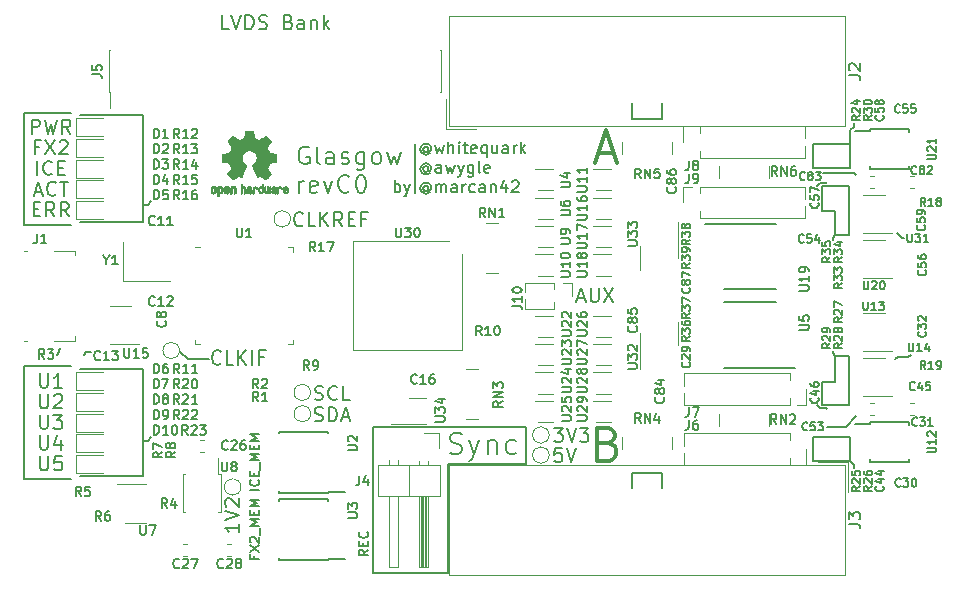
<source format=gto>
G04 #@! TF.GenerationSoftware,KiCad,Pcbnew,5.0.1*
G04 #@! TF.CreationDate,2019-03-29T02:42:59+09:00*
G04 #@! TF.ProjectId,glasgow,676C6173676F772E6B696361645F7063,rev?*
G04 #@! TF.SameCoordinates,Original*
G04 #@! TF.FileFunction,Legend,Top*
G04 #@! TF.FilePolarity,Positive*
%FSLAX46Y46*%
G04 Gerber Fmt 4.6, Leading zero omitted, Abs format (unit mm)*
G04 Created by KiCad (PCBNEW 5.0.1) date 2019-03-29T02:42:59 JST*
%MOMM*%
%LPD*%
G01*
G04 APERTURE LIST*
%ADD10C,0.150000*%
%ADD11C,0.200000*%
%ADD12C,0.160000*%
%ADD13C,0.300000*%
%ADD14C,0.140000*%
%ADD15C,0.120000*%
%ADD16C,0.010000*%
G04 APERTURE END LIST*
D10*
X56500000Y-100300000D02*
X56900000Y-100300000D01*
X56300000Y-100500000D02*
X56500000Y-100300000D01*
X54200000Y-100300000D02*
X54000000Y-100500000D01*
X54200000Y-100100000D02*
X54200000Y-100300000D01*
X54400000Y-99900000D02*
X54200000Y-100100000D01*
X61700000Y-107800000D02*
X61300000Y-107800000D01*
X62000000Y-107500000D02*
X61700000Y-107800000D01*
X61700000Y-87800000D02*
X61300000Y-87800000D01*
X62000000Y-87500000D02*
X61700000Y-87800000D01*
X121500000Y-85100000D02*
X121700000Y-85300000D01*
X118900000Y-85100000D02*
X121500000Y-85100000D01*
X118600000Y-105000000D02*
X118400000Y-104800000D01*
X119100000Y-105000000D02*
X119200000Y-105100000D01*
X119100000Y-105000000D02*
X118600000Y-105000000D01*
X119100000Y-86000000D02*
X119200000Y-85900000D01*
X118600000Y-86000000D02*
X118400000Y-86200000D01*
X119100000Y-86000000D02*
X118600000Y-86000000D01*
X121500000Y-81200000D02*
X121500000Y-80900000D01*
X121200000Y-81500000D02*
X121500000Y-81200000D01*
X121200000Y-82700000D02*
X121200000Y-81500000D01*
X118000000Y-82700000D02*
X118000000Y-84700000D01*
X118000000Y-84700000D02*
X121200000Y-84700000D01*
X121200000Y-84700000D02*
X121200000Y-82700000D01*
X121200000Y-82700000D02*
X118000000Y-82700000D01*
X121500000Y-109800000D02*
X121500000Y-110100000D01*
X121200000Y-109500000D02*
X121500000Y-109800000D01*
X121200000Y-107500000D02*
X118000000Y-107500000D01*
X121200000Y-109500000D02*
X121200000Y-107500000D01*
X118000000Y-109500000D02*
X121200000Y-109500000D01*
X118000000Y-107500000D02*
X118000000Y-109500000D01*
X119700000Y-100400000D02*
X119700000Y-100200000D01*
X119900000Y-100600000D02*
X119700000Y-100400000D01*
X118800000Y-102800000D02*
X119900000Y-102800000D01*
X118800000Y-104800000D02*
X118800000Y-102800000D01*
X121100000Y-104800000D02*
X118800000Y-104800000D01*
X121100000Y-100600000D02*
X121100000Y-104800000D01*
X119900000Y-100600000D02*
X121100000Y-100600000D01*
X119900000Y-102800000D02*
X119900000Y-100600000D01*
D11*
X87175000Y-109775000D02*
X87175000Y-119000000D01*
X93700000Y-109775000D02*
X87175000Y-109775000D01*
D10*
X85454642Y-82976190D02*
X85407023Y-82928571D01*
X85311785Y-82880952D01*
X85216547Y-82880952D01*
X85121309Y-82928571D01*
X85073690Y-82976190D01*
X85026071Y-83071428D01*
X85026071Y-83166666D01*
X85073690Y-83261904D01*
X85121309Y-83309523D01*
X85216547Y-83357142D01*
X85311785Y-83357142D01*
X85407023Y-83309523D01*
X85454642Y-83261904D01*
X85454642Y-82880952D02*
X85454642Y-83261904D01*
X85502261Y-83309523D01*
X85549880Y-83309523D01*
X85645119Y-83261904D01*
X85692738Y-83166666D01*
X85692738Y-82928571D01*
X85597500Y-82785714D01*
X85454642Y-82690476D01*
X85264166Y-82642857D01*
X85073690Y-82690476D01*
X84930833Y-82785714D01*
X84835595Y-82928571D01*
X84787976Y-83119047D01*
X84835595Y-83309523D01*
X84930833Y-83452380D01*
X85073690Y-83547619D01*
X85264166Y-83595238D01*
X85454642Y-83547619D01*
X85597500Y-83452380D01*
X86026071Y-82785714D02*
X86216547Y-83452380D01*
X86407023Y-82976190D01*
X86597500Y-83452380D01*
X86787976Y-82785714D01*
X87168928Y-83452380D02*
X87168928Y-82452380D01*
X87597500Y-83452380D02*
X87597500Y-82928571D01*
X87549880Y-82833333D01*
X87454642Y-82785714D01*
X87311785Y-82785714D01*
X87216547Y-82833333D01*
X87168928Y-82880952D01*
X88073690Y-83452380D02*
X88073690Y-82785714D01*
X88073690Y-82452380D02*
X88026071Y-82500000D01*
X88073690Y-82547619D01*
X88121309Y-82500000D01*
X88073690Y-82452380D01*
X88073690Y-82547619D01*
X88407023Y-82785714D02*
X88787976Y-82785714D01*
X88549880Y-82452380D02*
X88549880Y-83309523D01*
X88597500Y-83404761D01*
X88692738Y-83452380D01*
X88787976Y-83452380D01*
X89502261Y-83404761D02*
X89407023Y-83452380D01*
X89216547Y-83452380D01*
X89121309Y-83404761D01*
X89073690Y-83309523D01*
X89073690Y-82928571D01*
X89121309Y-82833333D01*
X89216547Y-82785714D01*
X89407023Y-82785714D01*
X89502261Y-82833333D01*
X89549880Y-82928571D01*
X89549880Y-83023809D01*
X89073690Y-83119047D01*
X90407023Y-82785714D02*
X90407023Y-83785714D01*
X90407023Y-83404761D02*
X90311785Y-83452380D01*
X90121309Y-83452380D01*
X90026071Y-83404761D01*
X89978452Y-83357142D01*
X89930833Y-83261904D01*
X89930833Y-82976190D01*
X89978452Y-82880952D01*
X90026071Y-82833333D01*
X90121309Y-82785714D01*
X90311785Y-82785714D01*
X90407023Y-82833333D01*
X91311785Y-82785714D02*
X91311785Y-83452380D01*
X90883214Y-82785714D02*
X90883214Y-83309523D01*
X90930833Y-83404761D01*
X91026071Y-83452380D01*
X91168928Y-83452380D01*
X91264166Y-83404761D01*
X91311785Y-83357142D01*
X92216547Y-83452380D02*
X92216547Y-82928571D01*
X92168928Y-82833333D01*
X92073690Y-82785714D01*
X91883214Y-82785714D01*
X91787976Y-82833333D01*
X92216547Y-83404761D02*
X92121309Y-83452380D01*
X91883214Y-83452380D01*
X91787976Y-83404761D01*
X91740357Y-83309523D01*
X91740357Y-83214285D01*
X91787976Y-83119047D01*
X91883214Y-83071428D01*
X92121309Y-83071428D01*
X92216547Y-83023809D01*
X92692738Y-83452380D02*
X92692738Y-82785714D01*
X92692738Y-82976190D02*
X92740357Y-82880952D01*
X92787976Y-82833333D01*
X92883214Y-82785714D01*
X92978452Y-82785714D01*
X93311785Y-83452380D02*
X93311785Y-82452380D01*
X93407023Y-83071428D02*
X93692738Y-83452380D01*
X93692738Y-82785714D02*
X93311785Y-83166666D01*
X85454642Y-84626190D02*
X85407023Y-84578571D01*
X85311785Y-84530952D01*
X85216547Y-84530952D01*
X85121309Y-84578571D01*
X85073690Y-84626190D01*
X85026071Y-84721428D01*
X85026071Y-84816666D01*
X85073690Y-84911904D01*
X85121309Y-84959523D01*
X85216547Y-85007142D01*
X85311785Y-85007142D01*
X85407023Y-84959523D01*
X85454642Y-84911904D01*
X85454642Y-84530952D02*
X85454642Y-84911904D01*
X85502261Y-84959523D01*
X85549880Y-84959523D01*
X85645119Y-84911904D01*
X85692738Y-84816666D01*
X85692738Y-84578571D01*
X85597500Y-84435714D01*
X85454642Y-84340476D01*
X85264166Y-84292857D01*
X85073690Y-84340476D01*
X84930833Y-84435714D01*
X84835595Y-84578571D01*
X84787976Y-84769047D01*
X84835595Y-84959523D01*
X84930833Y-85102380D01*
X85073690Y-85197619D01*
X85264166Y-85245238D01*
X85454642Y-85197619D01*
X85597500Y-85102380D01*
X86549880Y-85102380D02*
X86549880Y-84578571D01*
X86502261Y-84483333D01*
X86407023Y-84435714D01*
X86216547Y-84435714D01*
X86121309Y-84483333D01*
X86549880Y-85054761D02*
X86454642Y-85102380D01*
X86216547Y-85102380D01*
X86121309Y-85054761D01*
X86073690Y-84959523D01*
X86073690Y-84864285D01*
X86121309Y-84769047D01*
X86216547Y-84721428D01*
X86454642Y-84721428D01*
X86549880Y-84673809D01*
X86930833Y-84435714D02*
X87121309Y-85102380D01*
X87311785Y-84626190D01*
X87502261Y-85102380D01*
X87692738Y-84435714D01*
X87978452Y-84435714D02*
X88216547Y-85102380D01*
X88454642Y-84435714D02*
X88216547Y-85102380D01*
X88121309Y-85340476D01*
X88073690Y-85388095D01*
X87978452Y-85435714D01*
X89264166Y-84435714D02*
X89264166Y-85245238D01*
X89216547Y-85340476D01*
X89168928Y-85388095D01*
X89073690Y-85435714D01*
X88930833Y-85435714D01*
X88835595Y-85388095D01*
X89264166Y-85054761D02*
X89168928Y-85102380D01*
X88978452Y-85102380D01*
X88883214Y-85054761D01*
X88835595Y-85007142D01*
X88787976Y-84911904D01*
X88787976Y-84626190D01*
X88835595Y-84530952D01*
X88883214Y-84483333D01*
X88978452Y-84435714D01*
X89168928Y-84435714D01*
X89264166Y-84483333D01*
X89883214Y-85102380D02*
X89787976Y-85054761D01*
X89740357Y-84959523D01*
X89740357Y-84102380D01*
X90645119Y-85054761D02*
X90549880Y-85102380D01*
X90359404Y-85102380D01*
X90264166Y-85054761D01*
X90216547Y-84959523D01*
X90216547Y-84578571D01*
X90264166Y-84483333D01*
X90359404Y-84435714D01*
X90549880Y-84435714D01*
X90645119Y-84483333D01*
X90692738Y-84578571D01*
X90692738Y-84673809D01*
X90216547Y-84769047D01*
X85454642Y-86276190D02*
X85407023Y-86228571D01*
X85311785Y-86180952D01*
X85216547Y-86180952D01*
X85121309Y-86228571D01*
X85073690Y-86276190D01*
X85026071Y-86371428D01*
X85026071Y-86466666D01*
X85073690Y-86561904D01*
X85121309Y-86609523D01*
X85216547Y-86657142D01*
X85311785Y-86657142D01*
X85407023Y-86609523D01*
X85454642Y-86561904D01*
X85454642Y-86180952D02*
X85454642Y-86561904D01*
X85502261Y-86609523D01*
X85549880Y-86609523D01*
X85645119Y-86561904D01*
X85692738Y-86466666D01*
X85692738Y-86228571D01*
X85597500Y-86085714D01*
X85454642Y-85990476D01*
X85264166Y-85942857D01*
X85073690Y-85990476D01*
X84930833Y-86085714D01*
X84835595Y-86228571D01*
X84787976Y-86419047D01*
X84835595Y-86609523D01*
X84930833Y-86752380D01*
X85073690Y-86847619D01*
X85264166Y-86895238D01*
X85454642Y-86847619D01*
X85597500Y-86752380D01*
X86121309Y-86752380D02*
X86121309Y-86085714D01*
X86121309Y-86180952D02*
X86168928Y-86133333D01*
X86264166Y-86085714D01*
X86407023Y-86085714D01*
X86502261Y-86133333D01*
X86549880Y-86228571D01*
X86549880Y-86752380D01*
X86549880Y-86228571D02*
X86597500Y-86133333D01*
X86692738Y-86085714D01*
X86835595Y-86085714D01*
X86930833Y-86133333D01*
X86978452Y-86228571D01*
X86978452Y-86752380D01*
X87883214Y-86752380D02*
X87883214Y-86228571D01*
X87835595Y-86133333D01*
X87740357Y-86085714D01*
X87549880Y-86085714D01*
X87454642Y-86133333D01*
X87883214Y-86704761D02*
X87787976Y-86752380D01*
X87549880Y-86752380D01*
X87454642Y-86704761D01*
X87407023Y-86609523D01*
X87407023Y-86514285D01*
X87454642Y-86419047D01*
X87549880Y-86371428D01*
X87787976Y-86371428D01*
X87883214Y-86323809D01*
X88359404Y-86752380D02*
X88359404Y-86085714D01*
X88359404Y-86276190D02*
X88407023Y-86180952D01*
X88454642Y-86133333D01*
X88549880Y-86085714D01*
X88645119Y-86085714D01*
X89407023Y-86704761D02*
X89311785Y-86752380D01*
X89121309Y-86752380D01*
X89026071Y-86704761D01*
X88978452Y-86657142D01*
X88930833Y-86561904D01*
X88930833Y-86276190D01*
X88978452Y-86180952D01*
X89026071Y-86133333D01*
X89121309Y-86085714D01*
X89311785Y-86085714D01*
X89407023Y-86133333D01*
X90264166Y-86752380D02*
X90264166Y-86228571D01*
X90216547Y-86133333D01*
X90121309Y-86085714D01*
X89930833Y-86085714D01*
X89835595Y-86133333D01*
X90264166Y-86704761D02*
X90168928Y-86752380D01*
X89930833Y-86752380D01*
X89835595Y-86704761D01*
X89787976Y-86609523D01*
X89787976Y-86514285D01*
X89835595Y-86419047D01*
X89930833Y-86371428D01*
X90168928Y-86371428D01*
X90264166Y-86323809D01*
X90740357Y-86085714D02*
X90740357Y-86752380D01*
X90740357Y-86180952D02*
X90787976Y-86133333D01*
X90883214Y-86085714D01*
X91026071Y-86085714D01*
X91121309Y-86133333D01*
X91168928Y-86228571D01*
X91168928Y-86752380D01*
X92073690Y-86085714D02*
X92073690Y-86752380D01*
X91835595Y-85704761D02*
X91597500Y-86419047D01*
X92216547Y-86419047D01*
X92549880Y-85847619D02*
X92597500Y-85800000D01*
X92692738Y-85752380D01*
X92930833Y-85752380D01*
X93026071Y-85800000D01*
X93073690Y-85847619D01*
X93121309Y-85942857D01*
X93121309Y-86038095D01*
X93073690Y-86180952D01*
X92502261Y-86752380D01*
X93121309Y-86752380D01*
X75340357Y-82950000D02*
X75197500Y-82878571D01*
X74983214Y-82878571D01*
X74768928Y-82950000D01*
X74626071Y-83092857D01*
X74554642Y-83235714D01*
X74483214Y-83521428D01*
X74483214Y-83735714D01*
X74554642Y-84021428D01*
X74626071Y-84164285D01*
X74768928Y-84307142D01*
X74983214Y-84378571D01*
X75126071Y-84378571D01*
X75340357Y-84307142D01*
X75411785Y-84235714D01*
X75411785Y-83735714D01*
X75126071Y-83735714D01*
X76268928Y-84378571D02*
X76126071Y-84307142D01*
X76054642Y-84164285D01*
X76054642Y-82878571D01*
X77483214Y-84378571D02*
X77483214Y-83592857D01*
X77411785Y-83450000D01*
X77268928Y-83378571D01*
X76983214Y-83378571D01*
X76840357Y-83450000D01*
X77483214Y-84307142D02*
X77340357Y-84378571D01*
X76983214Y-84378571D01*
X76840357Y-84307142D01*
X76768928Y-84164285D01*
X76768928Y-84021428D01*
X76840357Y-83878571D01*
X76983214Y-83807142D01*
X77340357Y-83807142D01*
X77483214Y-83735714D01*
X78126071Y-84307142D02*
X78268928Y-84378571D01*
X78554642Y-84378571D01*
X78697500Y-84307142D01*
X78768928Y-84164285D01*
X78768928Y-84092857D01*
X78697500Y-83950000D01*
X78554642Y-83878571D01*
X78340357Y-83878571D01*
X78197500Y-83807142D01*
X78126071Y-83664285D01*
X78126071Y-83592857D01*
X78197500Y-83450000D01*
X78340357Y-83378571D01*
X78554642Y-83378571D01*
X78697500Y-83450000D01*
X80054642Y-83378571D02*
X80054642Y-84592857D01*
X79983214Y-84735714D01*
X79911785Y-84807142D01*
X79768928Y-84878571D01*
X79554642Y-84878571D01*
X79411785Y-84807142D01*
X80054642Y-84307142D02*
X79911785Y-84378571D01*
X79626071Y-84378571D01*
X79483214Y-84307142D01*
X79411785Y-84235714D01*
X79340357Y-84092857D01*
X79340357Y-83664285D01*
X79411785Y-83521428D01*
X79483214Y-83450000D01*
X79626071Y-83378571D01*
X79911785Y-83378571D01*
X80054642Y-83450000D01*
X80983214Y-84378571D02*
X80840357Y-84307142D01*
X80768928Y-84235714D01*
X80697500Y-84092857D01*
X80697500Y-83664285D01*
X80768928Y-83521428D01*
X80840357Y-83450000D01*
X80983214Y-83378571D01*
X81197500Y-83378571D01*
X81340357Y-83450000D01*
X81411785Y-83521428D01*
X81483214Y-83664285D01*
X81483214Y-84092857D01*
X81411785Y-84235714D01*
X81340357Y-84307142D01*
X81197500Y-84378571D01*
X80983214Y-84378571D01*
X81983214Y-83378571D02*
X82268928Y-84378571D01*
X82554642Y-83664285D01*
X82840357Y-84378571D01*
X83126071Y-83378571D01*
X74554642Y-86778571D02*
X74554642Y-85778571D01*
X74554642Y-86064285D02*
X74626071Y-85921428D01*
X74697500Y-85850000D01*
X74840357Y-85778571D01*
X74983214Y-85778571D01*
X76054642Y-86707142D02*
X75911785Y-86778571D01*
X75626071Y-86778571D01*
X75483214Y-86707142D01*
X75411785Y-86564285D01*
X75411785Y-85992857D01*
X75483214Y-85850000D01*
X75626071Y-85778571D01*
X75911785Y-85778571D01*
X76054642Y-85850000D01*
X76126071Y-85992857D01*
X76126071Y-86135714D01*
X75411785Y-86278571D01*
X76626071Y-85778571D02*
X76983214Y-86778571D01*
X77340357Y-85778571D01*
X78768928Y-86635714D02*
X78697500Y-86707142D01*
X78483214Y-86778571D01*
X78340357Y-86778571D01*
X78126071Y-86707142D01*
X77983214Y-86564285D01*
X77911785Y-86421428D01*
X77840357Y-86135714D01*
X77840357Y-85921428D01*
X77911785Y-85635714D01*
X77983214Y-85492857D01*
X78126071Y-85350000D01*
X78340357Y-85278571D01*
X78483214Y-85278571D01*
X78697500Y-85350000D01*
X78768928Y-85421428D01*
X79697500Y-85278571D02*
X79840357Y-85278571D01*
X79983214Y-85350000D01*
X80054642Y-85421428D01*
X80126071Y-85564285D01*
X80197500Y-85850000D01*
X80197500Y-86207142D01*
X80126071Y-86492857D01*
X80054642Y-86635714D01*
X79983214Y-86707142D01*
X79840357Y-86778571D01*
X79697500Y-86778571D01*
X79554642Y-86707142D01*
X79483214Y-86635714D01*
X79411785Y-86492857D01*
X79340357Y-86207142D01*
X79340357Y-85850000D01*
X79411785Y-85564285D01*
X79483214Y-85421428D01*
X79554642Y-85350000D01*
X79697500Y-85278571D01*
X80361904Y-117014285D02*
X79980952Y-117280952D01*
X80361904Y-117471428D02*
X79561904Y-117471428D01*
X79561904Y-117166666D01*
X79600000Y-117090476D01*
X79638095Y-117052380D01*
X79714285Y-117014285D01*
X79828571Y-117014285D01*
X79904761Y-117052380D01*
X79942857Y-117090476D01*
X79980952Y-117166666D01*
X79980952Y-117471428D01*
X79942857Y-116671428D02*
X79942857Y-116404761D01*
X80361904Y-116290476D02*
X80361904Y-116671428D01*
X79561904Y-116671428D01*
X79561904Y-116290476D01*
X80285714Y-115490476D02*
X80323809Y-115528571D01*
X80361904Y-115642857D01*
X80361904Y-115719047D01*
X80323809Y-115833333D01*
X80247619Y-115909523D01*
X80171428Y-115947619D01*
X80019047Y-115985714D01*
X79904761Y-115985714D01*
X79752380Y-115947619D01*
X79676190Y-115909523D01*
X79600000Y-115833333D01*
X79561904Y-115719047D01*
X79561904Y-115642857D01*
X79600000Y-115528571D01*
X79638095Y-115490476D01*
D12*
X69442857Y-114842857D02*
X69442857Y-115528571D01*
X69442857Y-115185714D02*
X68242857Y-115185714D01*
X68414285Y-115300000D01*
X68528571Y-115414285D01*
X68585714Y-115528571D01*
X68242857Y-114500000D02*
X69442857Y-114100000D01*
X68242857Y-113700000D01*
X68357142Y-113357142D02*
X68300000Y-113300000D01*
X68242857Y-113185714D01*
X68242857Y-112900000D01*
X68300000Y-112785714D01*
X68357142Y-112728571D01*
X68471428Y-112671428D01*
X68585714Y-112671428D01*
X68757142Y-112728571D01*
X69442857Y-113414285D01*
X69442857Y-112671428D01*
D10*
X68557142Y-72942857D02*
X67985714Y-72942857D01*
X67985714Y-71742857D01*
X68785714Y-71742857D02*
X69185714Y-72942857D01*
X69585714Y-71742857D01*
X69985714Y-72942857D02*
X69985714Y-71742857D01*
X70271428Y-71742857D01*
X70442857Y-71800000D01*
X70557142Y-71914285D01*
X70614285Y-72028571D01*
X70671428Y-72257142D01*
X70671428Y-72428571D01*
X70614285Y-72657142D01*
X70557142Y-72771428D01*
X70442857Y-72885714D01*
X70271428Y-72942857D01*
X69985714Y-72942857D01*
X71128571Y-72885714D02*
X71300000Y-72942857D01*
X71585714Y-72942857D01*
X71700000Y-72885714D01*
X71757142Y-72828571D01*
X71814285Y-72714285D01*
X71814285Y-72600000D01*
X71757142Y-72485714D01*
X71700000Y-72428571D01*
X71585714Y-72371428D01*
X71357142Y-72314285D01*
X71242857Y-72257142D01*
X71185714Y-72200000D01*
X71128571Y-72085714D01*
X71128571Y-71971428D01*
X71185714Y-71857142D01*
X71242857Y-71800000D01*
X71357142Y-71742857D01*
X71642857Y-71742857D01*
X71814285Y-71800000D01*
X73642857Y-72314285D02*
X73814285Y-72371428D01*
X73871428Y-72428571D01*
X73928571Y-72542857D01*
X73928571Y-72714285D01*
X73871428Y-72828571D01*
X73814285Y-72885714D01*
X73700000Y-72942857D01*
X73242857Y-72942857D01*
X73242857Y-71742857D01*
X73642857Y-71742857D01*
X73757142Y-71800000D01*
X73814285Y-71857142D01*
X73871428Y-71971428D01*
X73871428Y-72085714D01*
X73814285Y-72200000D01*
X73757142Y-72257142D01*
X73642857Y-72314285D01*
X73242857Y-72314285D01*
X74957142Y-72942857D02*
X74957142Y-72314285D01*
X74900000Y-72200000D01*
X74785714Y-72142857D01*
X74557142Y-72142857D01*
X74442857Y-72200000D01*
X74957142Y-72885714D02*
X74842857Y-72942857D01*
X74557142Y-72942857D01*
X74442857Y-72885714D01*
X74385714Y-72771428D01*
X74385714Y-72657142D01*
X74442857Y-72542857D01*
X74557142Y-72485714D01*
X74842857Y-72485714D01*
X74957142Y-72428571D01*
X75528571Y-72142857D02*
X75528571Y-72942857D01*
X75528571Y-72257142D02*
X75585714Y-72200000D01*
X75700000Y-72142857D01*
X75871428Y-72142857D01*
X75985714Y-72200000D01*
X76042857Y-72314285D01*
X76042857Y-72942857D01*
X76614285Y-72942857D02*
X76614285Y-71742857D01*
X76728571Y-72485714D02*
X77071428Y-72942857D01*
X77071428Y-72142857D02*
X76614285Y-72600000D01*
X98114285Y-95700000D02*
X98685714Y-95700000D01*
X98000000Y-96042857D02*
X98400000Y-94842857D01*
X98800000Y-96042857D01*
X99200000Y-94842857D02*
X99200000Y-95814285D01*
X99257142Y-95928571D01*
X99314285Y-95985714D01*
X99428571Y-96042857D01*
X99657142Y-96042857D01*
X99771428Y-95985714D01*
X99828571Y-95928571D01*
X99885714Y-95814285D01*
X99885714Y-94842857D01*
X100342857Y-94842857D02*
X101142857Y-96042857D01*
X101142857Y-94842857D02*
X100342857Y-96042857D01*
X120800000Y-106600000D02*
X121700000Y-105700000D01*
X119200000Y-106600000D02*
X120800000Y-106600000D01*
X126100000Y-100700000D02*
X126300000Y-100500000D01*
X125200000Y-100700000D02*
X126100000Y-100700000D01*
X125000000Y-100900000D02*
X125200000Y-100700000D01*
X125550000Y-90600000D02*
X125750000Y-90600000D01*
X125150000Y-90200000D02*
X125550000Y-90600000D01*
X119700000Y-90600000D02*
X119700000Y-90800000D01*
X119900000Y-90400000D02*
X119700000Y-90600000D01*
X119900000Y-88300000D02*
X119900000Y-90400000D01*
X118800000Y-88300000D02*
X119900000Y-88300000D01*
X118800000Y-88300000D02*
X118800000Y-86200000D01*
X121100000Y-90400000D02*
X119900000Y-90400000D01*
X121100000Y-86200000D02*
X121100000Y-90400000D01*
X118800000Y-86200000D02*
X121100000Y-86200000D01*
D11*
X65100000Y-100900000D02*
X64450000Y-100250000D01*
X66900000Y-100900000D02*
X65100000Y-100900000D01*
D10*
X61300000Y-110800000D02*
X61300000Y-101700000D01*
X56000000Y-110800000D02*
X61300000Y-110800000D01*
X61300000Y-101700000D02*
X56000000Y-101700000D01*
D11*
X80800000Y-119000000D02*
X87175000Y-119000000D01*
X80800000Y-106600000D02*
X80800000Y-119000000D01*
X93700000Y-106600000D02*
X93700000Y-109775000D01*
X80800000Y-106600000D02*
X93700000Y-106600000D01*
D10*
X61300000Y-80200000D02*
X56000000Y-80200000D01*
X61300000Y-89300000D02*
X61300000Y-80200000D01*
X56000000Y-89300000D02*
X61300000Y-89300000D01*
D11*
X84300000Y-82700000D02*
X84300000Y-86850000D01*
D10*
X82635595Y-86752380D02*
X82635595Y-85752380D01*
X82635595Y-86133333D02*
X82730833Y-86085714D01*
X82921309Y-86085714D01*
X83016547Y-86133333D01*
X83064166Y-86180952D01*
X83111785Y-86276190D01*
X83111785Y-86561904D01*
X83064166Y-86657142D01*
X83016547Y-86704761D01*
X82921309Y-86752380D01*
X82730833Y-86752380D01*
X82635595Y-86704761D01*
X83445119Y-86085714D02*
X83683214Y-86752380D01*
X83921309Y-86085714D02*
X83683214Y-86752380D01*
X83587976Y-86990476D01*
X83540357Y-87038095D01*
X83445119Y-87085714D01*
D13*
X100700000Y-108000000D02*
X101100000Y-108133333D01*
X101233333Y-108266666D01*
X101366666Y-108533333D01*
X101366666Y-108933333D01*
X101233333Y-109200000D01*
X101100000Y-109333333D01*
X100833333Y-109466666D01*
X99766666Y-109466666D01*
X99766666Y-106666666D01*
X100700000Y-106666666D01*
X100966666Y-106800000D01*
X101100000Y-106933333D01*
X101233333Y-107200000D01*
X101233333Y-107466666D01*
X101100000Y-107733333D01*
X100966666Y-107866666D01*
X100700000Y-108000000D01*
X99766666Y-108000000D01*
D10*
X51900000Y-81792857D02*
X51900000Y-80592857D01*
X52357142Y-80592857D01*
X52471428Y-80650000D01*
X52528571Y-80707142D01*
X52585714Y-80821428D01*
X52585714Y-80992857D01*
X52528571Y-81107142D01*
X52471428Y-81164285D01*
X52357142Y-81221428D01*
X51900000Y-81221428D01*
X52985714Y-80592857D02*
X53271428Y-81792857D01*
X53500000Y-80935714D01*
X53728571Y-81792857D01*
X54014285Y-80592857D01*
X55157142Y-81792857D02*
X54757142Y-81221428D01*
X54471428Y-81792857D02*
X54471428Y-80592857D01*
X54928571Y-80592857D01*
X55042857Y-80650000D01*
X55100000Y-80707142D01*
X55157142Y-80821428D01*
X55157142Y-80992857D01*
X55100000Y-81107142D01*
X55042857Y-81164285D01*
X54928571Y-81221428D01*
X54471428Y-81221428D01*
X52528571Y-82914285D02*
X52128571Y-82914285D01*
X52128571Y-83542857D02*
X52128571Y-82342857D01*
X52700000Y-82342857D01*
X53042857Y-82342857D02*
X53842857Y-83542857D01*
X53842857Y-82342857D02*
X53042857Y-83542857D01*
X54242857Y-82457142D02*
X54300000Y-82400000D01*
X54414285Y-82342857D01*
X54700000Y-82342857D01*
X54814285Y-82400000D01*
X54871428Y-82457142D01*
X54928571Y-82571428D01*
X54928571Y-82685714D01*
X54871428Y-82857142D01*
X54185714Y-83542857D01*
X54928571Y-83542857D01*
X52357142Y-85292857D02*
X52357142Y-84092857D01*
X53614285Y-85178571D02*
X53557142Y-85235714D01*
X53385714Y-85292857D01*
X53271428Y-85292857D01*
X53100000Y-85235714D01*
X52985714Y-85121428D01*
X52928571Y-85007142D01*
X52871428Y-84778571D01*
X52871428Y-84607142D01*
X52928571Y-84378571D01*
X52985714Y-84264285D01*
X53100000Y-84150000D01*
X53271428Y-84092857D01*
X53385714Y-84092857D01*
X53557142Y-84150000D01*
X53614285Y-84207142D01*
X54128571Y-84664285D02*
X54528571Y-84664285D01*
X54700000Y-85292857D02*
X54128571Y-85292857D01*
X54128571Y-84092857D01*
X54700000Y-84092857D01*
X52157142Y-86700000D02*
X52728571Y-86700000D01*
X52042857Y-87042857D02*
X52442857Y-85842857D01*
X52842857Y-87042857D01*
X53928571Y-86928571D02*
X53871428Y-86985714D01*
X53700000Y-87042857D01*
X53585714Y-87042857D01*
X53414285Y-86985714D01*
X53300000Y-86871428D01*
X53242857Y-86757142D01*
X53185714Y-86528571D01*
X53185714Y-86357142D01*
X53242857Y-86128571D01*
X53300000Y-86014285D01*
X53414285Y-85900000D01*
X53585714Y-85842857D01*
X53700000Y-85842857D01*
X53871428Y-85900000D01*
X53928571Y-85957142D01*
X54271428Y-85842857D02*
X54957142Y-85842857D01*
X54614285Y-87042857D02*
X54614285Y-85842857D01*
X52042857Y-88164285D02*
X52442857Y-88164285D01*
X52614285Y-88792857D02*
X52042857Y-88792857D01*
X52042857Y-87592857D01*
X52614285Y-87592857D01*
X53814285Y-88792857D02*
X53414285Y-88221428D01*
X53128571Y-88792857D02*
X53128571Y-87592857D01*
X53585714Y-87592857D01*
X53700000Y-87650000D01*
X53757142Y-87707142D01*
X53814285Y-87821428D01*
X53814285Y-87992857D01*
X53757142Y-88107142D01*
X53700000Y-88164285D01*
X53585714Y-88221428D01*
X53128571Y-88221428D01*
X55014285Y-88792857D02*
X54614285Y-88221428D01*
X54328571Y-88792857D02*
X54328571Y-87592857D01*
X54785714Y-87592857D01*
X54900000Y-87650000D01*
X54957142Y-87707142D01*
X55014285Y-87821428D01*
X55014285Y-87992857D01*
X54957142Y-88107142D01*
X54900000Y-88164285D01*
X54785714Y-88221428D01*
X54328571Y-88221428D01*
D11*
X55250000Y-80000000D02*
X51250000Y-80000000D01*
X51250000Y-80000000D02*
X51250000Y-89500000D01*
X51250000Y-89500000D02*
X55250000Y-89500000D01*
D12*
X67885714Y-101228571D02*
X67828571Y-101285714D01*
X67657142Y-101342857D01*
X67542857Y-101342857D01*
X67371428Y-101285714D01*
X67257142Y-101171428D01*
X67200000Y-101057142D01*
X67142857Y-100828571D01*
X67142857Y-100657142D01*
X67200000Y-100428571D01*
X67257142Y-100314285D01*
X67371428Y-100200000D01*
X67542857Y-100142857D01*
X67657142Y-100142857D01*
X67828571Y-100200000D01*
X67885714Y-100257142D01*
X68971428Y-101342857D02*
X68400000Y-101342857D01*
X68400000Y-100142857D01*
X69371428Y-101342857D02*
X69371428Y-100142857D01*
X70057142Y-101342857D02*
X69542857Y-100657142D01*
X70057142Y-100142857D02*
X69371428Y-100828571D01*
X70571428Y-101342857D02*
X70571428Y-100142857D01*
X71542857Y-100714285D02*
X71142857Y-100714285D01*
X71142857Y-101342857D02*
X71142857Y-100142857D01*
X71714285Y-100142857D01*
D11*
X51250000Y-111000000D02*
X55250000Y-111000000D01*
X51250000Y-101500000D02*
X51250000Y-111000000D01*
X55250000Y-101500000D02*
X51250000Y-101500000D01*
D14*
X71161904Y-111942857D02*
X70361904Y-111942857D01*
X71085714Y-111104761D02*
X71123809Y-111142857D01*
X71161904Y-111257142D01*
X71161904Y-111333333D01*
X71123809Y-111447619D01*
X71047619Y-111523809D01*
X70971428Y-111561904D01*
X70819047Y-111600000D01*
X70704761Y-111600000D01*
X70552380Y-111561904D01*
X70476190Y-111523809D01*
X70400000Y-111447619D01*
X70361904Y-111333333D01*
X70361904Y-111257142D01*
X70400000Y-111142857D01*
X70438095Y-111104761D01*
X70742857Y-110761904D02*
X70742857Y-110495238D01*
X71161904Y-110380952D02*
X71161904Y-110761904D01*
X70361904Y-110761904D01*
X70361904Y-110380952D01*
X71238095Y-110228571D02*
X71238095Y-109619047D01*
X71161904Y-109428571D02*
X70361904Y-109428571D01*
X70933333Y-109161904D01*
X70361904Y-108895238D01*
X71161904Y-108895238D01*
X70742857Y-108514285D02*
X70742857Y-108247619D01*
X71161904Y-108133333D02*
X71161904Y-108514285D01*
X70361904Y-108514285D01*
X70361904Y-108133333D01*
X71161904Y-107790476D02*
X70361904Y-107790476D01*
X70933333Y-107523809D01*
X70361904Y-107257142D01*
X71161904Y-107257142D01*
X70742857Y-117528571D02*
X70742857Y-117795238D01*
X71161904Y-117795238D02*
X70361904Y-117795238D01*
X70361904Y-117414285D01*
X70361904Y-117185714D02*
X71161904Y-116652380D01*
X70361904Y-116652380D02*
X71161904Y-117185714D01*
X70438095Y-116385714D02*
X70400000Y-116347619D01*
X70361904Y-116271428D01*
X70361904Y-116080952D01*
X70400000Y-116004761D01*
X70438095Y-115966666D01*
X70514285Y-115928571D01*
X70590476Y-115928571D01*
X70704761Y-115966666D01*
X71161904Y-116423809D01*
X71161904Y-115928571D01*
X71238095Y-115776190D02*
X71238095Y-115166666D01*
X71161904Y-114976190D02*
X70361904Y-114976190D01*
X70933333Y-114709523D01*
X70361904Y-114442857D01*
X71161904Y-114442857D01*
X70742857Y-114061904D02*
X70742857Y-113795238D01*
X71161904Y-113680952D02*
X71161904Y-114061904D01*
X70361904Y-114061904D01*
X70361904Y-113680952D01*
X71161904Y-113338095D02*
X70361904Y-113338095D01*
X70933333Y-113071428D01*
X70361904Y-112804761D01*
X71161904Y-112804761D01*
D12*
X74828571Y-89528571D02*
X74771428Y-89585714D01*
X74600000Y-89642857D01*
X74485714Y-89642857D01*
X74314285Y-89585714D01*
X74200000Y-89471428D01*
X74142857Y-89357142D01*
X74085714Y-89128571D01*
X74085714Y-88957142D01*
X74142857Y-88728571D01*
X74200000Y-88614285D01*
X74314285Y-88500000D01*
X74485714Y-88442857D01*
X74600000Y-88442857D01*
X74771428Y-88500000D01*
X74828571Y-88557142D01*
X75914285Y-89642857D02*
X75342857Y-89642857D01*
X75342857Y-88442857D01*
X76314285Y-89642857D02*
X76314285Y-88442857D01*
X77000000Y-89642857D02*
X76485714Y-88957142D01*
X77000000Y-88442857D02*
X76314285Y-89128571D01*
X78200000Y-89642857D02*
X77800000Y-89071428D01*
X77514285Y-89642857D02*
X77514285Y-88442857D01*
X77971428Y-88442857D01*
X78085714Y-88500000D01*
X78142857Y-88557142D01*
X78200000Y-88671428D01*
X78200000Y-88842857D01*
X78142857Y-88957142D01*
X78085714Y-89014285D01*
X77971428Y-89071428D01*
X77514285Y-89071428D01*
X78714285Y-89014285D02*
X79114285Y-89014285D01*
X79285714Y-89642857D02*
X78714285Y-89642857D01*
X78714285Y-88442857D01*
X79285714Y-88442857D01*
X80200000Y-89014285D02*
X79800000Y-89014285D01*
X79800000Y-89642857D02*
X79800000Y-88442857D01*
X80371428Y-88442857D01*
X75842857Y-106085714D02*
X76014285Y-106142857D01*
X76300000Y-106142857D01*
X76414285Y-106085714D01*
X76471428Y-106028571D01*
X76528571Y-105914285D01*
X76528571Y-105800000D01*
X76471428Y-105685714D01*
X76414285Y-105628571D01*
X76300000Y-105571428D01*
X76071428Y-105514285D01*
X75957142Y-105457142D01*
X75900000Y-105400000D01*
X75842857Y-105285714D01*
X75842857Y-105171428D01*
X75900000Y-105057142D01*
X75957142Y-105000000D01*
X76071428Y-104942857D01*
X76357142Y-104942857D01*
X76528571Y-105000000D01*
X77042857Y-106142857D02*
X77042857Y-104942857D01*
X77328571Y-104942857D01*
X77500000Y-105000000D01*
X77614285Y-105114285D01*
X77671428Y-105228571D01*
X77728571Y-105457142D01*
X77728571Y-105628571D01*
X77671428Y-105857142D01*
X77614285Y-105971428D01*
X77500000Y-106085714D01*
X77328571Y-106142857D01*
X77042857Y-106142857D01*
X78185714Y-105800000D02*
X78757142Y-105800000D01*
X78071428Y-106142857D02*
X78471428Y-104942857D01*
X78871428Y-106142857D01*
X75871428Y-104285714D02*
X76042857Y-104342857D01*
X76328571Y-104342857D01*
X76442857Y-104285714D01*
X76500000Y-104228571D01*
X76557142Y-104114285D01*
X76557142Y-104000000D01*
X76500000Y-103885714D01*
X76442857Y-103828571D01*
X76328571Y-103771428D01*
X76100000Y-103714285D01*
X75985714Y-103657142D01*
X75928571Y-103600000D01*
X75871428Y-103485714D01*
X75871428Y-103371428D01*
X75928571Y-103257142D01*
X75985714Y-103200000D01*
X76100000Y-103142857D01*
X76385714Y-103142857D01*
X76557142Y-103200000D01*
X77757142Y-104228571D02*
X77700000Y-104285714D01*
X77528571Y-104342857D01*
X77414285Y-104342857D01*
X77242857Y-104285714D01*
X77128571Y-104171428D01*
X77071428Y-104057142D01*
X77014285Y-103828571D01*
X77014285Y-103657142D01*
X77071428Y-103428571D01*
X77128571Y-103314285D01*
X77242857Y-103200000D01*
X77414285Y-103142857D01*
X77528571Y-103142857D01*
X77700000Y-103200000D01*
X77757142Y-103257142D01*
X78842857Y-104342857D02*
X78271428Y-104342857D01*
X78271428Y-103142857D01*
X96114285Y-106692857D02*
X96857142Y-106692857D01*
X96457142Y-107150000D01*
X96628571Y-107150000D01*
X96742857Y-107207142D01*
X96800000Y-107264285D01*
X96857142Y-107378571D01*
X96857142Y-107664285D01*
X96800000Y-107778571D01*
X96742857Y-107835714D01*
X96628571Y-107892857D01*
X96285714Y-107892857D01*
X96171428Y-107835714D01*
X96114285Y-107778571D01*
X97200000Y-106692857D02*
X97600000Y-107892857D01*
X98000000Y-106692857D01*
X98285714Y-106692857D02*
X99028571Y-106692857D01*
X98628571Y-107150000D01*
X98800000Y-107150000D01*
X98914285Y-107207142D01*
X98971428Y-107264285D01*
X99028571Y-107378571D01*
X99028571Y-107664285D01*
X98971428Y-107778571D01*
X98914285Y-107835714D01*
X98800000Y-107892857D01*
X98457142Y-107892857D01*
X98342857Y-107835714D01*
X98285714Y-107778571D01*
X96771428Y-108392857D02*
X96200000Y-108392857D01*
X96142857Y-108964285D01*
X96200000Y-108907142D01*
X96314285Y-108850000D01*
X96600000Y-108850000D01*
X96714285Y-108907142D01*
X96771428Y-108964285D01*
X96828571Y-109078571D01*
X96828571Y-109364285D01*
X96771428Y-109478571D01*
X96714285Y-109535714D01*
X96600000Y-109592857D01*
X96314285Y-109592857D01*
X96200000Y-109535714D01*
X96142857Y-109478571D01*
X97171428Y-108392857D02*
X97571428Y-109592857D01*
X97971428Y-108392857D01*
D10*
X52585714Y-109092857D02*
X52585714Y-110064285D01*
X52642857Y-110178571D01*
X52700000Y-110235714D01*
X52814285Y-110292857D01*
X53042857Y-110292857D01*
X53157142Y-110235714D01*
X53214285Y-110178571D01*
X53271428Y-110064285D01*
X53271428Y-109092857D01*
X54414285Y-109092857D02*
X53842857Y-109092857D01*
X53785714Y-109664285D01*
X53842857Y-109607142D01*
X53957142Y-109550000D01*
X54242857Y-109550000D01*
X54357142Y-109607142D01*
X54414285Y-109664285D01*
X54471428Y-109778571D01*
X54471428Y-110064285D01*
X54414285Y-110178571D01*
X54357142Y-110235714D01*
X54242857Y-110292857D01*
X53957142Y-110292857D01*
X53842857Y-110235714D01*
X53785714Y-110178571D01*
X52585714Y-107342857D02*
X52585714Y-108314285D01*
X52642857Y-108428571D01*
X52700000Y-108485714D01*
X52814285Y-108542857D01*
X53042857Y-108542857D01*
X53157142Y-108485714D01*
X53214285Y-108428571D01*
X53271428Y-108314285D01*
X53271428Y-107342857D01*
X54357142Y-107742857D02*
X54357142Y-108542857D01*
X54071428Y-107285714D02*
X53785714Y-108142857D01*
X54528571Y-108142857D01*
X52585714Y-105592857D02*
X52585714Y-106564285D01*
X52642857Y-106678571D01*
X52700000Y-106735714D01*
X52814285Y-106792857D01*
X53042857Y-106792857D01*
X53157142Y-106735714D01*
X53214285Y-106678571D01*
X53271428Y-106564285D01*
X53271428Y-105592857D01*
X53728571Y-105592857D02*
X54471428Y-105592857D01*
X54071428Y-106050000D01*
X54242857Y-106050000D01*
X54357142Y-106107142D01*
X54414285Y-106164285D01*
X54471428Y-106278571D01*
X54471428Y-106564285D01*
X54414285Y-106678571D01*
X54357142Y-106735714D01*
X54242857Y-106792857D01*
X53900000Y-106792857D01*
X53785714Y-106735714D01*
X53728571Y-106678571D01*
X52585714Y-103842857D02*
X52585714Y-104814285D01*
X52642857Y-104928571D01*
X52700000Y-104985714D01*
X52814285Y-105042857D01*
X53042857Y-105042857D01*
X53157142Y-104985714D01*
X53214285Y-104928571D01*
X53271428Y-104814285D01*
X53271428Y-103842857D01*
X53785714Y-103957142D02*
X53842857Y-103900000D01*
X53957142Y-103842857D01*
X54242857Y-103842857D01*
X54357142Y-103900000D01*
X54414285Y-103957142D01*
X54471428Y-104071428D01*
X54471428Y-104185714D01*
X54414285Y-104357142D01*
X53728571Y-105042857D01*
X54471428Y-105042857D01*
X52585714Y-102092857D02*
X52585714Y-103064285D01*
X52642857Y-103178571D01*
X52700000Y-103235714D01*
X52814285Y-103292857D01*
X53042857Y-103292857D01*
X53157142Y-103235714D01*
X53214285Y-103178571D01*
X53271428Y-103064285D01*
X53271428Y-102092857D01*
X54471428Y-103292857D02*
X53785714Y-103292857D01*
X54128571Y-103292857D02*
X54128571Y-102092857D01*
X54014285Y-102264285D01*
X53900000Y-102378571D01*
X53785714Y-102435714D01*
D11*
X87314285Y-108828571D02*
X87571428Y-108914285D01*
X88000000Y-108914285D01*
X88171428Y-108828571D01*
X88257142Y-108742857D01*
X88342857Y-108571428D01*
X88342857Y-108400000D01*
X88257142Y-108228571D01*
X88171428Y-108142857D01*
X88000000Y-108057142D01*
X87657142Y-107971428D01*
X87485714Y-107885714D01*
X87400000Y-107800000D01*
X87314285Y-107628571D01*
X87314285Y-107457142D01*
X87400000Y-107285714D01*
X87485714Y-107200000D01*
X87657142Y-107114285D01*
X88085714Y-107114285D01*
X88342857Y-107200000D01*
X88942857Y-107714285D02*
X89371428Y-108914285D01*
X89800000Y-107714285D02*
X89371428Y-108914285D01*
X89200000Y-109342857D01*
X89114285Y-109428571D01*
X88942857Y-109514285D01*
X90485714Y-107714285D02*
X90485714Y-108914285D01*
X90485714Y-107885714D02*
X90571428Y-107800000D01*
X90742857Y-107714285D01*
X91000000Y-107714285D01*
X91171428Y-107800000D01*
X91257142Y-107971428D01*
X91257142Y-108914285D01*
X92885714Y-108828571D02*
X92714285Y-108914285D01*
X92371428Y-108914285D01*
X92200000Y-108828571D01*
X92114285Y-108742857D01*
X92028571Y-108571428D01*
X92028571Y-108057142D01*
X92114285Y-107885714D01*
X92200000Y-107800000D01*
X92371428Y-107714285D01*
X92714285Y-107714285D01*
X92885714Y-107800000D01*
X105270000Y-80524000D02*
X105270000Y-79178000D01*
X102730000Y-80524000D02*
X102730000Y-79178000D01*
X102730000Y-80524000D02*
X105270000Y-80524000D01*
X105270000Y-110523000D02*
X105270000Y-111793000D01*
X102730000Y-110523000D02*
X105270000Y-110523000D01*
X102730000Y-111793000D02*
X102730000Y-110523000D01*
D13*
X99833333Y-83466666D02*
X101166666Y-83466666D01*
X99566666Y-84266666D02*
X100500000Y-81466666D01*
X101433333Y-84266666D01*
D15*
G04 #@! TO.C,J2*
X86970000Y-81425000D02*
X86970000Y-78885000D01*
X86970000Y-81425000D02*
X89510000Y-81425000D01*
X87220000Y-81175000D02*
X87220000Y-71825000D01*
X120780000Y-81175000D02*
X87220000Y-81175000D01*
X120780000Y-71825000D02*
X120780000Y-81175000D01*
X87220000Y-71825000D02*
X120780000Y-71825000D01*
G04 #@! TO.C,J3*
X120780000Y-119175000D02*
X87220000Y-119175000D01*
X87220000Y-119175000D02*
X87220000Y-109825000D01*
X87220000Y-109825000D02*
X120780000Y-109825000D01*
X120780000Y-109825000D02*
X120780000Y-119175000D01*
X121030000Y-109575000D02*
X118490000Y-109575000D01*
X121030000Y-109575000D02*
X121030000Y-112115000D01*
G04 #@! TO.C,RN1*
X91350000Y-93620000D02*
X90350000Y-93620000D01*
X91350000Y-89380000D02*
X90350000Y-89380000D01*
G04 #@! TO.C,U30*
X87225000Y-90875000D02*
X79075000Y-90875000D01*
X79075000Y-90875000D02*
X79075000Y-100125000D01*
X88325000Y-100125000D02*
X79075000Y-100125000D01*
X88325000Y-91975000D02*
X88325000Y-100125000D01*
G04 #@! TO.C,U34*
X82300000Y-106410000D02*
X85300000Y-106410000D01*
X83800000Y-104190000D02*
X85300000Y-104190000D01*
D10*
G04 #@! TO.C,U19*
X108925000Y-89400000D02*
X114900000Y-89400000D01*
X110500000Y-94925000D02*
X114900000Y-94925000D01*
D15*
G04 #@! TO.C,J9*
X108435000Y-88930000D02*
X108435000Y-88360000D01*
X108435000Y-86840000D02*
X108435000Y-86270000D01*
X108435000Y-88930000D02*
X117385000Y-88930000D01*
X117385000Y-88930000D02*
X117385000Y-87907530D01*
X117385000Y-87292470D02*
X117385000Y-86270000D01*
X108435000Y-86270000D02*
X117385000Y-86270000D01*
X107040000Y-86270000D02*
X107800000Y-86270000D01*
X107040000Y-87600000D02*
X107040000Y-86270000D01*
D10*
G04 #@! TO.C,U5*
X114900000Y-96075000D02*
X110500000Y-96075000D01*
X116475000Y-101600000D02*
X110500000Y-101600000D01*
D15*
G04 #@! TO.C,J6*
X117460000Y-108500000D02*
X117460000Y-109830000D01*
X117460000Y-109830000D02*
X116700000Y-109830000D01*
X116065000Y-109830000D02*
X107115000Y-109830000D01*
X107115000Y-108807530D02*
X107115000Y-109830000D01*
X107115000Y-107170000D02*
X107115000Y-108192470D01*
X116065000Y-107170000D02*
X107115000Y-107170000D01*
X116065000Y-109260000D02*
X116065000Y-109830000D01*
X116065000Y-107170000D02*
X116065000Y-107740000D01*
G04 #@! TO.C,J7*
X116065000Y-102090000D02*
X116065000Y-102660000D01*
X116065000Y-104180000D02*
X116065000Y-104750000D01*
X116065000Y-102090000D02*
X107115000Y-102090000D01*
X107115000Y-102090000D02*
X107115000Y-103112470D01*
X107115000Y-103727530D02*
X107115000Y-104750000D01*
X116065000Y-104750000D02*
X107115000Y-104750000D01*
X117460000Y-104750000D02*
X116700000Y-104750000D01*
X117460000Y-103420000D02*
X117460000Y-104750000D01*
G04 #@! TO.C,J8*
X107040000Y-82500000D02*
X107040000Y-81170000D01*
X107040000Y-81170000D02*
X107800000Y-81170000D01*
X108435000Y-81170000D02*
X117385000Y-81170000D01*
X117385000Y-82192470D02*
X117385000Y-81170000D01*
X117385000Y-83830000D02*
X117385000Y-82807530D01*
X108435000Y-83830000D02*
X117385000Y-83830000D01*
X108435000Y-81740000D02*
X108435000Y-81170000D01*
X108435000Y-83830000D02*
X108435000Y-83260000D01*
G04 #@! TO.C,J10*
X93665000Y-94390000D02*
X93665000Y-95192470D01*
X93665000Y-95807530D02*
X93665000Y-96610000D01*
X96140000Y-94390000D02*
X93665000Y-94390000D01*
X96140000Y-96610000D02*
X93665000Y-96610000D01*
X96140000Y-94390000D02*
X96140000Y-94936529D01*
X96140000Y-96063471D02*
X96140000Y-96610000D01*
X96900000Y-94390000D02*
X97660000Y-94390000D01*
X97660000Y-94390000D02*
X97660000Y-95500000D01*
G04 #@! TO.C,U33*
X106620000Y-92300000D02*
X106620000Y-89300000D01*
X103380000Y-93300000D02*
X103380000Y-91300000D01*
G04 #@! TO.C,U32*
X106620000Y-97700000D02*
X106620000Y-99700000D01*
X103380000Y-98700000D02*
X103380000Y-101700000D01*
G04 #@! TO.C,U16*
X99400000Y-87200000D02*
X100950000Y-87200000D01*
X100950000Y-89000000D02*
X99650000Y-89000000D01*
G04 #@! TO.C,U4*
X94500000Y-84800000D02*
X96050000Y-84800000D01*
X96050000Y-86600000D02*
X94750000Y-86600000D01*
G04 #@! TO.C,U6*
X94500000Y-87200000D02*
X96050000Y-87200000D01*
X96050000Y-89000000D02*
X94750000Y-89000000D01*
G04 #@! TO.C,U9*
X96050000Y-91400000D02*
X94750000Y-91400000D01*
X94500000Y-89600000D02*
X96050000Y-89600000D01*
G04 #@! TO.C,U10*
X94500000Y-92000000D02*
X96050000Y-92000000D01*
X96050000Y-93800000D02*
X94750000Y-93800000D01*
G04 #@! TO.C,U11*
X100950000Y-86600000D02*
X99650000Y-86600000D01*
X99400000Y-84800000D02*
X100950000Y-84800000D01*
G04 #@! TO.C,U17*
X100950000Y-91400000D02*
X99650000Y-91400000D01*
X99400000Y-89600000D02*
X100950000Y-89600000D01*
G04 #@! TO.C,C82*
X126571267Y-85390000D02*
X126228733Y-85390000D01*
X126571267Y-86410000D02*
X126228733Y-86410000D01*
G04 #@! TO.C,C83*
X122828733Y-85390000D02*
X123171267Y-85390000D01*
X122828733Y-86410000D02*
X123171267Y-86410000D01*
G04 #@! TO.C,RN2*
X110080000Y-105500000D02*
X110080000Y-106500000D01*
X114320000Y-105500000D02*
X114320000Y-106500000D01*
G04 #@! TO.C,C53*
X122828733Y-104590000D02*
X123171267Y-104590000D01*
X122828733Y-105610000D02*
X123171267Y-105610000D01*
D10*
G04 #@! TO.C,U21*
X122825000Y-81600000D02*
X121575000Y-81600000D01*
X122825000Y-84775000D02*
X126175000Y-84775000D01*
X122825000Y-81425000D02*
X126175000Y-81425000D01*
X122825000Y-84775000D02*
X122825000Y-84525000D01*
X126175000Y-84775000D02*
X126175000Y-84525000D01*
X126175000Y-81425000D02*
X126175000Y-81675000D01*
X122825000Y-81425000D02*
X122825000Y-81600000D01*
D15*
G04 #@! TO.C,U31*
X124100000Y-86990000D02*
X122300000Y-86990000D01*
X122300000Y-90210000D02*
X124750000Y-90210000D01*
G04 #@! TO.C,U20*
X124100000Y-90790000D02*
X122300000Y-90790000D01*
X122300000Y-94010000D02*
X124750000Y-94010000D01*
G04 #@! TO.C,RN6*
X114320000Y-85500000D02*
X114320000Y-84500000D01*
X110080000Y-85500000D02*
X110080000Y-84500000D01*
G04 #@! TO.C,RN5*
X106120000Y-82500000D02*
X106120000Y-83500000D01*
X101880000Y-82500000D02*
X101880000Y-83500000D01*
G04 #@! TO.C,D1*
X57950000Y-80490000D02*
X55680000Y-80490000D01*
X55680000Y-80490000D02*
X55680000Y-82010000D01*
X55680000Y-82010000D02*
X57950000Y-82010000D01*
G04 #@! TO.C,D2*
X57950000Y-82240000D02*
X55680000Y-82240000D01*
X55680000Y-82240000D02*
X55680000Y-83760000D01*
X55680000Y-83760000D02*
X57950000Y-83760000D01*
G04 #@! TO.C,D3*
X57950000Y-83990000D02*
X55680000Y-83990000D01*
X55680000Y-83990000D02*
X55680000Y-85510000D01*
X55680000Y-85510000D02*
X57950000Y-85510000D01*
G04 #@! TO.C,D4*
X57950000Y-85740000D02*
X55680000Y-85740000D01*
X55680000Y-85740000D02*
X55680000Y-87260000D01*
X55680000Y-87260000D02*
X57950000Y-87260000D01*
G04 #@! TO.C,D5*
X57950000Y-87490000D02*
X55680000Y-87490000D01*
X55680000Y-87490000D02*
X55680000Y-89010000D01*
X55680000Y-89010000D02*
X57950000Y-89010000D01*
G04 #@! TO.C,J5*
X58470000Y-78265000D02*
X58470000Y-74735000D01*
X86530000Y-78265000D02*
X86530000Y-74735000D01*
X58535000Y-79590000D02*
X58535000Y-78265000D01*
X58470000Y-78265000D02*
X58535000Y-78265000D01*
X58470000Y-74735000D02*
X58535000Y-74735000D01*
X86465000Y-78265000D02*
X86530000Y-78265000D01*
X86465000Y-74735000D02*
X86530000Y-74735000D01*
G04 #@! TO.C,U28*
X99400000Y-102000000D02*
X100950000Y-102000000D01*
X100950000Y-103800000D02*
X99650000Y-103800000D01*
G04 #@! TO.C,U29*
X100950000Y-106200000D02*
X99650000Y-106200000D01*
X99400000Y-104400000D02*
X100950000Y-104400000D01*
G04 #@! TO.C,U27*
X100950000Y-101400000D02*
X99650000Y-101400000D01*
X99400000Y-99600000D02*
X100950000Y-99600000D01*
G04 #@! TO.C,U26*
X99400000Y-97200000D02*
X100950000Y-97200000D01*
X100950000Y-99000000D02*
X99650000Y-99000000D01*
G04 #@! TO.C,U25*
X96050000Y-106200000D02*
X94750000Y-106200000D01*
X94500000Y-104400000D02*
X96050000Y-104400000D01*
G04 #@! TO.C,U24*
X94500000Y-102000000D02*
X96050000Y-102000000D01*
X96050000Y-103800000D02*
X94750000Y-103800000D01*
G04 #@! TO.C,U23*
X96050000Y-101400000D02*
X94750000Y-101400000D01*
X94500000Y-99600000D02*
X96050000Y-99600000D01*
G04 #@! TO.C,U18*
X100950000Y-93800000D02*
X99650000Y-93800000D01*
X99400000Y-92000000D02*
X100950000Y-92000000D01*
G04 #@! TO.C,U22*
X96050000Y-99000000D02*
X94750000Y-99000000D01*
X94500000Y-97200000D02*
X96050000Y-97200000D01*
G04 #@! TO.C,TP2*
X69600000Y-111700000D02*
G75*
G03X69600000Y-111700000I-700000J0D01*
G01*
G04 #@! TO.C,TP7*
X64400000Y-100150000D02*
G75*
G03X64400000Y-100150000I-700000J0D01*
G01*
G04 #@! TO.C,U1*
X73570000Y-91380000D02*
X73970000Y-91380000D01*
X73970000Y-91380000D02*
X73970000Y-91780000D01*
X65730000Y-99620000D02*
X65730000Y-99220000D01*
X65730000Y-99620000D02*
X66130000Y-99620000D01*
X73970000Y-99220000D02*
X73970000Y-99620000D01*
X73970000Y-99620000D02*
X73570000Y-99620000D01*
X66130000Y-91380000D02*
X65730000Y-91380000D01*
G04 #@! TO.C,C26*
X66471267Y-107690000D02*
X66128733Y-107690000D01*
X66471267Y-108710000D02*
X66128733Y-108710000D01*
G04 #@! TO.C,C27*
X65058767Y-117510000D02*
X64716233Y-117510000D01*
X65058767Y-116490000D02*
X64716233Y-116490000D01*
G04 #@! TO.C,C31*
X126571267Y-105610000D02*
X126228733Y-105610000D01*
X126571267Y-104590000D02*
X126228733Y-104590000D01*
G04 #@! TO.C,C28*
X68441233Y-117510000D02*
X68783767Y-117510000D01*
X68441233Y-116490000D02*
X68783767Y-116490000D01*
G04 #@! TO.C,RN3*
X89700000Y-105970000D02*
X88700000Y-105970000D01*
X89700000Y-101730000D02*
X88700000Y-101730000D01*
G04 #@! TO.C,RN4*
X101880000Y-108500000D02*
X101880000Y-107500000D01*
X106120000Y-108500000D02*
X106120000Y-107500000D01*
G04 #@! TO.C,U15*
X58500000Y-99610000D02*
X60950000Y-99610000D01*
X60300000Y-96390000D02*
X58500000Y-96390000D01*
G04 #@! TO.C,U8*
X64656581Y-113860000D02*
X64856581Y-113860000D01*
X67876581Y-113860000D02*
X67676581Y-113860000D01*
X67676581Y-110640000D02*
X67676581Y-109250000D01*
X67876581Y-110640000D02*
X67676581Y-110640000D01*
X67876581Y-110640000D02*
X67876581Y-113860000D01*
X64656581Y-110640000D02*
X64856581Y-110640000D01*
X64656581Y-110640000D02*
X64656581Y-113860000D01*
G04 #@! TO.C,Y1*
X59600000Y-94250000D02*
X63600000Y-94250000D01*
X59600000Y-90950000D02*
X59600000Y-94250000D01*
G04 #@! TO.C,D10*
X55680000Y-110510000D02*
X57950000Y-110510000D01*
X55680000Y-108990000D02*
X55680000Y-110510000D01*
X57950000Y-108990000D02*
X55680000Y-108990000D01*
G04 #@! TO.C,D9*
X55680000Y-108760000D02*
X57950000Y-108760000D01*
X55680000Y-107240000D02*
X55680000Y-108760000D01*
X57950000Y-107240000D02*
X55680000Y-107240000D01*
G04 #@! TO.C,D8*
X55680000Y-107010000D02*
X57950000Y-107010000D01*
X55680000Y-105490000D02*
X55680000Y-107010000D01*
X57950000Y-105490000D02*
X55680000Y-105490000D01*
G04 #@! TO.C,D7*
X55680000Y-105260000D02*
X57950000Y-105260000D01*
X55680000Y-103740000D02*
X55680000Y-105260000D01*
X57950000Y-103740000D02*
X55680000Y-103740000D01*
G04 #@! TO.C,D6*
X55680000Y-103510000D02*
X57950000Y-103510000D01*
X55680000Y-101990000D02*
X55680000Y-103510000D01*
X57950000Y-101990000D02*
X55680000Y-101990000D01*
G04 #@! TO.C,TP6*
X73800000Y-89000000D02*
G75*
G03X73800000Y-89000000I-700000J0D01*
G01*
G04 #@! TO.C,TP4*
X75500000Y-105500000D02*
G75*
G03X75500000Y-105500000I-700000J0D01*
G01*
G04 #@! TO.C,TP5*
X75500000Y-103700000D02*
G75*
G03X75500000Y-103700000I-700000J0D01*
G01*
D10*
G04 #@! TO.C,U12*
X122825000Y-106400000D02*
X121575000Y-106400000D01*
X122825000Y-109575000D02*
X126175000Y-109575000D01*
X122825000Y-106225000D02*
X126175000Y-106225000D01*
X122825000Y-109575000D02*
X122825000Y-109325000D01*
X126175000Y-109575000D02*
X126175000Y-109325000D01*
X126175000Y-106225000D02*
X126175000Y-106475000D01*
X122825000Y-106225000D02*
X122825000Y-106400000D01*
D15*
G04 #@! TO.C,U14*
X122300000Y-104010000D02*
X124750000Y-104010000D01*
X124100000Y-100790000D02*
X122300000Y-100790000D01*
G04 #@! TO.C,U13*
X124100000Y-96990000D02*
X122300000Y-96990000D01*
X122300000Y-100210000D02*
X124750000Y-100210000D01*
G04 #@! TO.C,TP3*
X95700000Y-107300000D02*
G75*
G03X95700000Y-107300000I-700000J0D01*
G01*
G04 #@! TO.C,TP1*
X95700000Y-109000000D02*
G75*
G03X95700000Y-109000000I-700000J0D01*
G01*
G04 #@! TO.C,J4*
X86370000Y-107130000D02*
X86370000Y-108400000D01*
X85100000Y-107130000D02*
X86370000Y-107130000D01*
X82180000Y-109442929D02*
X82180000Y-109840000D01*
X82940000Y-109442929D02*
X82940000Y-109840000D01*
X82180000Y-118500000D02*
X82180000Y-112500000D01*
X82940000Y-118500000D02*
X82180000Y-118500000D01*
X82940000Y-112500000D02*
X82940000Y-118500000D01*
X83830000Y-109840000D02*
X83830000Y-112500000D01*
X84720000Y-109510000D02*
X84720000Y-109840000D01*
X85480000Y-109510000D02*
X85480000Y-109840000D01*
X84820000Y-112500000D02*
X84820000Y-118500000D01*
X84940000Y-112500000D02*
X84940000Y-118500000D01*
X85060000Y-112500000D02*
X85060000Y-118500000D01*
X85180000Y-112500000D02*
X85180000Y-118500000D01*
X85300000Y-112500000D02*
X85300000Y-118500000D01*
X85420000Y-112500000D02*
X85420000Y-118500000D01*
X84720000Y-118500000D02*
X84720000Y-112500000D01*
X85480000Y-118500000D02*
X84720000Y-118500000D01*
X85480000Y-112500000D02*
X85480000Y-118500000D01*
X86430000Y-112500000D02*
X86430000Y-109840000D01*
X81230000Y-112500000D02*
X86430000Y-112500000D01*
X81230000Y-109840000D02*
X81230000Y-112500000D01*
X86430000Y-109840000D02*
X81230000Y-109840000D01*
G04 #@! TO.C,U7*
X59800000Y-114710000D02*
X61600000Y-114710000D01*
X61600000Y-111490000D02*
X59150000Y-111490000D01*
D10*
G04 #@! TO.C,U3*
X76975000Y-117825000D02*
X78375000Y-117825000D01*
X76975000Y-112725000D02*
X72825000Y-112725000D01*
X76975000Y-117875000D02*
X72825000Y-117875000D01*
X76975000Y-112725000D02*
X76975000Y-112870000D01*
X72825000Y-112725000D02*
X72825000Y-112870000D01*
X72825000Y-117875000D02*
X72825000Y-117730000D01*
X76975000Y-117875000D02*
X76975000Y-117825000D01*
D15*
G04 #@! TO.C,J1*
X55560000Y-99310000D02*
X55560000Y-98930000D01*
X51510000Y-99310000D02*
X51250000Y-99310000D01*
X55560000Y-99310000D02*
X53790000Y-99310000D01*
X55560000Y-91690000D02*
X55560000Y-92070000D01*
X53790000Y-91690000D02*
X55560000Y-91690000D01*
X51250000Y-91690000D02*
X51510000Y-91690000D01*
D10*
G04 #@! TO.C,U2*
X76975000Y-112175000D02*
X76975000Y-112125000D01*
X72825000Y-112175000D02*
X72825000Y-112030000D01*
X72825000Y-107025000D02*
X72825000Y-107170000D01*
X76975000Y-107025000D02*
X76975000Y-107170000D01*
X76975000Y-112175000D02*
X72825000Y-112175000D01*
X76975000Y-107025000D02*
X72825000Y-107025000D01*
X76975000Y-112125000D02*
X78375000Y-112125000D01*
D16*
G04 #@! TO.C,REF\002A\002A*
G36*
X70403910Y-81542348D02*
X70482454Y-81542778D01*
X70539298Y-81543942D01*
X70578105Y-81546207D01*
X70602538Y-81549940D01*
X70616262Y-81555506D01*
X70622940Y-81563273D01*
X70626236Y-81573605D01*
X70626556Y-81574943D01*
X70631562Y-81599079D01*
X70640829Y-81646701D01*
X70653392Y-81712741D01*
X70668287Y-81792128D01*
X70684551Y-81879796D01*
X70685119Y-81882875D01*
X70701410Y-81968789D01*
X70716652Y-82044696D01*
X70729861Y-82106045D01*
X70740054Y-82148282D01*
X70746248Y-82166855D01*
X70746543Y-82167184D01*
X70764788Y-82176253D01*
X70802405Y-82191367D01*
X70851271Y-82209262D01*
X70851543Y-82209358D01*
X70913093Y-82232493D01*
X70985657Y-82261965D01*
X71054057Y-82291597D01*
X71057294Y-82293062D01*
X71168702Y-82343626D01*
X71415399Y-82175160D01*
X71491077Y-82123803D01*
X71559631Y-82077889D01*
X71617088Y-82040030D01*
X71659476Y-82012837D01*
X71682825Y-81998921D01*
X71685042Y-81997889D01*
X71702010Y-82002484D01*
X71733701Y-82024655D01*
X71781352Y-82065447D01*
X71846198Y-82125905D01*
X71912397Y-82190227D01*
X71976214Y-82253612D01*
X72033329Y-82311451D01*
X72080305Y-82360175D01*
X72113703Y-82396210D01*
X72130085Y-82415984D01*
X72130694Y-82417002D01*
X72132505Y-82430572D01*
X72125683Y-82452733D01*
X72108540Y-82486478D01*
X72079393Y-82534800D01*
X72036555Y-82600692D01*
X71979448Y-82685517D01*
X71928766Y-82760177D01*
X71883461Y-82827140D01*
X71846150Y-82882516D01*
X71819452Y-82922420D01*
X71805985Y-82942962D01*
X71805137Y-82944356D01*
X71806781Y-82964038D01*
X71819245Y-83002293D01*
X71840048Y-83051889D01*
X71847462Y-83067728D01*
X71879814Y-83138290D01*
X71914328Y-83218353D01*
X71942365Y-83287629D01*
X71962568Y-83339045D01*
X71978615Y-83378119D01*
X71987888Y-83398541D01*
X71989041Y-83400114D01*
X72006096Y-83402721D01*
X72046298Y-83409863D01*
X72104302Y-83420523D01*
X72174763Y-83433685D01*
X72252335Y-83448333D01*
X72331672Y-83463449D01*
X72407431Y-83478018D01*
X72474264Y-83491022D01*
X72526828Y-83501445D01*
X72559776Y-83508270D01*
X72567857Y-83510199D01*
X72576205Y-83514962D01*
X72582506Y-83525718D01*
X72587045Y-83546098D01*
X72590104Y-83579734D01*
X72591967Y-83630255D01*
X72592918Y-83701292D01*
X72593240Y-83796476D01*
X72593257Y-83835492D01*
X72593257Y-84152799D01*
X72517057Y-84167839D01*
X72474663Y-84175995D01*
X72411400Y-84187899D01*
X72334962Y-84202116D01*
X72253043Y-84217210D01*
X72230400Y-84221355D01*
X72154806Y-84236053D01*
X72088953Y-84250505D01*
X72038366Y-84263375D01*
X72008574Y-84273322D01*
X72003612Y-84276287D01*
X71991426Y-84297283D01*
X71973953Y-84337967D01*
X71954577Y-84390322D01*
X71950734Y-84401600D01*
X71925339Y-84471523D01*
X71893817Y-84550418D01*
X71862969Y-84621266D01*
X71862817Y-84621595D01*
X71811447Y-84732733D01*
X71980399Y-84981253D01*
X72149352Y-85229772D01*
X71932429Y-85447058D01*
X71866819Y-85511726D01*
X71806979Y-85568733D01*
X71756267Y-85615033D01*
X71718046Y-85647584D01*
X71695675Y-85663343D01*
X71692466Y-85664343D01*
X71673626Y-85656469D01*
X71635180Y-85634578D01*
X71581330Y-85601267D01*
X71516276Y-85559131D01*
X71445940Y-85511943D01*
X71374555Y-85463810D01*
X71310908Y-85421928D01*
X71259041Y-85388871D01*
X71222995Y-85367218D01*
X71206867Y-85359543D01*
X71187189Y-85366037D01*
X71149875Y-85383150D01*
X71102621Y-85407326D01*
X71097612Y-85410013D01*
X71033977Y-85441927D01*
X70990341Y-85457579D01*
X70963202Y-85457745D01*
X70949057Y-85443204D01*
X70948975Y-85443000D01*
X70941905Y-85425779D01*
X70925042Y-85384899D01*
X70899695Y-85323525D01*
X70867171Y-85244819D01*
X70828778Y-85151947D01*
X70785822Y-85048072D01*
X70744222Y-84947502D01*
X70698504Y-84836516D01*
X70656526Y-84733703D01*
X70619548Y-84642215D01*
X70588827Y-84565201D01*
X70565622Y-84505815D01*
X70551190Y-84467209D01*
X70546743Y-84452800D01*
X70557896Y-84436272D01*
X70587069Y-84409930D01*
X70625971Y-84380887D01*
X70736757Y-84289039D01*
X70823351Y-84183759D01*
X70884716Y-84067266D01*
X70919815Y-83941776D01*
X70927608Y-83809507D01*
X70921943Y-83748457D01*
X70891078Y-83621795D01*
X70837920Y-83509941D01*
X70765767Y-83414001D01*
X70677917Y-83335076D01*
X70577665Y-83274270D01*
X70468310Y-83232687D01*
X70353147Y-83211428D01*
X70235475Y-83211599D01*
X70118590Y-83234301D01*
X70005789Y-83280638D01*
X69900369Y-83351713D01*
X69856368Y-83391911D01*
X69771979Y-83495129D01*
X69713222Y-83607925D01*
X69679704Y-83727010D01*
X69671035Y-83849095D01*
X69686823Y-83970893D01*
X69726678Y-84089116D01*
X69790207Y-84200475D01*
X69877021Y-84301684D01*
X69974029Y-84380887D01*
X70014437Y-84411162D01*
X70042982Y-84437219D01*
X70053257Y-84452825D01*
X70047877Y-84469843D01*
X70032575Y-84510500D01*
X70008612Y-84571642D01*
X69977244Y-84650119D01*
X69939732Y-84742780D01*
X69897333Y-84846472D01*
X69855663Y-84947526D01*
X69809690Y-85058607D01*
X69767107Y-85161541D01*
X69729221Y-85253165D01*
X69697340Y-85330316D01*
X69672771Y-85389831D01*
X69656820Y-85428544D01*
X69650910Y-85443000D01*
X69636948Y-85457685D01*
X69609940Y-85457642D01*
X69566413Y-85442099D01*
X69502890Y-85410284D01*
X69502388Y-85410013D01*
X69454560Y-85385323D01*
X69415897Y-85367338D01*
X69394095Y-85359614D01*
X69393133Y-85359543D01*
X69376721Y-85367378D01*
X69340487Y-85389165D01*
X69288474Y-85422328D01*
X69224725Y-85464291D01*
X69154060Y-85511943D01*
X69082116Y-85560191D01*
X69017274Y-85602151D01*
X68963735Y-85635227D01*
X68925697Y-85656821D01*
X68907533Y-85664343D01*
X68890808Y-85654457D01*
X68857180Y-85626826D01*
X68810010Y-85584495D01*
X68752658Y-85530505D01*
X68688484Y-85467899D01*
X68667497Y-85446983D01*
X68450499Y-85229623D01*
X68615668Y-84987220D01*
X68665864Y-84912781D01*
X68709919Y-84845972D01*
X68745362Y-84790665D01*
X68769719Y-84750729D01*
X68780522Y-84730036D01*
X68780838Y-84728563D01*
X68775143Y-84709058D01*
X68759826Y-84669822D01*
X68737537Y-84617430D01*
X68721893Y-84582355D01*
X68692641Y-84515201D01*
X68665094Y-84447358D01*
X68643737Y-84390034D01*
X68637935Y-84372572D01*
X68621452Y-84325938D01*
X68605340Y-84289905D01*
X68596490Y-84276287D01*
X68576960Y-84267952D01*
X68534334Y-84256137D01*
X68474145Y-84242181D01*
X68401922Y-84227422D01*
X68369600Y-84221355D01*
X68287522Y-84206273D01*
X68208795Y-84191669D01*
X68141109Y-84178980D01*
X68092160Y-84169642D01*
X68082943Y-84167839D01*
X68006743Y-84152799D01*
X68006743Y-83835492D01*
X68006914Y-83731154D01*
X68007616Y-83652213D01*
X68009134Y-83595038D01*
X68011749Y-83555999D01*
X68015746Y-83531465D01*
X68021409Y-83517805D01*
X68029020Y-83511389D01*
X68032143Y-83510199D01*
X68050978Y-83505980D01*
X68092588Y-83497562D01*
X68151630Y-83485961D01*
X68222757Y-83472195D01*
X68300625Y-83457280D01*
X68379887Y-83442232D01*
X68455198Y-83428069D01*
X68521213Y-83415806D01*
X68572587Y-83406461D01*
X68603975Y-83401050D01*
X68610959Y-83400114D01*
X68617285Y-83387596D01*
X68631290Y-83354246D01*
X68650355Y-83306377D01*
X68657634Y-83287629D01*
X68686996Y-83215195D01*
X68721571Y-83135170D01*
X68752537Y-83067728D01*
X68775323Y-83016159D01*
X68790482Y-82973785D01*
X68795542Y-82947834D01*
X68794736Y-82944356D01*
X68784041Y-82927936D01*
X68759620Y-82891417D01*
X68724095Y-82838687D01*
X68680087Y-82773635D01*
X68630217Y-82700151D01*
X68620356Y-82685645D01*
X68562492Y-82599704D01*
X68519956Y-82534261D01*
X68491054Y-82486304D01*
X68474090Y-82452820D01*
X68467367Y-82430795D01*
X68469190Y-82417217D01*
X68469236Y-82417131D01*
X68483586Y-82399297D01*
X68515323Y-82364817D01*
X68561010Y-82317268D01*
X68617204Y-82260222D01*
X68680468Y-82197255D01*
X68687602Y-82190227D01*
X68767330Y-82113020D01*
X68828857Y-82056330D01*
X68873421Y-82019110D01*
X68902257Y-82000315D01*
X68914958Y-81997889D01*
X68933494Y-82008471D01*
X68971961Y-82032916D01*
X69026386Y-82068612D01*
X69092798Y-82112947D01*
X69167225Y-82163311D01*
X69184601Y-82175160D01*
X69431297Y-82343626D01*
X69542706Y-82293062D01*
X69610457Y-82263595D01*
X69683183Y-82233959D01*
X69745703Y-82210330D01*
X69748457Y-82209358D01*
X69797360Y-82191457D01*
X69835057Y-82176320D01*
X69853425Y-82167210D01*
X69853456Y-82167184D01*
X69859285Y-82150717D01*
X69869192Y-82110219D01*
X69882195Y-82050242D01*
X69897309Y-81975340D01*
X69913552Y-81890064D01*
X69914881Y-81882875D01*
X69931175Y-81795014D01*
X69946133Y-81715260D01*
X69958791Y-81648681D01*
X69968186Y-81600347D01*
X69973354Y-81575325D01*
X69973444Y-81574943D01*
X69976589Y-81564299D01*
X69982704Y-81556262D01*
X69995453Y-81550467D01*
X70018500Y-81546547D01*
X70055509Y-81544135D01*
X70110144Y-81542865D01*
X70186067Y-81542371D01*
X70286944Y-81542286D01*
X70300000Y-81542286D01*
X70403910Y-81542348D01*
X70403910Y-81542348D01*
G37*
X70403910Y-81542348D02*
X70482454Y-81542778D01*
X70539298Y-81543942D01*
X70578105Y-81546207D01*
X70602538Y-81549940D01*
X70616262Y-81555506D01*
X70622940Y-81563273D01*
X70626236Y-81573605D01*
X70626556Y-81574943D01*
X70631562Y-81599079D01*
X70640829Y-81646701D01*
X70653392Y-81712741D01*
X70668287Y-81792128D01*
X70684551Y-81879796D01*
X70685119Y-81882875D01*
X70701410Y-81968789D01*
X70716652Y-82044696D01*
X70729861Y-82106045D01*
X70740054Y-82148282D01*
X70746248Y-82166855D01*
X70746543Y-82167184D01*
X70764788Y-82176253D01*
X70802405Y-82191367D01*
X70851271Y-82209262D01*
X70851543Y-82209358D01*
X70913093Y-82232493D01*
X70985657Y-82261965D01*
X71054057Y-82291597D01*
X71057294Y-82293062D01*
X71168702Y-82343626D01*
X71415399Y-82175160D01*
X71491077Y-82123803D01*
X71559631Y-82077889D01*
X71617088Y-82040030D01*
X71659476Y-82012837D01*
X71682825Y-81998921D01*
X71685042Y-81997889D01*
X71702010Y-82002484D01*
X71733701Y-82024655D01*
X71781352Y-82065447D01*
X71846198Y-82125905D01*
X71912397Y-82190227D01*
X71976214Y-82253612D01*
X72033329Y-82311451D01*
X72080305Y-82360175D01*
X72113703Y-82396210D01*
X72130085Y-82415984D01*
X72130694Y-82417002D01*
X72132505Y-82430572D01*
X72125683Y-82452733D01*
X72108540Y-82486478D01*
X72079393Y-82534800D01*
X72036555Y-82600692D01*
X71979448Y-82685517D01*
X71928766Y-82760177D01*
X71883461Y-82827140D01*
X71846150Y-82882516D01*
X71819452Y-82922420D01*
X71805985Y-82942962D01*
X71805137Y-82944356D01*
X71806781Y-82964038D01*
X71819245Y-83002293D01*
X71840048Y-83051889D01*
X71847462Y-83067728D01*
X71879814Y-83138290D01*
X71914328Y-83218353D01*
X71942365Y-83287629D01*
X71962568Y-83339045D01*
X71978615Y-83378119D01*
X71987888Y-83398541D01*
X71989041Y-83400114D01*
X72006096Y-83402721D01*
X72046298Y-83409863D01*
X72104302Y-83420523D01*
X72174763Y-83433685D01*
X72252335Y-83448333D01*
X72331672Y-83463449D01*
X72407431Y-83478018D01*
X72474264Y-83491022D01*
X72526828Y-83501445D01*
X72559776Y-83508270D01*
X72567857Y-83510199D01*
X72576205Y-83514962D01*
X72582506Y-83525718D01*
X72587045Y-83546098D01*
X72590104Y-83579734D01*
X72591967Y-83630255D01*
X72592918Y-83701292D01*
X72593240Y-83796476D01*
X72593257Y-83835492D01*
X72593257Y-84152799D01*
X72517057Y-84167839D01*
X72474663Y-84175995D01*
X72411400Y-84187899D01*
X72334962Y-84202116D01*
X72253043Y-84217210D01*
X72230400Y-84221355D01*
X72154806Y-84236053D01*
X72088953Y-84250505D01*
X72038366Y-84263375D01*
X72008574Y-84273322D01*
X72003612Y-84276287D01*
X71991426Y-84297283D01*
X71973953Y-84337967D01*
X71954577Y-84390322D01*
X71950734Y-84401600D01*
X71925339Y-84471523D01*
X71893817Y-84550418D01*
X71862969Y-84621266D01*
X71862817Y-84621595D01*
X71811447Y-84732733D01*
X71980399Y-84981253D01*
X72149352Y-85229772D01*
X71932429Y-85447058D01*
X71866819Y-85511726D01*
X71806979Y-85568733D01*
X71756267Y-85615033D01*
X71718046Y-85647584D01*
X71695675Y-85663343D01*
X71692466Y-85664343D01*
X71673626Y-85656469D01*
X71635180Y-85634578D01*
X71581330Y-85601267D01*
X71516276Y-85559131D01*
X71445940Y-85511943D01*
X71374555Y-85463810D01*
X71310908Y-85421928D01*
X71259041Y-85388871D01*
X71222995Y-85367218D01*
X71206867Y-85359543D01*
X71187189Y-85366037D01*
X71149875Y-85383150D01*
X71102621Y-85407326D01*
X71097612Y-85410013D01*
X71033977Y-85441927D01*
X70990341Y-85457579D01*
X70963202Y-85457745D01*
X70949057Y-85443204D01*
X70948975Y-85443000D01*
X70941905Y-85425779D01*
X70925042Y-85384899D01*
X70899695Y-85323525D01*
X70867171Y-85244819D01*
X70828778Y-85151947D01*
X70785822Y-85048072D01*
X70744222Y-84947502D01*
X70698504Y-84836516D01*
X70656526Y-84733703D01*
X70619548Y-84642215D01*
X70588827Y-84565201D01*
X70565622Y-84505815D01*
X70551190Y-84467209D01*
X70546743Y-84452800D01*
X70557896Y-84436272D01*
X70587069Y-84409930D01*
X70625971Y-84380887D01*
X70736757Y-84289039D01*
X70823351Y-84183759D01*
X70884716Y-84067266D01*
X70919815Y-83941776D01*
X70927608Y-83809507D01*
X70921943Y-83748457D01*
X70891078Y-83621795D01*
X70837920Y-83509941D01*
X70765767Y-83414001D01*
X70677917Y-83335076D01*
X70577665Y-83274270D01*
X70468310Y-83232687D01*
X70353147Y-83211428D01*
X70235475Y-83211599D01*
X70118590Y-83234301D01*
X70005789Y-83280638D01*
X69900369Y-83351713D01*
X69856368Y-83391911D01*
X69771979Y-83495129D01*
X69713222Y-83607925D01*
X69679704Y-83727010D01*
X69671035Y-83849095D01*
X69686823Y-83970893D01*
X69726678Y-84089116D01*
X69790207Y-84200475D01*
X69877021Y-84301684D01*
X69974029Y-84380887D01*
X70014437Y-84411162D01*
X70042982Y-84437219D01*
X70053257Y-84452825D01*
X70047877Y-84469843D01*
X70032575Y-84510500D01*
X70008612Y-84571642D01*
X69977244Y-84650119D01*
X69939732Y-84742780D01*
X69897333Y-84846472D01*
X69855663Y-84947526D01*
X69809690Y-85058607D01*
X69767107Y-85161541D01*
X69729221Y-85253165D01*
X69697340Y-85330316D01*
X69672771Y-85389831D01*
X69656820Y-85428544D01*
X69650910Y-85443000D01*
X69636948Y-85457685D01*
X69609940Y-85457642D01*
X69566413Y-85442099D01*
X69502890Y-85410284D01*
X69502388Y-85410013D01*
X69454560Y-85385323D01*
X69415897Y-85367338D01*
X69394095Y-85359614D01*
X69393133Y-85359543D01*
X69376721Y-85367378D01*
X69340487Y-85389165D01*
X69288474Y-85422328D01*
X69224725Y-85464291D01*
X69154060Y-85511943D01*
X69082116Y-85560191D01*
X69017274Y-85602151D01*
X68963735Y-85635227D01*
X68925697Y-85656821D01*
X68907533Y-85664343D01*
X68890808Y-85654457D01*
X68857180Y-85626826D01*
X68810010Y-85584495D01*
X68752658Y-85530505D01*
X68688484Y-85467899D01*
X68667497Y-85446983D01*
X68450499Y-85229623D01*
X68615668Y-84987220D01*
X68665864Y-84912781D01*
X68709919Y-84845972D01*
X68745362Y-84790665D01*
X68769719Y-84750729D01*
X68780522Y-84730036D01*
X68780838Y-84728563D01*
X68775143Y-84709058D01*
X68759826Y-84669822D01*
X68737537Y-84617430D01*
X68721893Y-84582355D01*
X68692641Y-84515201D01*
X68665094Y-84447358D01*
X68643737Y-84390034D01*
X68637935Y-84372572D01*
X68621452Y-84325938D01*
X68605340Y-84289905D01*
X68596490Y-84276287D01*
X68576960Y-84267952D01*
X68534334Y-84256137D01*
X68474145Y-84242181D01*
X68401922Y-84227422D01*
X68369600Y-84221355D01*
X68287522Y-84206273D01*
X68208795Y-84191669D01*
X68141109Y-84178980D01*
X68092160Y-84169642D01*
X68082943Y-84167839D01*
X68006743Y-84152799D01*
X68006743Y-83835492D01*
X68006914Y-83731154D01*
X68007616Y-83652213D01*
X68009134Y-83595038D01*
X68011749Y-83555999D01*
X68015746Y-83531465D01*
X68021409Y-83517805D01*
X68029020Y-83511389D01*
X68032143Y-83510199D01*
X68050978Y-83505980D01*
X68092588Y-83497562D01*
X68151630Y-83485961D01*
X68222757Y-83472195D01*
X68300625Y-83457280D01*
X68379887Y-83442232D01*
X68455198Y-83428069D01*
X68521213Y-83415806D01*
X68572587Y-83406461D01*
X68603975Y-83401050D01*
X68610959Y-83400114D01*
X68617285Y-83387596D01*
X68631290Y-83354246D01*
X68650355Y-83306377D01*
X68657634Y-83287629D01*
X68686996Y-83215195D01*
X68721571Y-83135170D01*
X68752537Y-83067728D01*
X68775323Y-83016159D01*
X68790482Y-82973785D01*
X68795542Y-82947834D01*
X68794736Y-82944356D01*
X68784041Y-82927936D01*
X68759620Y-82891417D01*
X68724095Y-82838687D01*
X68680087Y-82773635D01*
X68630217Y-82700151D01*
X68620356Y-82685645D01*
X68562492Y-82599704D01*
X68519956Y-82534261D01*
X68491054Y-82486304D01*
X68474090Y-82452820D01*
X68467367Y-82430795D01*
X68469190Y-82417217D01*
X68469236Y-82417131D01*
X68483586Y-82399297D01*
X68515323Y-82364817D01*
X68561010Y-82317268D01*
X68617204Y-82260222D01*
X68680468Y-82197255D01*
X68687602Y-82190227D01*
X68767330Y-82113020D01*
X68828857Y-82056330D01*
X68873421Y-82019110D01*
X68902257Y-82000315D01*
X68914958Y-81997889D01*
X68933494Y-82008471D01*
X68971961Y-82032916D01*
X69026386Y-82068612D01*
X69092798Y-82112947D01*
X69167225Y-82163311D01*
X69184601Y-82175160D01*
X69431297Y-82343626D01*
X69542706Y-82293062D01*
X69610457Y-82263595D01*
X69683183Y-82233959D01*
X69745703Y-82210330D01*
X69748457Y-82209358D01*
X69797360Y-82191457D01*
X69835057Y-82176320D01*
X69853425Y-82167210D01*
X69853456Y-82167184D01*
X69859285Y-82150717D01*
X69869192Y-82110219D01*
X69882195Y-82050242D01*
X69897309Y-81975340D01*
X69913552Y-81890064D01*
X69914881Y-81882875D01*
X69931175Y-81795014D01*
X69946133Y-81715260D01*
X69958791Y-81648681D01*
X69968186Y-81600347D01*
X69973354Y-81575325D01*
X69973444Y-81574943D01*
X69976589Y-81564299D01*
X69982704Y-81556262D01*
X69995453Y-81550467D01*
X70018500Y-81546547D01*
X70055509Y-81544135D01*
X70110144Y-81542865D01*
X70186067Y-81542371D01*
X70286944Y-81542286D01*
X70300000Y-81542286D01*
X70403910Y-81542348D01*
G36*
X73453595Y-86266966D02*
X73511021Y-86304497D01*
X73538719Y-86338096D01*
X73560662Y-86399064D01*
X73562405Y-86447308D01*
X73558457Y-86511816D01*
X73409686Y-86576934D01*
X73337349Y-86610202D01*
X73290084Y-86636964D01*
X73265507Y-86660144D01*
X73261237Y-86682667D01*
X73274889Y-86707455D01*
X73289943Y-86723886D01*
X73333746Y-86750235D01*
X73381389Y-86752081D01*
X73425145Y-86731546D01*
X73457289Y-86690752D01*
X73463038Y-86676347D01*
X73490576Y-86631356D01*
X73522258Y-86612182D01*
X73565714Y-86595779D01*
X73565714Y-86657966D01*
X73561872Y-86700283D01*
X73546823Y-86735969D01*
X73515280Y-86776943D01*
X73510592Y-86782267D01*
X73475506Y-86818720D01*
X73445347Y-86838283D01*
X73407615Y-86847283D01*
X73376335Y-86850230D01*
X73320385Y-86850965D01*
X73280555Y-86841660D01*
X73255708Y-86827846D01*
X73216656Y-86797467D01*
X73189625Y-86764613D01*
X73172517Y-86723294D01*
X73163238Y-86667521D01*
X73159693Y-86591305D01*
X73159410Y-86552622D01*
X73160372Y-86506247D01*
X73248007Y-86506247D01*
X73249023Y-86531126D01*
X73251556Y-86535200D01*
X73268274Y-86529665D01*
X73304249Y-86515017D01*
X73352331Y-86494190D01*
X73362386Y-86489714D01*
X73423152Y-86458814D01*
X73456632Y-86431657D01*
X73463990Y-86406220D01*
X73446391Y-86380481D01*
X73431856Y-86369109D01*
X73379410Y-86346364D01*
X73330322Y-86350122D01*
X73289227Y-86377884D01*
X73260758Y-86427152D01*
X73251631Y-86466257D01*
X73248007Y-86506247D01*
X73160372Y-86506247D01*
X73161285Y-86462249D01*
X73168196Y-86395384D01*
X73181884Y-86346695D01*
X73204096Y-86310849D01*
X73236574Y-86282513D01*
X73250733Y-86273355D01*
X73315053Y-86249507D01*
X73385473Y-86248006D01*
X73453595Y-86266966D01*
X73453595Y-86266966D01*
G37*
X73453595Y-86266966D02*
X73511021Y-86304497D01*
X73538719Y-86338096D01*
X73560662Y-86399064D01*
X73562405Y-86447308D01*
X73558457Y-86511816D01*
X73409686Y-86576934D01*
X73337349Y-86610202D01*
X73290084Y-86636964D01*
X73265507Y-86660144D01*
X73261237Y-86682667D01*
X73274889Y-86707455D01*
X73289943Y-86723886D01*
X73333746Y-86750235D01*
X73381389Y-86752081D01*
X73425145Y-86731546D01*
X73457289Y-86690752D01*
X73463038Y-86676347D01*
X73490576Y-86631356D01*
X73522258Y-86612182D01*
X73565714Y-86595779D01*
X73565714Y-86657966D01*
X73561872Y-86700283D01*
X73546823Y-86735969D01*
X73515280Y-86776943D01*
X73510592Y-86782267D01*
X73475506Y-86818720D01*
X73445347Y-86838283D01*
X73407615Y-86847283D01*
X73376335Y-86850230D01*
X73320385Y-86850965D01*
X73280555Y-86841660D01*
X73255708Y-86827846D01*
X73216656Y-86797467D01*
X73189625Y-86764613D01*
X73172517Y-86723294D01*
X73163238Y-86667521D01*
X73159693Y-86591305D01*
X73159410Y-86552622D01*
X73160372Y-86506247D01*
X73248007Y-86506247D01*
X73249023Y-86531126D01*
X73251556Y-86535200D01*
X73268274Y-86529665D01*
X73304249Y-86515017D01*
X73352331Y-86494190D01*
X73362386Y-86489714D01*
X73423152Y-86458814D01*
X73456632Y-86431657D01*
X73463990Y-86406220D01*
X73446391Y-86380481D01*
X73431856Y-86369109D01*
X73379410Y-86346364D01*
X73330322Y-86350122D01*
X73289227Y-86377884D01*
X73260758Y-86427152D01*
X73251631Y-86466257D01*
X73248007Y-86506247D01*
X73160372Y-86506247D01*
X73161285Y-86462249D01*
X73168196Y-86395384D01*
X73181884Y-86346695D01*
X73204096Y-86310849D01*
X73236574Y-86282513D01*
X73250733Y-86273355D01*
X73315053Y-86249507D01*
X73385473Y-86248006D01*
X73453595Y-86266966D01*
G36*
X72952600Y-86258752D02*
X72969948Y-86266334D01*
X73011356Y-86299128D01*
X73046765Y-86346547D01*
X73068664Y-86397151D01*
X73072229Y-86422098D01*
X73060279Y-86456927D01*
X73034067Y-86475357D01*
X73005964Y-86486516D01*
X72993095Y-86488572D01*
X72986829Y-86473649D01*
X72974456Y-86441175D01*
X72969028Y-86426502D01*
X72938590Y-86375744D01*
X72894520Y-86350427D01*
X72838010Y-86351206D01*
X72833825Y-86352203D01*
X72803655Y-86366507D01*
X72781476Y-86394393D01*
X72766327Y-86439287D01*
X72757250Y-86504615D01*
X72753286Y-86593804D01*
X72752914Y-86641261D01*
X72752730Y-86716071D01*
X72751522Y-86767069D01*
X72748309Y-86799471D01*
X72742109Y-86818495D01*
X72731940Y-86829356D01*
X72716819Y-86837272D01*
X72715946Y-86837670D01*
X72686828Y-86849981D01*
X72672403Y-86854514D01*
X72670186Y-86840809D01*
X72668289Y-86802925D01*
X72666847Y-86745715D01*
X72665998Y-86674027D01*
X72665829Y-86621565D01*
X72666692Y-86520047D01*
X72670070Y-86443032D01*
X72677142Y-86386023D01*
X72689088Y-86344526D01*
X72707090Y-86314043D01*
X72732327Y-86290080D01*
X72757247Y-86273355D01*
X72817171Y-86251097D01*
X72886911Y-86246076D01*
X72952600Y-86258752D01*
X72952600Y-86258752D01*
G37*
X72952600Y-86258752D02*
X72969948Y-86266334D01*
X73011356Y-86299128D01*
X73046765Y-86346547D01*
X73068664Y-86397151D01*
X73072229Y-86422098D01*
X73060279Y-86456927D01*
X73034067Y-86475357D01*
X73005964Y-86486516D01*
X72993095Y-86488572D01*
X72986829Y-86473649D01*
X72974456Y-86441175D01*
X72969028Y-86426502D01*
X72938590Y-86375744D01*
X72894520Y-86350427D01*
X72838010Y-86351206D01*
X72833825Y-86352203D01*
X72803655Y-86366507D01*
X72781476Y-86394393D01*
X72766327Y-86439287D01*
X72757250Y-86504615D01*
X72753286Y-86593804D01*
X72752914Y-86641261D01*
X72752730Y-86716071D01*
X72751522Y-86767069D01*
X72748309Y-86799471D01*
X72742109Y-86818495D01*
X72731940Y-86829356D01*
X72716819Y-86837272D01*
X72715946Y-86837670D01*
X72686828Y-86849981D01*
X72672403Y-86854514D01*
X72670186Y-86840809D01*
X72668289Y-86802925D01*
X72666847Y-86745715D01*
X72665998Y-86674027D01*
X72665829Y-86621565D01*
X72666692Y-86520047D01*
X72670070Y-86443032D01*
X72677142Y-86386023D01*
X72689088Y-86344526D01*
X72707090Y-86314043D01*
X72732327Y-86290080D01*
X72757247Y-86273355D01*
X72817171Y-86251097D01*
X72886911Y-86246076D01*
X72952600Y-86258752D01*
G36*
X72444876Y-86256335D02*
X72486667Y-86275344D01*
X72519469Y-86298378D01*
X72543503Y-86324133D01*
X72560097Y-86357358D01*
X72570577Y-86402800D01*
X72576271Y-86465207D01*
X72578507Y-86549327D01*
X72578743Y-86604721D01*
X72578743Y-86820826D01*
X72541774Y-86837670D01*
X72512656Y-86849981D01*
X72498231Y-86854514D01*
X72495472Y-86841025D01*
X72493282Y-86804653D01*
X72491942Y-86751542D01*
X72491657Y-86709372D01*
X72490434Y-86648447D01*
X72487136Y-86600115D01*
X72482321Y-86570518D01*
X72478496Y-86564229D01*
X72452783Y-86570652D01*
X72412418Y-86587125D01*
X72365679Y-86609458D01*
X72320845Y-86633457D01*
X72286193Y-86654930D01*
X72270002Y-86669685D01*
X72269938Y-86669845D01*
X72271330Y-86697152D01*
X72283818Y-86723219D01*
X72305743Y-86744392D01*
X72337743Y-86751474D01*
X72365092Y-86750649D01*
X72403826Y-86750042D01*
X72424158Y-86759116D01*
X72436369Y-86783092D01*
X72437909Y-86787613D01*
X72443203Y-86821806D01*
X72429047Y-86842568D01*
X72392148Y-86852462D01*
X72352289Y-86854292D01*
X72280562Y-86840727D01*
X72243432Y-86821355D01*
X72197576Y-86775845D01*
X72173256Y-86719983D01*
X72171073Y-86660957D01*
X72191629Y-86605953D01*
X72222549Y-86571486D01*
X72253420Y-86552189D01*
X72301942Y-86527759D01*
X72358485Y-86502985D01*
X72367910Y-86499199D01*
X72430019Y-86471791D01*
X72465822Y-86447634D01*
X72477337Y-86423619D01*
X72466580Y-86396635D01*
X72448114Y-86375543D01*
X72404469Y-86349572D01*
X72356446Y-86347624D01*
X72312406Y-86367637D01*
X72280709Y-86407551D01*
X72276549Y-86417848D01*
X72252327Y-86455724D01*
X72216965Y-86483842D01*
X72172343Y-86506917D01*
X72172343Y-86441485D01*
X72174969Y-86401506D01*
X72186230Y-86369997D01*
X72211199Y-86336378D01*
X72235169Y-86310484D01*
X72272441Y-86273817D01*
X72301401Y-86254121D01*
X72332505Y-86246220D01*
X72367713Y-86244914D01*
X72444876Y-86256335D01*
X72444876Y-86256335D01*
G37*
X72444876Y-86256335D02*
X72486667Y-86275344D01*
X72519469Y-86298378D01*
X72543503Y-86324133D01*
X72560097Y-86357358D01*
X72570577Y-86402800D01*
X72576271Y-86465207D01*
X72578507Y-86549327D01*
X72578743Y-86604721D01*
X72578743Y-86820826D01*
X72541774Y-86837670D01*
X72512656Y-86849981D01*
X72498231Y-86854514D01*
X72495472Y-86841025D01*
X72493282Y-86804653D01*
X72491942Y-86751542D01*
X72491657Y-86709372D01*
X72490434Y-86648447D01*
X72487136Y-86600115D01*
X72482321Y-86570518D01*
X72478496Y-86564229D01*
X72452783Y-86570652D01*
X72412418Y-86587125D01*
X72365679Y-86609458D01*
X72320845Y-86633457D01*
X72286193Y-86654930D01*
X72270002Y-86669685D01*
X72269938Y-86669845D01*
X72271330Y-86697152D01*
X72283818Y-86723219D01*
X72305743Y-86744392D01*
X72337743Y-86751474D01*
X72365092Y-86750649D01*
X72403826Y-86750042D01*
X72424158Y-86759116D01*
X72436369Y-86783092D01*
X72437909Y-86787613D01*
X72443203Y-86821806D01*
X72429047Y-86842568D01*
X72392148Y-86852462D01*
X72352289Y-86854292D01*
X72280562Y-86840727D01*
X72243432Y-86821355D01*
X72197576Y-86775845D01*
X72173256Y-86719983D01*
X72171073Y-86660957D01*
X72191629Y-86605953D01*
X72222549Y-86571486D01*
X72253420Y-86552189D01*
X72301942Y-86527759D01*
X72358485Y-86502985D01*
X72367910Y-86499199D01*
X72430019Y-86471791D01*
X72465822Y-86447634D01*
X72477337Y-86423619D01*
X72466580Y-86396635D01*
X72448114Y-86375543D01*
X72404469Y-86349572D01*
X72356446Y-86347624D01*
X72312406Y-86367637D01*
X72280709Y-86407551D01*
X72276549Y-86417848D01*
X72252327Y-86455724D01*
X72216965Y-86483842D01*
X72172343Y-86506917D01*
X72172343Y-86441485D01*
X72174969Y-86401506D01*
X72186230Y-86369997D01*
X72211199Y-86336378D01*
X72235169Y-86310484D01*
X72272441Y-86273817D01*
X72301401Y-86254121D01*
X72332505Y-86246220D01*
X72367713Y-86244914D01*
X72444876Y-86256335D01*
G36*
X72079833Y-86258663D02*
X72082048Y-86296850D01*
X72083784Y-86354886D01*
X72084899Y-86428180D01*
X72085257Y-86505055D01*
X72085257Y-86765196D01*
X72039326Y-86811127D01*
X72007675Y-86839429D01*
X71979890Y-86850893D01*
X71941915Y-86850168D01*
X71926840Y-86848321D01*
X71879726Y-86842948D01*
X71840756Y-86839869D01*
X71831257Y-86839585D01*
X71799233Y-86841445D01*
X71753432Y-86846114D01*
X71735674Y-86848321D01*
X71692057Y-86851735D01*
X71662745Y-86844320D01*
X71633680Y-86821427D01*
X71623188Y-86811127D01*
X71577257Y-86765196D01*
X71577257Y-86278602D01*
X71614226Y-86261758D01*
X71646059Y-86249282D01*
X71664683Y-86244914D01*
X71669458Y-86258718D01*
X71673921Y-86297286D01*
X71677775Y-86356356D01*
X71680722Y-86431663D01*
X71682143Y-86495286D01*
X71686114Y-86745657D01*
X71720759Y-86750556D01*
X71752268Y-86747131D01*
X71767708Y-86736041D01*
X71772023Y-86715308D01*
X71775708Y-86671145D01*
X71778469Y-86609146D01*
X71780012Y-86534909D01*
X71780235Y-86496706D01*
X71780457Y-86276783D01*
X71826166Y-86260849D01*
X71858518Y-86250015D01*
X71876115Y-86244962D01*
X71876623Y-86244914D01*
X71878388Y-86258648D01*
X71880329Y-86296730D01*
X71882282Y-86354482D01*
X71884084Y-86427227D01*
X71885343Y-86495286D01*
X71889314Y-86745657D01*
X71976400Y-86745657D01*
X71980396Y-86517240D01*
X71984392Y-86288822D01*
X72026847Y-86266868D01*
X72058192Y-86251793D01*
X72076744Y-86244951D01*
X72077279Y-86244914D01*
X72079833Y-86258663D01*
X72079833Y-86258663D01*
G37*
X72079833Y-86258663D02*
X72082048Y-86296850D01*
X72083784Y-86354886D01*
X72084899Y-86428180D01*
X72085257Y-86505055D01*
X72085257Y-86765196D01*
X72039326Y-86811127D01*
X72007675Y-86839429D01*
X71979890Y-86850893D01*
X71941915Y-86850168D01*
X71926840Y-86848321D01*
X71879726Y-86842948D01*
X71840756Y-86839869D01*
X71831257Y-86839585D01*
X71799233Y-86841445D01*
X71753432Y-86846114D01*
X71735674Y-86848321D01*
X71692057Y-86851735D01*
X71662745Y-86844320D01*
X71633680Y-86821427D01*
X71623188Y-86811127D01*
X71577257Y-86765196D01*
X71577257Y-86278602D01*
X71614226Y-86261758D01*
X71646059Y-86249282D01*
X71664683Y-86244914D01*
X71669458Y-86258718D01*
X71673921Y-86297286D01*
X71677775Y-86356356D01*
X71680722Y-86431663D01*
X71682143Y-86495286D01*
X71686114Y-86745657D01*
X71720759Y-86750556D01*
X71752268Y-86747131D01*
X71767708Y-86736041D01*
X71772023Y-86715308D01*
X71775708Y-86671145D01*
X71778469Y-86609146D01*
X71780012Y-86534909D01*
X71780235Y-86496706D01*
X71780457Y-86276783D01*
X71826166Y-86260849D01*
X71858518Y-86250015D01*
X71876115Y-86244962D01*
X71876623Y-86244914D01*
X71878388Y-86258648D01*
X71880329Y-86296730D01*
X71882282Y-86354482D01*
X71884084Y-86427227D01*
X71885343Y-86495286D01*
X71889314Y-86745657D01*
X71976400Y-86745657D01*
X71980396Y-86517240D01*
X71984392Y-86288822D01*
X72026847Y-86266868D01*
X72058192Y-86251793D01*
X72076744Y-86244951D01*
X72077279Y-86244914D01*
X72079833Y-86258663D01*
G36*
X71490117Y-86365358D02*
X71489933Y-86473837D01*
X71489219Y-86557287D01*
X71487675Y-86619704D01*
X71485001Y-86665085D01*
X71480894Y-86697429D01*
X71475055Y-86720733D01*
X71467182Y-86738995D01*
X71461221Y-86749418D01*
X71411855Y-86805945D01*
X71349264Y-86841377D01*
X71280013Y-86854090D01*
X71210668Y-86842463D01*
X71169375Y-86821568D01*
X71126025Y-86785422D01*
X71096481Y-86741276D01*
X71078655Y-86683462D01*
X71070463Y-86606313D01*
X71069302Y-86549714D01*
X71069458Y-86545647D01*
X71170857Y-86545647D01*
X71171476Y-86610550D01*
X71174314Y-86653514D01*
X71180840Y-86681622D01*
X71192523Y-86701953D01*
X71206483Y-86717288D01*
X71253365Y-86746890D01*
X71303701Y-86749419D01*
X71351276Y-86724705D01*
X71354979Y-86721356D01*
X71370783Y-86703935D01*
X71380693Y-86683209D01*
X71386058Y-86652362D01*
X71388228Y-86604577D01*
X71388571Y-86551748D01*
X71387827Y-86485381D01*
X71384748Y-86441106D01*
X71378061Y-86412009D01*
X71366496Y-86391173D01*
X71357013Y-86380107D01*
X71312960Y-86352198D01*
X71262224Y-86348843D01*
X71213796Y-86370159D01*
X71204450Y-86378073D01*
X71188540Y-86395647D01*
X71178610Y-86416587D01*
X71173278Y-86447782D01*
X71171163Y-86496122D01*
X71170857Y-86545647D01*
X71069458Y-86545647D01*
X71072810Y-86458568D01*
X71084726Y-86390086D01*
X71107135Y-86338600D01*
X71142124Y-86298443D01*
X71169375Y-86277861D01*
X71218907Y-86255625D01*
X71276316Y-86245304D01*
X71329682Y-86248067D01*
X71359543Y-86259212D01*
X71371261Y-86262383D01*
X71379037Y-86250557D01*
X71384465Y-86218866D01*
X71388571Y-86170593D01*
X71393067Y-86116829D01*
X71399313Y-86084482D01*
X71410676Y-86065985D01*
X71430528Y-86053770D01*
X71443000Y-86048362D01*
X71490171Y-86028601D01*
X71490117Y-86365358D01*
X71490117Y-86365358D01*
G37*
X71490117Y-86365358D02*
X71489933Y-86473837D01*
X71489219Y-86557287D01*
X71487675Y-86619704D01*
X71485001Y-86665085D01*
X71480894Y-86697429D01*
X71475055Y-86720733D01*
X71467182Y-86738995D01*
X71461221Y-86749418D01*
X71411855Y-86805945D01*
X71349264Y-86841377D01*
X71280013Y-86854090D01*
X71210668Y-86842463D01*
X71169375Y-86821568D01*
X71126025Y-86785422D01*
X71096481Y-86741276D01*
X71078655Y-86683462D01*
X71070463Y-86606313D01*
X71069302Y-86549714D01*
X71069458Y-86545647D01*
X71170857Y-86545647D01*
X71171476Y-86610550D01*
X71174314Y-86653514D01*
X71180840Y-86681622D01*
X71192523Y-86701953D01*
X71206483Y-86717288D01*
X71253365Y-86746890D01*
X71303701Y-86749419D01*
X71351276Y-86724705D01*
X71354979Y-86721356D01*
X71370783Y-86703935D01*
X71380693Y-86683209D01*
X71386058Y-86652362D01*
X71388228Y-86604577D01*
X71388571Y-86551748D01*
X71387827Y-86485381D01*
X71384748Y-86441106D01*
X71378061Y-86412009D01*
X71366496Y-86391173D01*
X71357013Y-86380107D01*
X71312960Y-86352198D01*
X71262224Y-86348843D01*
X71213796Y-86370159D01*
X71204450Y-86378073D01*
X71188540Y-86395647D01*
X71178610Y-86416587D01*
X71173278Y-86447782D01*
X71171163Y-86496122D01*
X71170857Y-86545647D01*
X71069458Y-86545647D01*
X71072810Y-86458568D01*
X71084726Y-86390086D01*
X71107135Y-86338600D01*
X71142124Y-86298443D01*
X71169375Y-86277861D01*
X71218907Y-86255625D01*
X71276316Y-86245304D01*
X71329682Y-86248067D01*
X71359543Y-86259212D01*
X71371261Y-86262383D01*
X71379037Y-86250557D01*
X71384465Y-86218866D01*
X71388571Y-86170593D01*
X71393067Y-86116829D01*
X71399313Y-86084482D01*
X71410676Y-86065985D01*
X71430528Y-86053770D01*
X71443000Y-86048362D01*
X71490171Y-86028601D01*
X71490117Y-86365358D01*
G36*
X70829926Y-86249755D02*
X70895858Y-86274084D01*
X70949273Y-86317117D01*
X70970164Y-86347409D01*
X70992939Y-86402994D01*
X70992466Y-86443186D01*
X70968562Y-86470217D01*
X70959717Y-86474813D01*
X70921530Y-86489144D01*
X70902028Y-86485472D01*
X70895422Y-86461407D01*
X70895086Y-86448114D01*
X70882992Y-86399210D01*
X70851471Y-86364999D01*
X70807659Y-86348476D01*
X70758695Y-86352634D01*
X70718894Y-86374227D01*
X70705450Y-86386544D01*
X70695921Y-86401487D01*
X70689485Y-86424075D01*
X70685317Y-86459328D01*
X70682597Y-86512266D01*
X70680502Y-86587907D01*
X70679960Y-86611857D01*
X70677981Y-86693790D01*
X70675731Y-86751455D01*
X70672357Y-86789608D01*
X70667006Y-86813004D01*
X70658824Y-86826398D01*
X70646959Y-86834545D01*
X70639362Y-86838144D01*
X70607102Y-86850452D01*
X70588111Y-86854514D01*
X70581836Y-86840948D01*
X70578006Y-86799934D01*
X70576600Y-86730999D01*
X70577598Y-86633669D01*
X70577908Y-86618657D01*
X70580101Y-86529859D01*
X70582693Y-86465019D01*
X70586382Y-86419067D01*
X70591864Y-86386935D01*
X70599835Y-86363553D01*
X70610993Y-86343852D01*
X70616830Y-86335410D01*
X70650296Y-86298057D01*
X70687727Y-86269003D01*
X70692309Y-86266467D01*
X70759426Y-86246443D01*
X70829926Y-86249755D01*
X70829926Y-86249755D01*
G37*
X70829926Y-86249755D02*
X70895858Y-86274084D01*
X70949273Y-86317117D01*
X70970164Y-86347409D01*
X70992939Y-86402994D01*
X70992466Y-86443186D01*
X70968562Y-86470217D01*
X70959717Y-86474813D01*
X70921530Y-86489144D01*
X70902028Y-86485472D01*
X70895422Y-86461407D01*
X70895086Y-86448114D01*
X70882992Y-86399210D01*
X70851471Y-86364999D01*
X70807659Y-86348476D01*
X70758695Y-86352634D01*
X70718894Y-86374227D01*
X70705450Y-86386544D01*
X70695921Y-86401487D01*
X70689485Y-86424075D01*
X70685317Y-86459328D01*
X70682597Y-86512266D01*
X70680502Y-86587907D01*
X70679960Y-86611857D01*
X70677981Y-86693790D01*
X70675731Y-86751455D01*
X70672357Y-86789608D01*
X70667006Y-86813004D01*
X70658824Y-86826398D01*
X70646959Y-86834545D01*
X70639362Y-86838144D01*
X70607102Y-86850452D01*
X70588111Y-86854514D01*
X70581836Y-86840948D01*
X70578006Y-86799934D01*
X70576600Y-86730999D01*
X70577598Y-86633669D01*
X70577908Y-86618657D01*
X70580101Y-86529859D01*
X70582693Y-86465019D01*
X70586382Y-86419067D01*
X70591864Y-86386935D01*
X70599835Y-86363553D01*
X70610993Y-86343852D01*
X70616830Y-86335410D01*
X70650296Y-86298057D01*
X70687727Y-86269003D01*
X70692309Y-86266467D01*
X70759426Y-86246443D01*
X70829926Y-86249755D01*
G36*
X70339744Y-86250968D02*
X70396616Y-86272087D01*
X70397267Y-86272493D01*
X70432440Y-86298380D01*
X70458407Y-86328633D01*
X70476670Y-86368058D01*
X70488732Y-86421462D01*
X70496096Y-86493651D01*
X70500264Y-86589432D01*
X70500629Y-86603078D01*
X70505876Y-86808842D01*
X70461716Y-86831678D01*
X70429763Y-86847110D01*
X70410470Y-86854423D01*
X70409578Y-86854514D01*
X70406239Y-86841022D01*
X70403587Y-86804626D01*
X70401956Y-86751452D01*
X70401600Y-86708393D01*
X70401592Y-86638641D01*
X70398403Y-86594837D01*
X70387288Y-86573944D01*
X70363501Y-86572925D01*
X70322296Y-86588741D01*
X70260086Y-86617815D01*
X70214341Y-86641963D01*
X70190813Y-86662913D01*
X70183896Y-86685747D01*
X70183886Y-86686877D01*
X70195299Y-86726212D01*
X70229092Y-86747462D01*
X70280809Y-86750539D01*
X70318061Y-86750006D01*
X70337703Y-86760735D01*
X70349952Y-86786505D01*
X70357002Y-86819337D01*
X70346842Y-86837966D01*
X70343017Y-86840632D01*
X70307001Y-86851340D01*
X70256566Y-86852856D01*
X70204626Y-86845759D01*
X70167822Y-86832788D01*
X70116938Y-86789585D01*
X70088014Y-86729446D01*
X70082286Y-86682462D01*
X70086657Y-86640082D01*
X70102475Y-86605488D01*
X70133797Y-86574763D01*
X70184678Y-86543990D01*
X70259176Y-86509252D01*
X70263714Y-86507288D01*
X70330821Y-86476287D01*
X70372232Y-86450862D01*
X70389981Y-86428014D01*
X70386107Y-86404745D01*
X70362643Y-86378056D01*
X70355627Y-86371914D01*
X70308630Y-86348100D01*
X70259933Y-86349103D01*
X70217522Y-86372451D01*
X70189384Y-86415675D01*
X70186769Y-86424160D01*
X70161308Y-86465308D01*
X70129001Y-86485128D01*
X70082286Y-86504770D01*
X70082286Y-86453950D01*
X70096496Y-86380082D01*
X70138675Y-86312327D01*
X70160624Y-86289661D01*
X70210517Y-86260569D01*
X70273967Y-86247400D01*
X70339744Y-86250968D01*
X70339744Y-86250968D01*
G37*
X70339744Y-86250968D02*
X70396616Y-86272087D01*
X70397267Y-86272493D01*
X70432440Y-86298380D01*
X70458407Y-86328633D01*
X70476670Y-86368058D01*
X70488732Y-86421462D01*
X70496096Y-86493651D01*
X70500264Y-86589432D01*
X70500629Y-86603078D01*
X70505876Y-86808842D01*
X70461716Y-86831678D01*
X70429763Y-86847110D01*
X70410470Y-86854423D01*
X70409578Y-86854514D01*
X70406239Y-86841022D01*
X70403587Y-86804626D01*
X70401956Y-86751452D01*
X70401600Y-86708393D01*
X70401592Y-86638641D01*
X70398403Y-86594837D01*
X70387288Y-86573944D01*
X70363501Y-86572925D01*
X70322296Y-86588741D01*
X70260086Y-86617815D01*
X70214341Y-86641963D01*
X70190813Y-86662913D01*
X70183896Y-86685747D01*
X70183886Y-86686877D01*
X70195299Y-86726212D01*
X70229092Y-86747462D01*
X70280809Y-86750539D01*
X70318061Y-86750006D01*
X70337703Y-86760735D01*
X70349952Y-86786505D01*
X70357002Y-86819337D01*
X70346842Y-86837966D01*
X70343017Y-86840632D01*
X70307001Y-86851340D01*
X70256566Y-86852856D01*
X70204626Y-86845759D01*
X70167822Y-86832788D01*
X70116938Y-86789585D01*
X70088014Y-86729446D01*
X70082286Y-86682462D01*
X70086657Y-86640082D01*
X70102475Y-86605488D01*
X70133797Y-86574763D01*
X70184678Y-86543990D01*
X70259176Y-86509252D01*
X70263714Y-86507288D01*
X70330821Y-86476287D01*
X70372232Y-86450862D01*
X70389981Y-86428014D01*
X70386107Y-86404745D01*
X70362643Y-86378056D01*
X70355627Y-86371914D01*
X70308630Y-86348100D01*
X70259933Y-86349103D01*
X70217522Y-86372451D01*
X70189384Y-86415675D01*
X70186769Y-86424160D01*
X70161308Y-86465308D01*
X70129001Y-86485128D01*
X70082286Y-86504770D01*
X70082286Y-86453950D01*
X70096496Y-86380082D01*
X70138675Y-86312327D01*
X70160624Y-86289661D01*
X70210517Y-86260569D01*
X70273967Y-86247400D01*
X70339744Y-86250968D01*
G36*
X69675886Y-86151289D02*
X69680139Y-86210613D01*
X69685025Y-86245572D01*
X69691795Y-86260820D01*
X69701702Y-86261015D01*
X69704914Y-86259195D01*
X69747644Y-86246015D01*
X69803227Y-86246785D01*
X69859737Y-86260333D01*
X69895082Y-86277861D01*
X69931321Y-86305861D01*
X69957813Y-86337549D01*
X69975999Y-86377813D01*
X69987322Y-86431543D01*
X69993222Y-86503626D01*
X69995143Y-86598951D01*
X69995177Y-86617237D01*
X69995200Y-86822646D01*
X69949491Y-86838580D01*
X69917027Y-86849420D01*
X69899215Y-86854468D01*
X69898691Y-86854514D01*
X69896937Y-86840828D01*
X69895444Y-86803076D01*
X69894326Y-86746224D01*
X69893697Y-86675234D01*
X69893600Y-86632073D01*
X69893398Y-86546973D01*
X69892358Y-86485981D01*
X69889831Y-86444177D01*
X69885164Y-86416642D01*
X69877707Y-86398456D01*
X69866811Y-86384698D01*
X69860007Y-86378073D01*
X69813272Y-86351375D01*
X69762272Y-86349375D01*
X69716001Y-86371955D01*
X69707444Y-86380107D01*
X69694893Y-86395436D01*
X69686188Y-86413618D01*
X69680631Y-86439909D01*
X69677526Y-86479562D01*
X69676176Y-86537832D01*
X69675886Y-86618173D01*
X69675886Y-86822646D01*
X69630177Y-86838580D01*
X69597713Y-86849420D01*
X69579901Y-86854468D01*
X69579377Y-86854514D01*
X69578037Y-86840623D01*
X69576828Y-86801439D01*
X69575801Y-86740700D01*
X69575002Y-86662141D01*
X69574481Y-86569498D01*
X69574286Y-86466509D01*
X69574286Y-86069342D01*
X69621457Y-86049444D01*
X69668629Y-86029547D01*
X69675886Y-86151289D01*
X69675886Y-86151289D01*
G37*
X69675886Y-86151289D02*
X69680139Y-86210613D01*
X69685025Y-86245572D01*
X69691795Y-86260820D01*
X69701702Y-86261015D01*
X69704914Y-86259195D01*
X69747644Y-86246015D01*
X69803227Y-86246785D01*
X69859737Y-86260333D01*
X69895082Y-86277861D01*
X69931321Y-86305861D01*
X69957813Y-86337549D01*
X69975999Y-86377813D01*
X69987322Y-86431543D01*
X69993222Y-86503626D01*
X69995143Y-86598951D01*
X69995177Y-86617237D01*
X69995200Y-86822646D01*
X69949491Y-86838580D01*
X69917027Y-86849420D01*
X69899215Y-86854468D01*
X69898691Y-86854514D01*
X69896937Y-86840828D01*
X69895444Y-86803076D01*
X69894326Y-86746224D01*
X69893697Y-86675234D01*
X69893600Y-86632073D01*
X69893398Y-86546973D01*
X69892358Y-86485981D01*
X69889831Y-86444177D01*
X69885164Y-86416642D01*
X69877707Y-86398456D01*
X69866811Y-86384698D01*
X69860007Y-86378073D01*
X69813272Y-86351375D01*
X69762272Y-86349375D01*
X69716001Y-86371955D01*
X69707444Y-86380107D01*
X69694893Y-86395436D01*
X69686188Y-86413618D01*
X69680631Y-86439909D01*
X69677526Y-86479562D01*
X69676176Y-86537832D01*
X69675886Y-86618173D01*
X69675886Y-86822646D01*
X69630177Y-86838580D01*
X69597713Y-86849420D01*
X69579901Y-86854468D01*
X69579377Y-86854514D01*
X69578037Y-86840623D01*
X69576828Y-86801439D01*
X69575801Y-86740700D01*
X69575002Y-86662141D01*
X69574481Y-86569498D01*
X69574286Y-86466509D01*
X69574286Y-86069342D01*
X69621457Y-86049444D01*
X69668629Y-86029547D01*
X69675886Y-86151289D01*
G36*
X68468303Y-86231239D02*
X68525527Y-86269735D01*
X68569749Y-86325335D01*
X68596167Y-86396086D01*
X68601510Y-86448162D01*
X68600903Y-86469893D01*
X68595822Y-86486531D01*
X68581855Y-86501437D01*
X68554589Y-86517973D01*
X68509612Y-86539498D01*
X68442511Y-86569374D01*
X68442171Y-86569524D01*
X68380407Y-86597813D01*
X68329759Y-86622933D01*
X68295404Y-86642179D01*
X68282518Y-86652848D01*
X68282514Y-86652934D01*
X68293872Y-86676166D01*
X68320431Y-86701774D01*
X68350923Y-86720221D01*
X68366370Y-86723886D01*
X68408515Y-86711212D01*
X68444808Y-86679471D01*
X68462517Y-86644572D01*
X68479552Y-86618845D01*
X68512922Y-86589546D01*
X68552149Y-86564235D01*
X68586756Y-86550471D01*
X68593993Y-86549714D01*
X68602139Y-86562160D01*
X68602630Y-86593972D01*
X68596643Y-86636866D01*
X68585357Y-86682558D01*
X68569950Y-86722761D01*
X68569171Y-86724322D01*
X68522804Y-86789062D01*
X68462711Y-86833097D01*
X68394465Y-86854711D01*
X68323638Y-86852185D01*
X68255804Y-86823804D01*
X68252788Y-86821808D01*
X68199427Y-86773448D01*
X68164340Y-86710352D01*
X68144922Y-86627387D01*
X68142316Y-86604078D01*
X68137701Y-86494055D01*
X68143233Y-86442748D01*
X68282514Y-86442748D01*
X68284324Y-86474753D01*
X68294222Y-86484093D01*
X68318898Y-86477105D01*
X68357795Y-86460587D01*
X68401275Y-86439881D01*
X68402356Y-86439333D01*
X68439209Y-86419949D01*
X68454000Y-86407013D01*
X68450353Y-86393451D01*
X68434995Y-86375632D01*
X68395923Y-86349845D01*
X68353846Y-86347950D01*
X68316103Y-86366717D01*
X68290034Y-86402915D01*
X68282514Y-86442748D01*
X68143233Y-86442748D01*
X68147194Y-86406027D01*
X68171550Y-86336212D01*
X68205456Y-86287302D01*
X68266653Y-86237878D01*
X68334063Y-86213359D01*
X68402880Y-86211797D01*
X68468303Y-86231239D01*
X68468303Y-86231239D01*
G37*
X68468303Y-86231239D02*
X68525527Y-86269735D01*
X68569749Y-86325335D01*
X68596167Y-86396086D01*
X68601510Y-86448162D01*
X68600903Y-86469893D01*
X68595822Y-86486531D01*
X68581855Y-86501437D01*
X68554589Y-86517973D01*
X68509612Y-86539498D01*
X68442511Y-86569374D01*
X68442171Y-86569524D01*
X68380407Y-86597813D01*
X68329759Y-86622933D01*
X68295404Y-86642179D01*
X68282518Y-86652848D01*
X68282514Y-86652934D01*
X68293872Y-86676166D01*
X68320431Y-86701774D01*
X68350923Y-86720221D01*
X68366370Y-86723886D01*
X68408515Y-86711212D01*
X68444808Y-86679471D01*
X68462517Y-86644572D01*
X68479552Y-86618845D01*
X68512922Y-86589546D01*
X68552149Y-86564235D01*
X68586756Y-86550471D01*
X68593993Y-86549714D01*
X68602139Y-86562160D01*
X68602630Y-86593972D01*
X68596643Y-86636866D01*
X68585357Y-86682558D01*
X68569950Y-86722761D01*
X68569171Y-86724322D01*
X68522804Y-86789062D01*
X68462711Y-86833097D01*
X68394465Y-86854711D01*
X68323638Y-86852185D01*
X68255804Y-86823804D01*
X68252788Y-86821808D01*
X68199427Y-86773448D01*
X68164340Y-86710352D01*
X68144922Y-86627387D01*
X68142316Y-86604078D01*
X68137701Y-86494055D01*
X68143233Y-86442748D01*
X68282514Y-86442748D01*
X68284324Y-86474753D01*
X68294222Y-86484093D01*
X68318898Y-86477105D01*
X68357795Y-86460587D01*
X68401275Y-86439881D01*
X68402356Y-86439333D01*
X68439209Y-86419949D01*
X68454000Y-86407013D01*
X68450353Y-86393451D01*
X68434995Y-86375632D01*
X68395923Y-86349845D01*
X68353846Y-86347950D01*
X68316103Y-86366717D01*
X68290034Y-86402915D01*
X68282514Y-86442748D01*
X68143233Y-86442748D01*
X68147194Y-86406027D01*
X68171550Y-86336212D01*
X68205456Y-86287302D01*
X68266653Y-86237878D01*
X68334063Y-86213359D01*
X68402880Y-86211797D01*
X68468303Y-86231239D01*
G36*
X67341115Y-86221962D02*
X67409145Y-86257733D01*
X67459351Y-86315301D01*
X67477185Y-86352312D01*
X67491063Y-86407882D01*
X67498167Y-86478096D01*
X67498840Y-86554727D01*
X67493427Y-86629552D01*
X67482270Y-86694342D01*
X67465714Y-86740873D01*
X67460626Y-86748887D01*
X67400355Y-86808707D01*
X67328769Y-86844535D01*
X67251092Y-86855020D01*
X67172548Y-86838810D01*
X67150689Y-86829092D01*
X67108122Y-86799143D01*
X67070763Y-86759433D01*
X67067232Y-86754397D01*
X67052881Y-86730124D01*
X67043394Y-86704178D01*
X67037790Y-86670022D01*
X67035086Y-86621119D01*
X67034299Y-86550935D01*
X67034286Y-86535200D01*
X67034322Y-86530192D01*
X67179429Y-86530192D01*
X67180273Y-86596430D01*
X67183596Y-86640386D01*
X67190583Y-86668779D01*
X67202416Y-86688325D01*
X67208457Y-86694857D01*
X67243186Y-86719680D01*
X67276903Y-86718548D01*
X67310995Y-86697016D01*
X67331329Y-86674029D01*
X67343371Y-86640478D01*
X67350134Y-86587569D01*
X67350598Y-86581399D01*
X67351752Y-86485513D01*
X67339688Y-86414299D01*
X67314570Y-86368194D01*
X67276560Y-86347635D01*
X67262992Y-86346514D01*
X67227364Y-86352152D01*
X67202994Y-86371686D01*
X67188093Y-86409042D01*
X67180875Y-86468150D01*
X67179429Y-86530192D01*
X67034322Y-86530192D01*
X67034826Y-86460413D01*
X67037096Y-86408159D01*
X67042068Y-86371949D01*
X67050713Y-86345299D01*
X67064005Y-86321722D01*
X67066943Y-86317338D01*
X67116313Y-86258249D01*
X67170109Y-86223947D01*
X67235602Y-86210331D01*
X67257842Y-86209665D01*
X67341115Y-86221962D01*
X67341115Y-86221962D01*
G37*
X67341115Y-86221962D02*
X67409145Y-86257733D01*
X67459351Y-86315301D01*
X67477185Y-86352312D01*
X67491063Y-86407882D01*
X67498167Y-86478096D01*
X67498840Y-86554727D01*
X67493427Y-86629552D01*
X67482270Y-86694342D01*
X67465714Y-86740873D01*
X67460626Y-86748887D01*
X67400355Y-86808707D01*
X67328769Y-86844535D01*
X67251092Y-86855020D01*
X67172548Y-86838810D01*
X67150689Y-86829092D01*
X67108122Y-86799143D01*
X67070763Y-86759433D01*
X67067232Y-86754397D01*
X67052881Y-86730124D01*
X67043394Y-86704178D01*
X67037790Y-86670022D01*
X67035086Y-86621119D01*
X67034299Y-86550935D01*
X67034286Y-86535200D01*
X67034322Y-86530192D01*
X67179429Y-86530192D01*
X67180273Y-86596430D01*
X67183596Y-86640386D01*
X67190583Y-86668779D01*
X67202416Y-86688325D01*
X67208457Y-86694857D01*
X67243186Y-86719680D01*
X67276903Y-86718548D01*
X67310995Y-86697016D01*
X67331329Y-86674029D01*
X67343371Y-86640478D01*
X67350134Y-86587569D01*
X67350598Y-86581399D01*
X67351752Y-86485513D01*
X67339688Y-86414299D01*
X67314570Y-86368194D01*
X67276560Y-86347635D01*
X67262992Y-86346514D01*
X67227364Y-86352152D01*
X67202994Y-86371686D01*
X67188093Y-86409042D01*
X67180875Y-86468150D01*
X67179429Y-86530192D01*
X67034322Y-86530192D01*
X67034826Y-86460413D01*
X67037096Y-86408159D01*
X67042068Y-86371949D01*
X67050713Y-86345299D01*
X67064005Y-86321722D01*
X67066943Y-86317338D01*
X67116313Y-86258249D01*
X67170109Y-86223947D01*
X67235602Y-86210331D01*
X67257842Y-86209665D01*
X67341115Y-86221962D01*
G36*
X69016093Y-86227780D02*
X69062672Y-86254723D01*
X69095057Y-86281466D01*
X69118742Y-86309484D01*
X69135059Y-86343748D01*
X69145339Y-86389227D01*
X69150914Y-86450892D01*
X69153116Y-86533711D01*
X69153371Y-86593246D01*
X69153371Y-86812391D01*
X69091686Y-86840044D01*
X69030000Y-86867697D01*
X69022743Y-86627670D01*
X69019744Y-86538028D01*
X69016598Y-86472962D01*
X69012701Y-86428026D01*
X69007447Y-86398770D01*
X69000231Y-86380748D01*
X68990450Y-86369511D01*
X68987312Y-86367079D01*
X68939761Y-86348083D01*
X68891697Y-86355600D01*
X68863086Y-86375543D01*
X68851447Y-86389675D01*
X68843391Y-86408220D01*
X68838271Y-86436334D01*
X68835441Y-86479173D01*
X68834256Y-86541895D01*
X68834057Y-86607261D01*
X68834018Y-86689268D01*
X68832614Y-86747316D01*
X68827914Y-86786465D01*
X68817987Y-86811780D01*
X68800903Y-86828323D01*
X68774732Y-86841156D01*
X68739775Y-86854491D01*
X68701596Y-86869007D01*
X68706141Y-86611389D01*
X68707971Y-86518519D01*
X68710112Y-86449889D01*
X68713181Y-86400711D01*
X68717794Y-86366198D01*
X68724568Y-86341562D01*
X68734119Y-86322016D01*
X68745634Y-86304770D01*
X68801190Y-86249680D01*
X68868980Y-86217822D01*
X68942713Y-86210191D01*
X69016093Y-86227780D01*
X69016093Y-86227780D01*
G37*
X69016093Y-86227780D02*
X69062672Y-86254723D01*
X69095057Y-86281466D01*
X69118742Y-86309484D01*
X69135059Y-86343748D01*
X69145339Y-86389227D01*
X69150914Y-86450892D01*
X69153116Y-86533711D01*
X69153371Y-86593246D01*
X69153371Y-86812391D01*
X69091686Y-86840044D01*
X69030000Y-86867697D01*
X69022743Y-86627670D01*
X69019744Y-86538028D01*
X69016598Y-86472962D01*
X69012701Y-86428026D01*
X69007447Y-86398770D01*
X69000231Y-86380748D01*
X68990450Y-86369511D01*
X68987312Y-86367079D01*
X68939761Y-86348083D01*
X68891697Y-86355600D01*
X68863086Y-86375543D01*
X68851447Y-86389675D01*
X68843391Y-86408220D01*
X68838271Y-86436334D01*
X68835441Y-86479173D01*
X68834256Y-86541895D01*
X68834057Y-86607261D01*
X68834018Y-86689268D01*
X68832614Y-86747316D01*
X68827914Y-86786465D01*
X68817987Y-86811780D01*
X68800903Y-86828323D01*
X68774732Y-86841156D01*
X68739775Y-86854491D01*
X68701596Y-86869007D01*
X68706141Y-86611389D01*
X68707971Y-86518519D01*
X68710112Y-86449889D01*
X68713181Y-86400711D01*
X68717794Y-86366198D01*
X68724568Y-86341562D01*
X68734119Y-86322016D01*
X68745634Y-86304770D01*
X68801190Y-86249680D01*
X68868980Y-86217822D01*
X68942713Y-86210191D01*
X69016093Y-86227780D01*
G36*
X67899744Y-86219918D02*
X67955201Y-86247568D01*
X68004148Y-86298480D01*
X68017629Y-86317338D01*
X68032314Y-86342015D01*
X68041842Y-86368816D01*
X68047293Y-86404587D01*
X68049747Y-86456169D01*
X68050286Y-86524267D01*
X68047852Y-86617588D01*
X68039394Y-86687657D01*
X68023174Y-86739931D01*
X67997454Y-86779869D01*
X67960497Y-86812929D01*
X67957782Y-86814886D01*
X67921360Y-86834908D01*
X67877502Y-86844815D01*
X67821724Y-86847257D01*
X67731048Y-86847257D01*
X67731010Y-86935283D01*
X67730166Y-86984308D01*
X67725024Y-87013065D01*
X67711587Y-87030311D01*
X67685858Y-87044808D01*
X67679679Y-87047769D01*
X67650764Y-87061648D01*
X67628376Y-87070414D01*
X67611729Y-87071171D01*
X67600036Y-87061023D01*
X67592510Y-87037073D01*
X67588366Y-86996426D01*
X67586815Y-86936186D01*
X67587071Y-86853455D01*
X67588349Y-86745339D01*
X67588748Y-86713000D01*
X67590185Y-86601524D01*
X67591472Y-86528603D01*
X67730971Y-86528603D01*
X67731755Y-86590499D01*
X67735240Y-86630997D01*
X67743124Y-86657708D01*
X67757105Y-86678244D01*
X67766597Y-86688260D01*
X67805404Y-86717567D01*
X67839763Y-86719952D01*
X67875216Y-86695750D01*
X67876114Y-86694857D01*
X67890539Y-86676153D01*
X67899313Y-86650732D01*
X67903739Y-86611584D01*
X67905118Y-86551697D01*
X67905143Y-86538430D01*
X67901812Y-86455901D01*
X67890969Y-86398691D01*
X67871340Y-86363766D01*
X67841650Y-86348094D01*
X67824491Y-86346514D01*
X67783766Y-86353926D01*
X67755832Y-86378330D01*
X67739017Y-86422980D01*
X67731650Y-86491130D01*
X67730971Y-86528603D01*
X67591472Y-86528603D01*
X67591708Y-86515245D01*
X67593677Y-86450333D01*
X67596450Y-86402958D01*
X67600388Y-86369290D01*
X67605849Y-86345498D01*
X67613192Y-86327753D01*
X67622777Y-86312224D01*
X67626887Y-86306381D01*
X67681405Y-86251185D01*
X67750336Y-86219890D01*
X67830072Y-86211165D01*
X67899744Y-86219918D01*
X67899744Y-86219918D01*
G37*
X67899744Y-86219918D02*
X67955201Y-86247568D01*
X68004148Y-86298480D01*
X68017629Y-86317338D01*
X68032314Y-86342015D01*
X68041842Y-86368816D01*
X68047293Y-86404587D01*
X68049747Y-86456169D01*
X68050286Y-86524267D01*
X68047852Y-86617588D01*
X68039394Y-86687657D01*
X68023174Y-86739931D01*
X67997454Y-86779869D01*
X67960497Y-86812929D01*
X67957782Y-86814886D01*
X67921360Y-86834908D01*
X67877502Y-86844815D01*
X67821724Y-86847257D01*
X67731048Y-86847257D01*
X67731010Y-86935283D01*
X67730166Y-86984308D01*
X67725024Y-87013065D01*
X67711587Y-87030311D01*
X67685858Y-87044808D01*
X67679679Y-87047769D01*
X67650764Y-87061648D01*
X67628376Y-87070414D01*
X67611729Y-87071171D01*
X67600036Y-87061023D01*
X67592510Y-87037073D01*
X67588366Y-86996426D01*
X67586815Y-86936186D01*
X67587071Y-86853455D01*
X67588349Y-86745339D01*
X67588748Y-86713000D01*
X67590185Y-86601524D01*
X67591472Y-86528603D01*
X67730971Y-86528603D01*
X67731755Y-86590499D01*
X67735240Y-86630997D01*
X67743124Y-86657708D01*
X67757105Y-86678244D01*
X67766597Y-86688260D01*
X67805404Y-86717567D01*
X67839763Y-86719952D01*
X67875216Y-86695750D01*
X67876114Y-86694857D01*
X67890539Y-86676153D01*
X67899313Y-86650732D01*
X67903739Y-86611584D01*
X67905118Y-86551697D01*
X67905143Y-86538430D01*
X67901812Y-86455901D01*
X67890969Y-86398691D01*
X67871340Y-86363766D01*
X67841650Y-86348094D01*
X67824491Y-86346514D01*
X67783766Y-86353926D01*
X67755832Y-86378330D01*
X67739017Y-86422980D01*
X67731650Y-86491130D01*
X67730971Y-86528603D01*
X67591472Y-86528603D01*
X67591708Y-86515245D01*
X67593677Y-86450333D01*
X67596450Y-86402958D01*
X67600388Y-86369290D01*
X67605849Y-86345498D01*
X67613192Y-86327753D01*
X67622777Y-86312224D01*
X67626887Y-86306381D01*
X67681405Y-86251185D01*
X67750336Y-86219890D01*
X67830072Y-86211165D01*
X67899744Y-86219918D01*
G04 #@! TO.C,J2*
D10*
X121052380Y-76833333D02*
X121766666Y-76833333D01*
X121909523Y-76880952D01*
X122004761Y-76976190D01*
X122052380Y-77119047D01*
X122052380Y-77214285D01*
X121147619Y-76404761D02*
X121100000Y-76357142D01*
X121052380Y-76261904D01*
X121052380Y-76023809D01*
X121100000Y-75928571D01*
X121147619Y-75880952D01*
X121242857Y-75833333D01*
X121338095Y-75833333D01*
X121480952Y-75880952D01*
X122052380Y-76452380D01*
X122052380Y-75833333D01*
G04 #@! TO.C,J3*
X121052380Y-114833333D02*
X121766666Y-114833333D01*
X121909523Y-114880952D01*
X122004761Y-114976190D01*
X122052380Y-115119047D01*
X122052380Y-115214285D01*
X121052380Y-114452380D02*
X121052380Y-113833333D01*
X121433333Y-114166666D01*
X121433333Y-114023809D01*
X121480952Y-113928571D01*
X121528571Y-113880952D01*
X121623809Y-113833333D01*
X121861904Y-113833333D01*
X121957142Y-113880952D01*
X122004761Y-113928571D01*
X122052380Y-114023809D01*
X122052380Y-114309523D01*
X122004761Y-114404761D01*
X121957142Y-114452380D01*
G04 #@! TO.C,RN1*
X90297619Y-88861904D02*
X90030952Y-88480952D01*
X89840476Y-88861904D02*
X89840476Y-88061904D01*
X90145238Y-88061904D01*
X90221428Y-88100000D01*
X90259523Y-88138095D01*
X90297619Y-88214285D01*
X90297619Y-88328571D01*
X90259523Y-88404761D01*
X90221428Y-88442857D01*
X90145238Y-88480952D01*
X89840476Y-88480952D01*
X90640476Y-88861904D02*
X90640476Y-88061904D01*
X91097619Y-88861904D01*
X91097619Y-88061904D01*
X91897619Y-88861904D02*
X91440476Y-88861904D01*
X91669047Y-88861904D02*
X91669047Y-88061904D01*
X91592857Y-88176190D01*
X91516666Y-88252380D01*
X91440476Y-88290476D01*
G04 #@! TO.C,U30*
X82709523Y-89761904D02*
X82709523Y-90409523D01*
X82747619Y-90485714D01*
X82785714Y-90523809D01*
X82861904Y-90561904D01*
X83014285Y-90561904D01*
X83090476Y-90523809D01*
X83128571Y-90485714D01*
X83166666Y-90409523D01*
X83166666Y-89761904D01*
X83471428Y-89761904D02*
X83966666Y-89761904D01*
X83700000Y-90066666D01*
X83814285Y-90066666D01*
X83890476Y-90104761D01*
X83928571Y-90142857D01*
X83966666Y-90219047D01*
X83966666Y-90409523D01*
X83928571Y-90485714D01*
X83890476Y-90523809D01*
X83814285Y-90561904D01*
X83585714Y-90561904D01*
X83509523Y-90523809D01*
X83471428Y-90485714D01*
X84461904Y-89761904D02*
X84538095Y-89761904D01*
X84614285Y-89800000D01*
X84652380Y-89838095D01*
X84690476Y-89914285D01*
X84728571Y-90066666D01*
X84728571Y-90257142D01*
X84690476Y-90409523D01*
X84652380Y-90485714D01*
X84614285Y-90523809D01*
X84538095Y-90561904D01*
X84461904Y-90561904D01*
X84385714Y-90523809D01*
X84347619Y-90485714D01*
X84309523Y-90409523D01*
X84271428Y-90257142D01*
X84271428Y-90066666D01*
X84309523Y-89914285D01*
X84347619Y-89838095D01*
X84385714Y-89800000D01*
X84461904Y-89761904D01*
G04 #@! TO.C,C16*
X84485714Y-102885714D02*
X84447619Y-102923809D01*
X84333333Y-102961904D01*
X84257142Y-102961904D01*
X84142857Y-102923809D01*
X84066666Y-102847619D01*
X84028571Y-102771428D01*
X83990476Y-102619047D01*
X83990476Y-102504761D01*
X84028571Y-102352380D01*
X84066666Y-102276190D01*
X84142857Y-102200000D01*
X84257142Y-102161904D01*
X84333333Y-102161904D01*
X84447619Y-102200000D01*
X84485714Y-102238095D01*
X85247619Y-102961904D02*
X84790476Y-102961904D01*
X85019047Y-102961904D02*
X85019047Y-102161904D01*
X84942857Y-102276190D01*
X84866666Y-102352380D01*
X84790476Y-102390476D01*
X85933333Y-102161904D02*
X85780952Y-102161904D01*
X85704761Y-102200000D01*
X85666666Y-102238095D01*
X85590476Y-102352380D01*
X85552380Y-102504761D01*
X85552380Y-102809523D01*
X85590476Y-102885714D01*
X85628571Y-102923809D01*
X85704761Y-102961904D01*
X85857142Y-102961904D01*
X85933333Y-102923809D01*
X85971428Y-102885714D01*
X86009523Y-102809523D01*
X86009523Y-102619047D01*
X85971428Y-102542857D01*
X85933333Y-102504761D01*
X85857142Y-102466666D01*
X85704761Y-102466666D01*
X85628571Y-102504761D01*
X85590476Y-102542857D01*
X85552380Y-102619047D01*
G04 #@! TO.C,U34*
X86061904Y-106190476D02*
X86709523Y-106190476D01*
X86785714Y-106152380D01*
X86823809Y-106114285D01*
X86861904Y-106038095D01*
X86861904Y-105885714D01*
X86823809Y-105809523D01*
X86785714Y-105771428D01*
X86709523Y-105733333D01*
X86061904Y-105733333D01*
X86061904Y-105428571D02*
X86061904Y-104933333D01*
X86366666Y-105200000D01*
X86366666Y-105085714D01*
X86404761Y-105009523D01*
X86442857Y-104971428D01*
X86519047Y-104933333D01*
X86709523Y-104933333D01*
X86785714Y-104971428D01*
X86823809Y-105009523D01*
X86861904Y-105085714D01*
X86861904Y-105314285D01*
X86823809Y-105390476D01*
X86785714Y-105428571D01*
X86328571Y-104247619D02*
X86861904Y-104247619D01*
X86023809Y-104438095D02*
X86595238Y-104628571D01*
X86595238Y-104133333D01*
G04 #@! TO.C,U19*
X116861904Y-95090476D02*
X117509523Y-95090476D01*
X117585714Y-95052380D01*
X117623809Y-95014285D01*
X117661904Y-94938095D01*
X117661904Y-94785714D01*
X117623809Y-94709523D01*
X117585714Y-94671428D01*
X117509523Y-94633333D01*
X116861904Y-94633333D01*
X117661904Y-93833333D02*
X117661904Y-94290476D01*
X117661904Y-94061904D02*
X116861904Y-94061904D01*
X116976190Y-94138095D01*
X117052380Y-94214285D01*
X117090476Y-94290476D01*
X117661904Y-93452380D02*
X117661904Y-93300000D01*
X117623809Y-93223809D01*
X117585714Y-93185714D01*
X117471428Y-93109523D01*
X117319047Y-93071428D01*
X117014285Y-93071428D01*
X116938095Y-93109523D01*
X116900000Y-93147619D01*
X116861904Y-93223809D01*
X116861904Y-93376190D01*
X116900000Y-93452380D01*
X116938095Y-93490476D01*
X117014285Y-93528571D01*
X117204761Y-93528571D01*
X117280952Y-93490476D01*
X117319047Y-93452380D01*
X117357142Y-93376190D01*
X117357142Y-93223809D01*
X117319047Y-93147619D01*
X117280952Y-93109523D01*
X117204761Y-93071428D01*
G04 #@! TO.C,J9*
X107533333Y-85161904D02*
X107533333Y-85733333D01*
X107495238Y-85847619D01*
X107419047Y-85923809D01*
X107304761Y-85961904D01*
X107228571Y-85961904D01*
X107952380Y-85961904D02*
X108104761Y-85961904D01*
X108180952Y-85923809D01*
X108219047Y-85885714D01*
X108295238Y-85771428D01*
X108333333Y-85619047D01*
X108333333Y-85314285D01*
X108295238Y-85238095D01*
X108257142Y-85200000D01*
X108180952Y-85161904D01*
X108028571Y-85161904D01*
X107952380Y-85200000D01*
X107914285Y-85238095D01*
X107876190Y-85314285D01*
X107876190Y-85504761D01*
X107914285Y-85580952D01*
X107952380Y-85619047D01*
X108028571Y-85657142D01*
X108180952Y-85657142D01*
X108257142Y-85619047D01*
X108295238Y-85580952D01*
X108333333Y-85504761D01*
G04 #@! TO.C,U5*
X116861904Y-98409523D02*
X117509523Y-98409523D01*
X117585714Y-98371428D01*
X117623809Y-98333333D01*
X117661904Y-98257142D01*
X117661904Y-98104761D01*
X117623809Y-98028571D01*
X117585714Y-97990476D01*
X117509523Y-97952380D01*
X116861904Y-97952380D01*
X116861904Y-97190476D02*
X116861904Y-97571428D01*
X117242857Y-97609523D01*
X117204761Y-97571428D01*
X117166666Y-97495238D01*
X117166666Y-97304761D01*
X117204761Y-97228571D01*
X117242857Y-97190476D01*
X117319047Y-97152380D01*
X117509523Y-97152380D01*
X117585714Y-97190476D01*
X117623809Y-97228571D01*
X117661904Y-97304761D01*
X117661904Y-97495238D01*
X117623809Y-97571428D01*
X117585714Y-97609523D01*
G04 #@! TO.C,C59*
X127450000Y-89550000D02*
X127483333Y-89583333D01*
X127516666Y-89683333D01*
X127516666Y-89750000D01*
X127483333Y-89850000D01*
X127416666Y-89916666D01*
X127350000Y-89950000D01*
X127216666Y-89983333D01*
X127116666Y-89983333D01*
X126983333Y-89950000D01*
X126916666Y-89916666D01*
X126850000Y-89850000D01*
X126816666Y-89750000D01*
X126816666Y-89683333D01*
X126850000Y-89583333D01*
X126883333Y-89550000D01*
X126816666Y-88916666D02*
X126816666Y-89250000D01*
X127150000Y-89283333D01*
X127116666Y-89250000D01*
X127083333Y-89183333D01*
X127083333Y-89016666D01*
X127116666Y-88950000D01*
X127150000Y-88916666D01*
X127216666Y-88883333D01*
X127383333Y-88883333D01*
X127450000Y-88916666D01*
X127483333Y-88950000D01*
X127516666Y-89016666D01*
X127516666Y-89183333D01*
X127483333Y-89250000D01*
X127450000Y-89283333D01*
X127516666Y-88550000D02*
X127516666Y-88416666D01*
X127483333Y-88350000D01*
X127450000Y-88316666D01*
X127350000Y-88250000D01*
X127216666Y-88216666D01*
X126950000Y-88216666D01*
X126883333Y-88250000D01*
X126850000Y-88283333D01*
X126816666Y-88350000D01*
X126816666Y-88483333D01*
X126850000Y-88550000D01*
X126883333Y-88583333D01*
X126950000Y-88616666D01*
X127116666Y-88616666D01*
X127183333Y-88583333D01*
X127216666Y-88550000D01*
X127250000Y-88483333D01*
X127250000Y-88350000D01*
X127216666Y-88283333D01*
X127183333Y-88250000D01*
X127116666Y-88216666D01*
G04 #@! TO.C,R30*
X123016666Y-80250000D02*
X122683333Y-80483333D01*
X123016666Y-80650000D02*
X122316666Y-80650000D01*
X122316666Y-80383333D01*
X122350000Y-80316666D01*
X122383333Y-80283333D01*
X122450000Y-80250000D01*
X122550000Y-80250000D01*
X122616666Y-80283333D01*
X122650000Y-80316666D01*
X122683333Y-80383333D01*
X122683333Y-80650000D01*
X122316666Y-80016666D02*
X122316666Y-79583333D01*
X122583333Y-79816666D01*
X122583333Y-79716666D01*
X122616666Y-79650000D01*
X122650000Y-79616666D01*
X122716666Y-79583333D01*
X122883333Y-79583333D01*
X122950000Y-79616666D01*
X122983333Y-79650000D01*
X123016666Y-79716666D01*
X123016666Y-79916666D01*
X122983333Y-79983333D01*
X122950000Y-80016666D01*
X122316666Y-79150000D02*
X122316666Y-79083333D01*
X122350000Y-79016666D01*
X122383333Y-78983333D01*
X122450000Y-78950000D01*
X122583333Y-78916666D01*
X122750000Y-78916666D01*
X122883333Y-78950000D01*
X122950000Y-78983333D01*
X122983333Y-79016666D01*
X123016666Y-79083333D01*
X123016666Y-79150000D01*
X122983333Y-79216666D01*
X122950000Y-79250000D01*
X122883333Y-79283333D01*
X122750000Y-79316666D01*
X122583333Y-79316666D01*
X122450000Y-79283333D01*
X122383333Y-79250000D01*
X122350000Y-79216666D01*
X122316666Y-79150000D01*
G04 #@! TO.C,R24*
X122016666Y-80250000D02*
X121683333Y-80483333D01*
X122016666Y-80650000D02*
X121316666Y-80650000D01*
X121316666Y-80383333D01*
X121350000Y-80316666D01*
X121383333Y-80283333D01*
X121450000Y-80250000D01*
X121550000Y-80250000D01*
X121616666Y-80283333D01*
X121650000Y-80316666D01*
X121683333Y-80383333D01*
X121683333Y-80650000D01*
X121383333Y-79983333D02*
X121350000Y-79950000D01*
X121316666Y-79883333D01*
X121316666Y-79716666D01*
X121350000Y-79650000D01*
X121383333Y-79616666D01*
X121450000Y-79583333D01*
X121516666Y-79583333D01*
X121616666Y-79616666D01*
X122016666Y-80016666D01*
X122016666Y-79583333D01*
X121550000Y-78983333D02*
X122016666Y-78983333D01*
X121283333Y-79150000D02*
X121783333Y-79316666D01*
X121783333Y-78883333D01*
G04 #@! TO.C,C58*
X123950000Y-80250000D02*
X123983333Y-80283333D01*
X124016666Y-80383333D01*
X124016666Y-80450000D01*
X123983333Y-80550000D01*
X123916666Y-80616666D01*
X123850000Y-80650000D01*
X123716666Y-80683333D01*
X123616666Y-80683333D01*
X123483333Y-80650000D01*
X123416666Y-80616666D01*
X123350000Y-80550000D01*
X123316666Y-80450000D01*
X123316666Y-80383333D01*
X123350000Y-80283333D01*
X123383333Y-80250000D01*
X123316666Y-79616666D02*
X123316666Y-79950000D01*
X123650000Y-79983333D01*
X123616666Y-79950000D01*
X123583333Y-79883333D01*
X123583333Y-79716666D01*
X123616666Y-79650000D01*
X123650000Y-79616666D01*
X123716666Y-79583333D01*
X123883333Y-79583333D01*
X123950000Y-79616666D01*
X123983333Y-79650000D01*
X124016666Y-79716666D01*
X124016666Y-79883333D01*
X123983333Y-79950000D01*
X123950000Y-79983333D01*
X123616666Y-79183333D02*
X123583333Y-79250000D01*
X123550000Y-79283333D01*
X123483333Y-79316666D01*
X123450000Y-79316666D01*
X123383333Y-79283333D01*
X123350000Y-79250000D01*
X123316666Y-79183333D01*
X123316666Y-79050000D01*
X123350000Y-78983333D01*
X123383333Y-78950000D01*
X123450000Y-78916666D01*
X123483333Y-78916666D01*
X123550000Y-78950000D01*
X123583333Y-78983333D01*
X123616666Y-79050000D01*
X123616666Y-79183333D01*
X123650000Y-79250000D01*
X123683333Y-79283333D01*
X123750000Y-79316666D01*
X123883333Y-79316666D01*
X123950000Y-79283333D01*
X123983333Y-79250000D01*
X124016666Y-79183333D01*
X124016666Y-79050000D01*
X123983333Y-78983333D01*
X123950000Y-78950000D01*
X123883333Y-78916666D01*
X123750000Y-78916666D01*
X123683333Y-78950000D01*
X123650000Y-78983333D01*
X123616666Y-79050000D01*
G04 #@! TO.C,C55*
X125400000Y-79950000D02*
X125366666Y-79983333D01*
X125266666Y-80016666D01*
X125200000Y-80016666D01*
X125100000Y-79983333D01*
X125033333Y-79916666D01*
X125000000Y-79850000D01*
X124966666Y-79716666D01*
X124966666Y-79616666D01*
X125000000Y-79483333D01*
X125033333Y-79416666D01*
X125100000Y-79350000D01*
X125200000Y-79316666D01*
X125266666Y-79316666D01*
X125366666Y-79350000D01*
X125400000Y-79383333D01*
X126033333Y-79316666D02*
X125700000Y-79316666D01*
X125666666Y-79650000D01*
X125700000Y-79616666D01*
X125766666Y-79583333D01*
X125933333Y-79583333D01*
X126000000Y-79616666D01*
X126033333Y-79650000D01*
X126066666Y-79716666D01*
X126066666Y-79883333D01*
X126033333Y-79950000D01*
X126000000Y-79983333D01*
X125933333Y-80016666D01*
X125766666Y-80016666D01*
X125700000Y-79983333D01*
X125666666Y-79950000D01*
X126700000Y-79316666D02*
X126366666Y-79316666D01*
X126333333Y-79650000D01*
X126366666Y-79616666D01*
X126433333Y-79583333D01*
X126600000Y-79583333D01*
X126666666Y-79616666D01*
X126700000Y-79650000D01*
X126733333Y-79716666D01*
X126733333Y-79883333D01*
X126700000Y-79950000D01*
X126666666Y-79983333D01*
X126600000Y-80016666D01*
X126433333Y-80016666D01*
X126366666Y-79983333D01*
X126333333Y-79950000D01*
G04 #@! TO.C,J6*
X107533333Y-106061904D02*
X107533333Y-106633333D01*
X107495238Y-106747619D01*
X107419047Y-106823809D01*
X107304761Y-106861904D01*
X107228571Y-106861904D01*
X108257142Y-106061904D02*
X108104761Y-106061904D01*
X108028571Y-106100000D01*
X107990476Y-106138095D01*
X107914285Y-106252380D01*
X107876190Y-106404761D01*
X107876190Y-106709523D01*
X107914285Y-106785714D01*
X107952380Y-106823809D01*
X108028571Y-106861904D01*
X108180952Y-106861904D01*
X108257142Y-106823809D01*
X108295238Y-106785714D01*
X108333333Y-106709523D01*
X108333333Y-106519047D01*
X108295238Y-106442857D01*
X108257142Y-106404761D01*
X108180952Y-106366666D01*
X108028571Y-106366666D01*
X107952380Y-106404761D01*
X107914285Y-106442857D01*
X107876190Y-106519047D01*
G04 #@! TO.C,J7*
X107533333Y-104961904D02*
X107533333Y-105533333D01*
X107495238Y-105647619D01*
X107419047Y-105723809D01*
X107304761Y-105761904D01*
X107228571Y-105761904D01*
X107838095Y-104961904D02*
X108371428Y-104961904D01*
X108028571Y-105761904D01*
G04 #@! TO.C,J8*
X107533333Y-84061904D02*
X107533333Y-84633333D01*
X107495238Y-84747619D01*
X107419047Y-84823809D01*
X107304761Y-84861904D01*
X107228571Y-84861904D01*
X108028571Y-84404761D02*
X107952380Y-84366666D01*
X107914285Y-84328571D01*
X107876190Y-84252380D01*
X107876190Y-84214285D01*
X107914285Y-84138095D01*
X107952380Y-84100000D01*
X108028571Y-84061904D01*
X108180952Y-84061904D01*
X108257142Y-84100000D01*
X108295238Y-84138095D01*
X108333333Y-84214285D01*
X108333333Y-84252380D01*
X108295238Y-84328571D01*
X108257142Y-84366666D01*
X108180952Y-84404761D01*
X108028571Y-84404761D01*
X107952380Y-84442857D01*
X107914285Y-84480952D01*
X107876190Y-84557142D01*
X107876190Y-84709523D01*
X107914285Y-84785714D01*
X107952380Y-84823809D01*
X108028571Y-84861904D01*
X108180952Y-84861904D01*
X108257142Y-84823809D01*
X108295238Y-84785714D01*
X108333333Y-84709523D01*
X108333333Y-84557142D01*
X108295238Y-84480952D01*
X108257142Y-84442857D01*
X108180952Y-84404761D01*
G04 #@! TO.C,J10*
X92561904Y-96347619D02*
X93133333Y-96347619D01*
X93247619Y-96385714D01*
X93323809Y-96461904D01*
X93361904Y-96576190D01*
X93361904Y-96652380D01*
X93361904Y-95547619D02*
X93361904Y-96004761D01*
X93361904Y-95776190D02*
X92561904Y-95776190D01*
X92676190Y-95852380D01*
X92752380Y-95928571D01*
X92790476Y-96004761D01*
X92561904Y-95052380D02*
X92561904Y-94976190D01*
X92600000Y-94900000D01*
X92638095Y-94861904D01*
X92714285Y-94823809D01*
X92866666Y-94785714D01*
X93057142Y-94785714D01*
X93209523Y-94823809D01*
X93285714Y-94861904D01*
X93323809Y-94900000D01*
X93361904Y-94976190D01*
X93361904Y-95052380D01*
X93323809Y-95128571D01*
X93285714Y-95166666D01*
X93209523Y-95204761D01*
X93057142Y-95242857D01*
X92866666Y-95242857D01*
X92714285Y-95204761D01*
X92638095Y-95166666D01*
X92600000Y-95128571D01*
X92561904Y-95052380D01*
G04 #@! TO.C,C84*
X105385714Y-104114285D02*
X105423809Y-104152380D01*
X105461904Y-104266666D01*
X105461904Y-104342857D01*
X105423809Y-104457142D01*
X105347619Y-104533333D01*
X105271428Y-104571428D01*
X105119047Y-104609523D01*
X105004761Y-104609523D01*
X104852380Y-104571428D01*
X104776190Y-104533333D01*
X104700000Y-104457142D01*
X104661904Y-104342857D01*
X104661904Y-104266666D01*
X104700000Y-104152380D01*
X104738095Y-104114285D01*
X105004761Y-103657142D02*
X104966666Y-103733333D01*
X104928571Y-103771428D01*
X104852380Y-103809523D01*
X104814285Y-103809523D01*
X104738095Y-103771428D01*
X104700000Y-103733333D01*
X104661904Y-103657142D01*
X104661904Y-103504761D01*
X104700000Y-103428571D01*
X104738095Y-103390476D01*
X104814285Y-103352380D01*
X104852380Y-103352380D01*
X104928571Y-103390476D01*
X104966666Y-103428571D01*
X105004761Y-103504761D01*
X105004761Y-103657142D01*
X105042857Y-103733333D01*
X105080952Y-103771428D01*
X105157142Y-103809523D01*
X105309523Y-103809523D01*
X105385714Y-103771428D01*
X105423809Y-103733333D01*
X105461904Y-103657142D01*
X105461904Y-103504761D01*
X105423809Y-103428571D01*
X105385714Y-103390476D01*
X105309523Y-103352380D01*
X105157142Y-103352380D01*
X105080952Y-103390476D01*
X105042857Y-103428571D01*
X105004761Y-103504761D01*
X104928571Y-102666666D02*
X105461904Y-102666666D01*
X104623809Y-102857142D02*
X105195238Y-103047619D01*
X105195238Y-102552380D01*
G04 #@! TO.C,C85*
X103085714Y-98114285D02*
X103123809Y-98152380D01*
X103161904Y-98266666D01*
X103161904Y-98342857D01*
X103123809Y-98457142D01*
X103047619Y-98533333D01*
X102971428Y-98571428D01*
X102819047Y-98609523D01*
X102704761Y-98609523D01*
X102552380Y-98571428D01*
X102476190Y-98533333D01*
X102400000Y-98457142D01*
X102361904Y-98342857D01*
X102361904Y-98266666D01*
X102400000Y-98152380D01*
X102438095Y-98114285D01*
X102704761Y-97657142D02*
X102666666Y-97733333D01*
X102628571Y-97771428D01*
X102552380Y-97809523D01*
X102514285Y-97809523D01*
X102438095Y-97771428D01*
X102400000Y-97733333D01*
X102361904Y-97657142D01*
X102361904Y-97504761D01*
X102400000Y-97428571D01*
X102438095Y-97390476D01*
X102514285Y-97352380D01*
X102552380Y-97352380D01*
X102628571Y-97390476D01*
X102666666Y-97428571D01*
X102704761Y-97504761D01*
X102704761Y-97657142D01*
X102742857Y-97733333D01*
X102780952Y-97771428D01*
X102857142Y-97809523D01*
X103009523Y-97809523D01*
X103085714Y-97771428D01*
X103123809Y-97733333D01*
X103161904Y-97657142D01*
X103161904Y-97504761D01*
X103123809Y-97428571D01*
X103085714Y-97390476D01*
X103009523Y-97352380D01*
X102857142Y-97352380D01*
X102780952Y-97390476D01*
X102742857Y-97428571D01*
X102704761Y-97504761D01*
X102361904Y-96628571D02*
X102361904Y-97009523D01*
X102742857Y-97047619D01*
X102704761Y-97009523D01*
X102666666Y-96933333D01*
X102666666Y-96742857D01*
X102704761Y-96666666D01*
X102742857Y-96628571D01*
X102819047Y-96590476D01*
X103009523Y-96590476D01*
X103085714Y-96628571D01*
X103123809Y-96666666D01*
X103161904Y-96742857D01*
X103161904Y-96933333D01*
X103123809Y-97009523D01*
X103085714Y-97047619D01*
G04 #@! TO.C,C86*
X106385714Y-86314285D02*
X106423809Y-86352380D01*
X106461904Y-86466666D01*
X106461904Y-86542857D01*
X106423809Y-86657142D01*
X106347619Y-86733333D01*
X106271428Y-86771428D01*
X106119047Y-86809523D01*
X106004761Y-86809523D01*
X105852380Y-86771428D01*
X105776190Y-86733333D01*
X105700000Y-86657142D01*
X105661904Y-86542857D01*
X105661904Y-86466666D01*
X105700000Y-86352380D01*
X105738095Y-86314285D01*
X106004761Y-85857142D02*
X105966666Y-85933333D01*
X105928571Y-85971428D01*
X105852380Y-86009523D01*
X105814285Y-86009523D01*
X105738095Y-85971428D01*
X105700000Y-85933333D01*
X105661904Y-85857142D01*
X105661904Y-85704761D01*
X105700000Y-85628571D01*
X105738095Y-85590476D01*
X105814285Y-85552380D01*
X105852380Y-85552380D01*
X105928571Y-85590476D01*
X105966666Y-85628571D01*
X106004761Y-85704761D01*
X106004761Y-85857142D01*
X106042857Y-85933333D01*
X106080952Y-85971428D01*
X106157142Y-86009523D01*
X106309523Y-86009523D01*
X106385714Y-85971428D01*
X106423809Y-85933333D01*
X106461904Y-85857142D01*
X106461904Y-85704761D01*
X106423809Y-85628571D01*
X106385714Y-85590476D01*
X106309523Y-85552380D01*
X106157142Y-85552380D01*
X106080952Y-85590476D01*
X106042857Y-85628571D01*
X106004761Y-85704761D01*
X105661904Y-84866666D02*
X105661904Y-85019047D01*
X105700000Y-85095238D01*
X105738095Y-85133333D01*
X105852380Y-85209523D01*
X106004761Y-85247619D01*
X106309523Y-85247619D01*
X106385714Y-85209523D01*
X106423809Y-85171428D01*
X106461904Y-85095238D01*
X106461904Y-84942857D01*
X106423809Y-84866666D01*
X106385714Y-84828571D01*
X106309523Y-84790476D01*
X106119047Y-84790476D01*
X106042857Y-84828571D01*
X106004761Y-84866666D01*
X105966666Y-84942857D01*
X105966666Y-85095238D01*
X106004761Y-85171428D01*
X106042857Y-85209523D01*
X106119047Y-85247619D01*
G04 #@! TO.C,C87*
X107550000Y-94850000D02*
X107583333Y-94883333D01*
X107616666Y-94983333D01*
X107616666Y-95050000D01*
X107583333Y-95150000D01*
X107516666Y-95216666D01*
X107450000Y-95250000D01*
X107316666Y-95283333D01*
X107216666Y-95283333D01*
X107083333Y-95250000D01*
X107016666Y-95216666D01*
X106950000Y-95150000D01*
X106916666Y-95050000D01*
X106916666Y-94983333D01*
X106950000Y-94883333D01*
X106983333Y-94850000D01*
X107216666Y-94450000D02*
X107183333Y-94516666D01*
X107150000Y-94550000D01*
X107083333Y-94583333D01*
X107050000Y-94583333D01*
X106983333Y-94550000D01*
X106950000Y-94516666D01*
X106916666Y-94450000D01*
X106916666Y-94316666D01*
X106950000Y-94250000D01*
X106983333Y-94216666D01*
X107050000Y-94183333D01*
X107083333Y-94183333D01*
X107150000Y-94216666D01*
X107183333Y-94250000D01*
X107216666Y-94316666D01*
X107216666Y-94450000D01*
X107250000Y-94516666D01*
X107283333Y-94550000D01*
X107350000Y-94583333D01*
X107483333Y-94583333D01*
X107550000Y-94550000D01*
X107583333Y-94516666D01*
X107616666Y-94450000D01*
X107616666Y-94316666D01*
X107583333Y-94250000D01*
X107550000Y-94216666D01*
X107483333Y-94183333D01*
X107350000Y-94183333D01*
X107283333Y-94216666D01*
X107250000Y-94250000D01*
X107216666Y-94316666D01*
X106916666Y-93950000D02*
X106916666Y-93483333D01*
X107616666Y-93783333D01*
G04 #@! TO.C,U33*
X102361904Y-91290476D02*
X103009523Y-91290476D01*
X103085714Y-91252380D01*
X103123809Y-91214285D01*
X103161904Y-91138095D01*
X103161904Y-90985714D01*
X103123809Y-90909523D01*
X103085714Y-90871428D01*
X103009523Y-90833333D01*
X102361904Y-90833333D01*
X102361904Y-90528571D02*
X102361904Y-90033333D01*
X102666666Y-90300000D01*
X102666666Y-90185714D01*
X102704761Y-90109523D01*
X102742857Y-90071428D01*
X102819047Y-90033333D01*
X103009523Y-90033333D01*
X103085714Y-90071428D01*
X103123809Y-90109523D01*
X103161904Y-90185714D01*
X103161904Y-90414285D01*
X103123809Y-90490476D01*
X103085714Y-90528571D01*
X102361904Y-89766666D02*
X102361904Y-89271428D01*
X102666666Y-89538095D01*
X102666666Y-89423809D01*
X102704761Y-89347619D01*
X102742857Y-89309523D01*
X102819047Y-89271428D01*
X103009523Y-89271428D01*
X103085714Y-89309523D01*
X103123809Y-89347619D01*
X103161904Y-89423809D01*
X103161904Y-89652380D01*
X103123809Y-89728571D01*
X103085714Y-89766666D01*
G04 #@! TO.C,U32*
X102361904Y-101690476D02*
X103009523Y-101690476D01*
X103085714Y-101652380D01*
X103123809Y-101614285D01*
X103161904Y-101538095D01*
X103161904Y-101385714D01*
X103123809Y-101309523D01*
X103085714Y-101271428D01*
X103009523Y-101233333D01*
X102361904Y-101233333D01*
X102361904Y-100928571D02*
X102361904Y-100433333D01*
X102666666Y-100700000D01*
X102666666Y-100585714D01*
X102704761Y-100509523D01*
X102742857Y-100471428D01*
X102819047Y-100433333D01*
X103009523Y-100433333D01*
X103085714Y-100471428D01*
X103123809Y-100509523D01*
X103161904Y-100585714D01*
X103161904Y-100814285D01*
X103123809Y-100890476D01*
X103085714Y-100928571D01*
X102438095Y-100128571D02*
X102400000Y-100090476D01*
X102361904Y-100014285D01*
X102361904Y-99823809D01*
X102400000Y-99747619D01*
X102438095Y-99709523D01*
X102514285Y-99671428D01*
X102590476Y-99671428D01*
X102704761Y-99709523D01*
X103161904Y-100166666D01*
X103161904Y-99671428D01*
G04 #@! TO.C,R36*
X107616666Y-98950000D02*
X107283333Y-99183333D01*
X107616666Y-99350000D02*
X106916666Y-99350000D01*
X106916666Y-99083333D01*
X106950000Y-99016666D01*
X106983333Y-98983333D01*
X107050000Y-98950000D01*
X107150000Y-98950000D01*
X107216666Y-98983333D01*
X107250000Y-99016666D01*
X107283333Y-99083333D01*
X107283333Y-99350000D01*
X106916666Y-98716666D02*
X106916666Y-98283333D01*
X107183333Y-98516666D01*
X107183333Y-98416666D01*
X107216666Y-98350000D01*
X107250000Y-98316666D01*
X107316666Y-98283333D01*
X107483333Y-98283333D01*
X107550000Y-98316666D01*
X107583333Y-98350000D01*
X107616666Y-98416666D01*
X107616666Y-98616666D01*
X107583333Y-98683333D01*
X107550000Y-98716666D01*
X106916666Y-97683333D02*
X106916666Y-97816666D01*
X106950000Y-97883333D01*
X106983333Y-97916666D01*
X107083333Y-97983333D01*
X107216666Y-98016666D01*
X107483333Y-98016666D01*
X107550000Y-97983333D01*
X107583333Y-97950000D01*
X107616666Y-97883333D01*
X107616666Y-97750000D01*
X107583333Y-97683333D01*
X107550000Y-97650000D01*
X107483333Y-97616666D01*
X107316666Y-97616666D01*
X107250000Y-97650000D01*
X107216666Y-97683333D01*
X107183333Y-97750000D01*
X107183333Y-97883333D01*
X107216666Y-97950000D01*
X107250000Y-97983333D01*
X107316666Y-98016666D01*
G04 #@! TO.C,R37*
X107616666Y-97000000D02*
X107283333Y-97233333D01*
X107616666Y-97400000D02*
X106916666Y-97400000D01*
X106916666Y-97133333D01*
X106950000Y-97066666D01*
X106983333Y-97033333D01*
X107050000Y-97000000D01*
X107150000Y-97000000D01*
X107216666Y-97033333D01*
X107250000Y-97066666D01*
X107283333Y-97133333D01*
X107283333Y-97400000D01*
X106916666Y-96766666D02*
X106916666Y-96333333D01*
X107183333Y-96566666D01*
X107183333Y-96466666D01*
X107216666Y-96400000D01*
X107250000Y-96366666D01*
X107316666Y-96333333D01*
X107483333Y-96333333D01*
X107550000Y-96366666D01*
X107583333Y-96400000D01*
X107616666Y-96466666D01*
X107616666Y-96666666D01*
X107583333Y-96733333D01*
X107550000Y-96766666D01*
X106916666Y-96100000D02*
X106916666Y-95633333D01*
X107616666Y-95933333D01*
G04 #@! TO.C,R38*
X107616666Y-90750000D02*
X107283333Y-90983333D01*
X107616666Y-91150000D02*
X106916666Y-91150000D01*
X106916666Y-90883333D01*
X106950000Y-90816666D01*
X106983333Y-90783333D01*
X107050000Y-90750000D01*
X107150000Y-90750000D01*
X107216666Y-90783333D01*
X107250000Y-90816666D01*
X107283333Y-90883333D01*
X107283333Y-91150000D01*
X106916666Y-90516666D02*
X106916666Y-90083333D01*
X107183333Y-90316666D01*
X107183333Y-90216666D01*
X107216666Y-90150000D01*
X107250000Y-90116666D01*
X107316666Y-90083333D01*
X107483333Y-90083333D01*
X107550000Y-90116666D01*
X107583333Y-90150000D01*
X107616666Y-90216666D01*
X107616666Y-90416666D01*
X107583333Y-90483333D01*
X107550000Y-90516666D01*
X107216666Y-89683333D02*
X107183333Y-89750000D01*
X107150000Y-89783333D01*
X107083333Y-89816666D01*
X107050000Y-89816666D01*
X106983333Y-89783333D01*
X106950000Y-89750000D01*
X106916666Y-89683333D01*
X106916666Y-89550000D01*
X106950000Y-89483333D01*
X106983333Y-89450000D01*
X107050000Y-89416666D01*
X107083333Y-89416666D01*
X107150000Y-89450000D01*
X107183333Y-89483333D01*
X107216666Y-89550000D01*
X107216666Y-89683333D01*
X107250000Y-89750000D01*
X107283333Y-89783333D01*
X107350000Y-89816666D01*
X107483333Y-89816666D01*
X107550000Y-89783333D01*
X107583333Y-89750000D01*
X107616666Y-89683333D01*
X107616666Y-89550000D01*
X107583333Y-89483333D01*
X107550000Y-89450000D01*
X107483333Y-89416666D01*
X107350000Y-89416666D01*
X107283333Y-89450000D01*
X107250000Y-89483333D01*
X107216666Y-89550000D01*
G04 #@! TO.C,R39*
X107616666Y-92750000D02*
X107283333Y-92983333D01*
X107616666Y-93150000D02*
X106916666Y-93150000D01*
X106916666Y-92883333D01*
X106950000Y-92816666D01*
X106983333Y-92783333D01*
X107050000Y-92750000D01*
X107150000Y-92750000D01*
X107216666Y-92783333D01*
X107250000Y-92816666D01*
X107283333Y-92883333D01*
X107283333Y-93150000D01*
X106916666Y-92516666D02*
X106916666Y-92083333D01*
X107183333Y-92316666D01*
X107183333Y-92216666D01*
X107216666Y-92150000D01*
X107250000Y-92116666D01*
X107316666Y-92083333D01*
X107483333Y-92083333D01*
X107550000Y-92116666D01*
X107583333Y-92150000D01*
X107616666Y-92216666D01*
X107616666Y-92416666D01*
X107583333Y-92483333D01*
X107550000Y-92516666D01*
X107616666Y-91750000D02*
X107616666Y-91616666D01*
X107583333Y-91550000D01*
X107550000Y-91516666D01*
X107450000Y-91450000D01*
X107316666Y-91416666D01*
X107050000Y-91416666D01*
X106983333Y-91450000D01*
X106950000Y-91483333D01*
X106916666Y-91550000D01*
X106916666Y-91683333D01*
X106950000Y-91750000D01*
X106983333Y-91783333D01*
X107050000Y-91816666D01*
X107216666Y-91816666D01*
X107283333Y-91783333D01*
X107316666Y-91750000D01*
X107350000Y-91683333D01*
X107350000Y-91550000D01*
X107316666Y-91483333D01*
X107283333Y-91450000D01*
X107216666Y-91416666D01*
G04 #@! TO.C,R18*
X127550000Y-87916666D02*
X127316666Y-87583333D01*
X127150000Y-87916666D02*
X127150000Y-87216666D01*
X127416666Y-87216666D01*
X127483333Y-87250000D01*
X127516666Y-87283333D01*
X127550000Y-87350000D01*
X127550000Y-87450000D01*
X127516666Y-87516666D01*
X127483333Y-87550000D01*
X127416666Y-87583333D01*
X127150000Y-87583333D01*
X128216666Y-87916666D02*
X127816666Y-87916666D01*
X128016666Y-87916666D02*
X128016666Y-87216666D01*
X127950000Y-87316666D01*
X127883333Y-87383333D01*
X127816666Y-87416666D01*
X128616666Y-87516666D02*
X128550000Y-87483333D01*
X128516666Y-87450000D01*
X128483333Y-87383333D01*
X128483333Y-87350000D01*
X128516666Y-87283333D01*
X128550000Y-87250000D01*
X128616666Y-87216666D01*
X128750000Y-87216666D01*
X128816666Y-87250000D01*
X128850000Y-87283333D01*
X128883333Y-87350000D01*
X128883333Y-87383333D01*
X128850000Y-87450000D01*
X128816666Y-87483333D01*
X128750000Y-87516666D01*
X128616666Y-87516666D01*
X128550000Y-87550000D01*
X128516666Y-87583333D01*
X128483333Y-87650000D01*
X128483333Y-87783333D01*
X128516666Y-87850000D01*
X128550000Y-87883333D01*
X128616666Y-87916666D01*
X128750000Y-87916666D01*
X128816666Y-87883333D01*
X128850000Y-87850000D01*
X128883333Y-87783333D01*
X128883333Y-87650000D01*
X128850000Y-87583333D01*
X128816666Y-87550000D01*
X128750000Y-87516666D01*
G04 #@! TO.C,U16*
X98061904Y-89090476D02*
X98709523Y-89090476D01*
X98785714Y-89052380D01*
X98823809Y-89014285D01*
X98861904Y-88938095D01*
X98861904Y-88785714D01*
X98823809Y-88709523D01*
X98785714Y-88671428D01*
X98709523Y-88633333D01*
X98061904Y-88633333D01*
X98861904Y-87833333D02*
X98861904Y-88290476D01*
X98861904Y-88061904D02*
X98061904Y-88061904D01*
X98176190Y-88138095D01*
X98252380Y-88214285D01*
X98290476Y-88290476D01*
X98061904Y-87147619D02*
X98061904Y-87300000D01*
X98100000Y-87376190D01*
X98138095Y-87414285D01*
X98252380Y-87490476D01*
X98404761Y-87528571D01*
X98709523Y-87528571D01*
X98785714Y-87490476D01*
X98823809Y-87452380D01*
X98861904Y-87376190D01*
X98861904Y-87223809D01*
X98823809Y-87147619D01*
X98785714Y-87109523D01*
X98709523Y-87071428D01*
X98519047Y-87071428D01*
X98442857Y-87109523D01*
X98404761Y-87147619D01*
X98366666Y-87223809D01*
X98366666Y-87376190D01*
X98404761Y-87452380D01*
X98442857Y-87490476D01*
X98519047Y-87528571D01*
G04 #@! TO.C,U4*
X96661904Y-86309523D02*
X97309523Y-86309523D01*
X97385714Y-86271428D01*
X97423809Y-86233333D01*
X97461904Y-86157142D01*
X97461904Y-86004761D01*
X97423809Y-85928571D01*
X97385714Y-85890476D01*
X97309523Y-85852380D01*
X96661904Y-85852380D01*
X96928571Y-85128571D02*
X97461904Y-85128571D01*
X96623809Y-85319047D02*
X97195238Y-85509523D01*
X97195238Y-85014285D01*
G04 #@! TO.C,U6*
X96661904Y-88709523D02*
X97309523Y-88709523D01*
X97385714Y-88671428D01*
X97423809Y-88633333D01*
X97461904Y-88557142D01*
X97461904Y-88404761D01*
X97423809Y-88328571D01*
X97385714Y-88290476D01*
X97309523Y-88252380D01*
X96661904Y-88252380D01*
X96661904Y-87528571D02*
X96661904Y-87680952D01*
X96700000Y-87757142D01*
X96738095Y-87795238D01*
X96852380Y-87871428D01*
X97004761Y-87909523D01*
X97309523Y-87909523D01*
X97385714Y-87871428D01*
X97423809Y-87833333D01*
X97461904Y-87757142D01*
X97461904Y-87604761D01*
X97423809Y-87528571D01*
X97385714Y-87490476D01*
X97309523Y-87452380D01*
X97119047Y-87452380D01*
X97042857Y-87490476D01*
X97004761Y-87528571D01*
X96966666Y-87604761D01*
X96966666Y-87757142D01*
X97004761Y-87833333D01*
X97042857Y-87871428D01*
X97119047Y-87909523D01*
G04 #@! TO.C,U9*
X96661904Y-91109523D02*
X97309523Y-91109523D01*
X97385714Y-91071428D01*
X97423809Y-91033333D01*
X97461904Y-90957142D01*
X97461904Y-90804761D01*
X97423809Y-90728571D01*
X97385714Y-90690476D01*
X97309523Y-90652380D01*
X96661904Y-90652380D01*
X97461904Y-90233333D02*
X97461904Y-90080952D01*
X97423809Y-90004761D01*
X97385714Y-89966666D01*
X97271428Y-89890476D01*
X97119047Y-89852380D01*
X96814285Y-89852380D01*
X96738095Y-89890476D01*
X96700000Y-89928571D01*
X96661904Y-90004761D01*
X96661904Y-90157142D01*
X96700000Y-90233333D01*
X96738095Y-90271428D01*
X96814285Y-90309523D01*
X97004761Y-90309523D01*
X97080952Y-90271428D01*
X97119047Y-90233333D01*
X97157142Y-90157142D01*
X97157142Y-90004761D01*
X97119047Y-89928571D01*
X97080952Y-89890476D01*
X97004761Y-89852380D01*
G04 #@! TO.C,U10*
X96661904Y-93890476D02*
X97309523Y-93890476D01*
X97385714Y-93852380D01*
X97423809Y-93814285D01*
X97461904Y-93738095D01*
X97461904Y-93585714D01*
X97423809Y-93509523D01*
X97385714Y-93471428D01*
X97309523Y-93433333D01*
X96661904Y-93433333D01*
X97461904Y-92633333D02*
X97461904Y-93090476D01*
X97461904Y-92861904D02*
X96661904Y-92861904D01*
X96776190Y-92938095D01*
X96852380Y-93014285D01*
X96890476Y-93090476D01*
X96661904Y-92138095D02*
X96661904Y-92061904D01*
X96700000Y-91985714D01*
X96738095Y-91947619D01*
X96814285Y-91909523D01*
X96966666Y-91871428D01*
X97157142Y-91871428D01*
X97309523Y-91909523D01*
X97385714Y-91947619D01*
X97423809Y-91985714D01*
X97461904Y-92061904D01*
X97461904Y-92138095D01*
X97423809Y-92214285D01*
X97385714Y-92252380D01*
X97309523Y-92290476D01*
X97157142Y-92328571D01*
X96966666Y-92328571D01*
X96814285Y-92290476D01*
X96738095Y-92252380D01*
X96700000Y-92214285D01*
X96661904Y-92138095D01*
G04 #@! TO.C,U11*
X98061904Y-86690476D02*
X98709523Y-86690476D01*
X98785714Y-86652380D01*
X98823809Y-86614285D01*
X98861904Y-86538095D01*
X98861904Y-86385714D01*
X98823809Y-86309523D01*
X98785714Y-86271428D01*
X98709523Y-86233333D01*
X98061904Y-86233333D01*
X98861904Y-85433333D02*
X98861904Y-85890476D01*
X98861904Y-85661904D02*
X98061904Y-85661904D01*
X98176190Y-85738095D01*
X98252380Y-85814285D01*
X98290476Y-85890476D01*
X98861904Y-84671428D02*
X98861904Y-85128571D01*
X98861904Y-84900000D02*
X98061904Y-84900000D01*
X98176190Y-84976190D01*
X98252380Y-85052380D01*
X98290476Y-85128571D01*
G04 #@! TO.C,U17*
X98061904Y-91490476D02*
X98709523Y-91490476D01*
X98785714Y-91452380D01*
X98823809Y-91414285D01*
X98861904Y-91338095D01*
X98861904Y-91185714D01*
X98823809Y-91109523D01*
X98785714Y-91071428D01*
X98709523Y-91033333D01*
X98061904Y-91033333D01*
X98861904Y-90233333D02*
X98861904Y-90690476D01*
X98861904Y-90461904D02*
X98061904Y-90461904D01*
X98176190Y-90538095D01*
X98252380Y-90614285D01*
X98290476Y-90690476D01*
X98061904Y-89966666D02*
X98061904Y-89433333D01*
X98861904Y-89776190D01*
G04 #@! TO.C,C29*
X107550000Y-101150000D02*
X107583333Y-101183333D01*
X107616666Y-101283333D01*
X107616666Y-101350000D01*
X107583333Y-101450000D01*
X107516666Y-101516666D01*
X107450000Y-101550000D01*
X107316666Y-101583333D01*
X107216666Y-101583333D01*
X107083333Y-101550000D01*
X107016666Y-101516666D01*
X106950000Y-101450000D01*
X106916666Y-101350000D01*
X106916666Y-101283333D01*
X106950000Y-101183333D01*
X106983333Y-101150000D01*
X106983333Y-100883333D02*
X106950000Y-100850000D01*
X106916666Y-100783333D01*
X106916666Y-100616666D01*
X106950000Y-100550000D01*
X106983333Y-100516666D01*
X107050000Y-100483333D01*
X107116666Y-100483333D01*
X107216666Y-100516666D01*
X107616666Y-100916666D01*
X107616666Y-100483333D01*
X107616666Y-100150000D02*
X107616666Y-100016666D01*
X107583333Y-99950000D01*
X107550000Y-99916666D01*
X107450000Y-99850000D01*
X107316666Y-99816666D01*
X107050000Y-99816666D01*
X106983333Y-99850000D01*
X106950000Y-99883333D01*
X106916666Y-99950000D01*
X106916666Y-100083333D01*
X106950000Y-100150000D01*
X106983333Y-100183333D01*
X107050000Y-100216666D01*
X107216666Y-100216666D01*
X107283333Y-100183333D01*
X107316666Y-100150000D01*
X107350000Y-100083333D01*
X107350000Y-99950000D01*
X107316666Y-99883333D01*
X107283333Y-99850000D01*
X107216666Y-99816666D01*
G04 #@! TO.C,C46*
X118450000Y-104150000D02*
X118483333Y-104183333D01*
X118516666Y-104283333D01*
X118516666Y-104350000D01*
X118483333Y-104450000D01*
X118416666Y-104516666D01*
X118350000Y-104550000D01*
X118216666Y-104583333D01*
X118116666Y-104583333D01*
X117983333Y-104550000D01*
X117916666Y-104516666D01*
X117850000Y-104450000D01*
X117816666Y-104350000D01*
X117816666Y-104283333D01*
X117850000Y-104183333D01*
X117883333Y-104150000D01*
X118050000Y-103550000D02*
X118516666Y-103550000D01*
X117783333Y-103716666D02*
X118283333Y-103883333D01*
X118283333Y-103450000D01*
X117816666Y-102883333D02*
X117816666Y-103016666D01*
X117850000Y-103083333D01*
X117883333Y-103116666D01*
X117983333Y-103183333D01*
X118116666Y-103216666D01*
X118383333Y-103216666D01*
X118450000Y-103183333D01*
X118483333Y-103150000D01*
X118516666Y-103083333D01*
X118516666Y-102950000D01*
X118483333Y-102883333D01*
X118450000Y-102850000D01*
X118383333Y-102816666D01*
X118216666Y-102816666D01*
X118150000Y-102850000D01*
X118116666Y-102883333D01*
X118083333Y-102950000D01*
X118083333Y-103083333D01*
X118116666Y-103150000D01*
X118150000Y-103183333D01*
X118216666Y-103216666D01*
G04 #@! TO.C,C54*
X117250000Y-90950000D02*
X117216666Y-90983333D01*
X117116666Y-91016666D01*
X117050000Y-91016666D01*
X116950000Y-90983333D01*
X116883333Y-90916666D01*
X116850000Y-90850000D01*
X116816666Y-90716666D01*
X116816666Y-90616666D01*
X116850000Y-90483333D01*
X116883333Y-90416666D01*
X116950000Y-90350000D01*
X117050000Y-90316666D01*
X117116666Y-90316666D01*
X117216666Y-90350000D01*
X117250000Y-90383333D01*
X117883333Y-90316666D02*
X117550000Y-90316666D01*
X117516666Y-90650000D01*
X117550000Y-90616666D01*
X117616666Y-90583333D01*
X117783333Y-90583333D01*
X117850000Y-90616666D01*
X117883333Y-90650000D01*
X117916666Y-90716666D01*
X117916666Y-90883333D01*
X117883333Y-90950000D01*
X117850000Y-90983333D01*
X117783333Y-91016666D01*
X117616666Y-91016666D01*
X117550000Y-90983333D01*
X117516666Y-90950000D01*
X118516666Y-90550000D02*
X118516666Y-91016666D01*
X118350000Y-90283333D02*
X118183333Y-90783333D01*
X118616666Y-90783333D01*
G04 #@! TO.C,C57*
X118450000Y-87650000D02*
X118483333Y-87683333D01*
X118516666Y-87783333D01*
X118516666Y-87850000D01*
X118483333Y-87950000D01*
X118416666Y-88016666D01*
X118350000Y-88050000D01*
X118216666Y-88083333D01*
X118116666Y-88083333D01*
X117983333Y-88050000D01*
X117916666Y-88016666D01*
X117850000Y-87950000D01*
X117816666Y-87850000D01*
X117816666Y-87783333D01*
X117850000Y-87683333D01*
X117883333Y-87650000D01*
X117816666Y-87016666D02*
X117816666Y-87350000D01*
X118150000Y-87383333D01*
X118116666Y-87350000D01*
X118083333Y-87283333D01*
X118083333Y-87116666D01*
X118116666Y-87050000D01*
X118150000Y-87016666D01*
X118216666Y-86983333D01*
X118383333Y-86983333D01*
X118450000Y-87016666D01*
X118483333Y-87050000D01*
X118516666Y-87116666D01*
X118516666Y-87283333D01*
X118483333Y-87350000D01*
X118450000Y-87383333D01*
X117816666Y-86750000D02*
X117816666Y-86283333D01*
X118516666Y-86583333D01*
G04 #@! TO.C,C82*
X126800000Y-85150000D02*
X126766666Y-85183333D01*
X126666666Y-85216666D01*
X126600000Y-85216666D01*
X126500000Y-85183333D01*
X126433333Y-85116666D01*
X126400000Y-85050000D01*
X126366666Y-84916666D01*
X126366666Y-84816666D01*
X126400000Y-84683333D01*
X126433333Y-84616666D01*
X126500000Y-84550000D01*
X126600000Y-84516666D01*
X126666666Y-84516666D01*
X126766666Y-84550000D01*
X126800000Y-84583333D01*
X127200000Y-84816666D02*
X127133333Y-84783333D01*
X127100000Y-84750000D01*
X127066666Y-84683333D01*
X127066666Y-84650000D01*
X127100000Y-84583333D01*
X127133333Y-84550000D01*
X127200000Y-84516666D01*
X127333333Y-84516666D01*
X127400000Y-84550000D01*
X127433333Y-84583333D01*
X127466666Y-84650000D01*
X127466666Y-84683333D01*
X127433333Y-84750000D01*
X127400000Y-84783333D01*
X127333333Y-84816666D01*
X127200000Y-84816666D01*
X127133333Y-84850000D01*
X127100000Y-84883333D01*
X127066666Y-84950000D01*
X127066666Y-85083333D01*
X127100000Y-85150000D01*
X127133333Y-85183333D01*
X127200000Y-85216666D01*
X127333333Y-85216666D01*
X127400000Y-85183333D01*
X127433333Y-85150000D01*
X127466666Y-85083333D01*
X127466666Y-84950000D01*
X127433333Y-84883333D01*
X127400000Y-84850000D01*
X127333333Y-84816666D01*
X127733333Y-84583333D02*
X127766666Y-84550000D01*
X127833333Y-84516666D01*
X128000000Y-84516666D01*
X128066666Y-84550000D01*
X128100000Y-84583333D01*
X128133333Y-84650000D01*
X128133333Y-84716666D01*
X128100000Y-84816666D01*
X127700000Y-85216666D01*
X128133333Y-85216666D01*
G04 #@! TO.C,C83*
X117350000Y-85650000D02*
X117316666Y-85683333D01*
X117216666Y-85716666D01*
X117150000Y-85716666D01*
X117050000Y-85683333D01*
X116983333Y-85616666D01*
X116950000Y-85550000D01*
X116916666Y-85416666D01*
X116916666Y-85316666D01*
X116950000Y-85183333D01*
X116983333Y-85116666D01*
X117050000Y-85050000D01*
X117150000Y-85016666D01*
X117216666Y-85016666D01*
X117316666Y-85050000D01*
X117350000Y-85083333D01*
X117750000Y-85316666D02*
X117683333Y-85283333D01*
X117650000Y-85250000D01*
X117616666Y-85183333D01*
X117616666Y-85150000D01*
X117650000Y-85083333D01*
X117683333Y-85050000D01*
X117750000Y-85016666D01*
X117883333Y-85016666D01*
X117950000Y-85050000D01*
X117983333Y-85083333D01*
X118016666Y-85150000D01*
X118016666Y-85183333D01*
X117983333Y-85250000D01*
X117950000Y-85283333D01*
X117883333Y-85316666D01*
X117750000Y-85316666D01*
X117683333Y-85350000D01*
X117650000Y-85383333D01*
X117616666Y-85450000D01*
X117616666Y-85583333D01*
X117650000Y-85650000D01*
X117683333Y-85683333D01*
X117750000Y-85716666D01*
X117883333Y-85716666D01*
X117950000Y-85683333D01*
X117983333Y-85650000D01*
X118016666Y-85583333D01*
X118016666Y-85450000D01*
X117983333Y-85383333D01*
X117950000Y-85350000D01*
X117883333Y-85316666D01*
X118250000Y-85016666D02*
X118683333Y-85016666D01*
X118450000Y-85283333D01*
X118550000Y-85283333D01*
X118616666Y-85316666D01*
X118650000Y-85350000D01*
X118683333Y-85416666D01*
X118683333Y-85583333D01*
X118650000Y-85650000D01*
X118616666Y-85683333D01*
X118550000Y-85716666D01*
X118350000Y-85716666D01*
X118283333Y-85683333D01*
X118250000Y-85650000D01*
G04 #@! TO.C,RN2*
X114947619Y-106361904D02*
X114680952Y-105980952D01*
X114490476Y-106361904D02*
X114490476Y-105561904D01*
X114795238Y-105561904D01*
X114871428Y-105600000D01*
X114909523Y-105638095D01*
X114947619Y-105714285D01*
X114947619Y-105828571D01*
X114909523Y-105904761D01*
X114871428Y-105942857D01*
X114795238Y-105980952D01*
X114490476Y-105980952D01*
X115290476Y-106361904D02*
X115290476Y-105561904D01*
X115747619Y-106361904D01*
X115747619Y-105561904D01*
X116090476Y-105638095D02*
X116128571Y-105600000D01*
X116204761Y-105561904D01*
X116395238Y-105561904D01*
X116471428Y-105600000D01*
X116509523Y-105638095D01*
X116547619Y-105714285D01*
X116547619Y-105790476D01*
X116509523Y-105904761D01*
X116052380Y-106361904D01*
X116547619Y-106361904D01*
G04 #@! TO.C,C53*
X117550000Y-106850000D02*
X117516666Y-106883333D01*
X117416666Y-106916666D01*
X117350000Y-106916666D01*
X117250000Y-106883333D01*
X117183333Y-106816666D01*
X117150000Y-106750000D01*
X117116666Y-106616666D01*
X117116666Y-106516666D01*
X117150000Y-106383333D01*
X117183333Y-106316666D01*
X117250000Y-106250000D01*
X117350000Y-106216666D01*
X117416666Y-106216666D01*
X117516666Y-106250000D01*
X117550000Y-106283333D01*
X118183333Y-106216666D02*
X117850000Y-106216666D01*
X117816666Y-106550000D01*
X117850000Y-106516666D01*
X117916666Y-106483333D01*
X118083333Y-106483333D01*
X118150000Y-106516666D01*
X118183333Y-106550000D01*
X118216666Y-106616666D01*
X118216666Y-106783333D01*
X118183333Y-106850000D01*
X118150000Y-106883333D01*
X118083333Y-106916666D01*
X117916666Y-106916666D01*
X117850000Y-106883333D01*
X117816666Y-106850000D01*
X118450000Y-106216666D02*
X118883333Y-106216666D01*
X118650000Y-106483333D01*
X118750000Y-106483333D01*
X118816666Y-106516666D01*
X118850000Y-106550000D01*
X118883333Y-106616666D01*
X118883333Y-106783333D01*
X118850000Y-106850000D01*
X118816666Y-106883333D01*
X118750000Y-106916666D01*
X118550000Y-106916666D01*
X118483333Y-106883333D01*
X118450000Y-106850000D01*
G04 #@! TO.C,U21*
X127716666Y-83966666D02*
X128283333Y-83966666D01*
X128350000Y-83933333D01*
X128383333Y-83900000D01*
X128416666Y-83833333D01*
X128416666Y-83700000D01*
X128383333Y-83633333D01*
X128350000Y-83600000D01*
X128283333Y-83566666D01*
X127716666Y-83566666D01*
X127783333Y-83266666D02*
X127750000Y-83233333D01*
X127716666Y-83166666D01*
X127716666Y-83000000D01*
X127750000Y-82933333D01*
X127783333Y-82900000D01*
X127850000Y-82866666D01*
X127916666Y-82866666D01*
X128016666Y-82900000D01*
X128416666Y-83300000D01*
X128416666Y-82866666D01*
X128416666Y-82200000D02*
X128416666Y-82600000D01*
X128416666Y-82400000D02*
X127716666Y-82400000D01*
X127816666Y-82466666D01*
X127883333Y-82533333D01*
X127916666Y-82600000D01*
G04 #@! TO.C,U31*
X126033333Y-90266666D02*
X126033333Y-90833333D01*
X126066666Y-90900000D01*
X126100000Y-90933333D01*
X126166666Y-90966666D01*
X126300000Y-90966666D01*
X126366666Y-90933333D01*
X126400000Y-90900000D01*
X126433333Y-90833333D01*
X126433333Y-90266666D01*
X126700000Y-90266666D02*
X127133333Y-90266666D01*
X126900000Y-90533333D01*
X127000000Y-90533333D01*
X127066666Y-90566666D01*
X127100000Y-90600000D01*
X127133333Y-90666666D01*
X127133333Y-90833333D01*
X127100000Y-90900000D01*
X127066666Y-90933333D01*
X127000000Y-90966666D01*
X126800000Y-90966666D01*
X126733333Y-90933333D01*
X126700000Y-90900000D01*
X127800000Y-90966666D02*
X127400000Y-90966666D01*
X127600000Y-90966666D02*
X127600000Y-90266666D01*
X127533333Y-90366666D01*
X127466666Y-90433333D01*
X127400000Y-90466666D01*
G04 #@! TO.C,U20*
X122333333Y-94266666D02*
X122333333Y-94833333D01*
X122366666Y-94900000D01*
X122400000Y-94933333D01*
X122466666Y-94966666D01*
X122600000Y-94966666D01*
X122666666Y-94933333D01*
X122700000Y-94900000D01*
X122733333Y-94833333D01*
X122733333Y-94266666D01*
X123033333Y-94333333D02*
X123066666Y-94300000D01*
X123133333Y-94266666D01*
X123300000Y-94266666D01*
X123366666Y-94300000D01*
X123400000Y-94333333D01*
X123433333Y-94400000D01*
X123433333Y-94466666D01*
X123400000Y-94566666D01*
X123000000Y-94966666D01*
X123433333Y-94966666D01*
X123866666Y-94266666D02*
X123933333Y-94266666D01*
X124000000Y-94300000D01*
X124033333Y-94333333D01*
X124066666Y-94400000D01*
X124100000Y-94533333D01*
X124100000Y-94700000D01*
X124066666Y-94833333D01*
X124033333Y-94900000D01*
X124000000Y-94933333D01*
X123933333Y-94966666D01*
X123866666Y-94966666D01*
X123800000Y-94933333D01*
X123766666Y-94900000D01*
X123733333Y-94833333D01*
X123700000Y-94700000D01*
X123700000Y-94533333D01*
X123733333Y-94400000D01*
X123766666Y-94333333D01*
X123800000Y-94300000D01*
X123866666Y-94266666D01*
G04 #@! TO.C,RN6*
X114997619Y-85361904D02*
X114730952Y-84980952D01*
X114540476Y-85361904D02*
X114540476Y-84561904D01*
X114845238Y-84561904D01*
X114921428Y-84600000D01*
X114959523Y-84638095D01*
X114997619Y-84714285D01*
X114997619Y-84828571D01*
X114959523Y-84904761D01*
X114921428Y-84942857D01*
X114845238Y-84980952D01*
X114540476Y-84980952D01*
X115340476Y-85361904D02*
X115340476Y-84561904D01*
X115797619Y-85361904D01*
X115797619Y-84561904D01*
X116521428Y-84561904D02*
X116369047Y-84561904D01*
X116292857Y-84600000D01*
X116254761Y-84638095D01*
X116178571Y-84752380D01*
X116140476Y-84904761D01*
X116140476Y-85209523D01*
X116178571Y-85285714D01*
X116216666Y-85323809D01*
X116292857Y-85361904D01*
X116445238Y-85361904D01*
X116521428Y-85323809D01*
X116559523Y-85285714D01*
X116597619Y-85209523D01*
X116597619Y-85019047D01*
X116559523Y-84942857D01*
X116521428Y-84904761D01*
X116445238Y-84866666D01*
X116292857Y-84866666D01*
X116216666Y-84904761D01*
X116178571Y-84942857D01*
X116140476Y-85019047D01*
G04 #@! TO.C,RN5*
X103447619Y-85561904D02*
X103180952Y-85180952D01*
X102990476Y-85561904D02*
X102990476Y-84761904D01*
X103295238Y-84761904D01*
X103371428Y-84800000D01*
X103409523Y-84838095D01*
X103447619Y-84914285D01*
X103447619Y-85028571D01*
X103409523Y-85104761D01*
X103371428Y-85142857D01*
X103295238Y-85180952D01*
X102990476Y-85180952D01*
X103790476Y-85561904D02*
X103790476Y-84761904D01*
X104247619Y-85561904D01*
X104247619Y-84761904D01*
X105009523Y-84761904D02*
X104628571Y-84761904D01*
X104590476Y-85142857D01*
X104628571Y-85104761D01*
X104704761Y-85066666D01*
X104895238Y-85066666D01*
X104971428Y-85104761D01*
X105009523Y-85142857D01*
X105047619Y-85219047D01*
X105047619Y-85409523D01*
X105009523Y-85485714D01*
X104971428Y-85523809D01*
X104895238Y-85561904D01*
X104704761Y-85561904D01*
X104628571Y-85523809D01*
X104590476Y-85485714D01*
G04 #@! TO.C,R16*
X64385714Y-87361904D02*
X64119047Y-86980952D01*
X63928571Y-87361904D02*
X63928571Y-86561904D01*
X64233333Y-86561904D01*
X64309523Y-86600000D01*
X64347619Y-86638095D01*
X64385714Y-86714285D01*
X64385714Y-86828571D01*
X64347619Y-86904761D01*
X64309523Y-86942857D01*
X64233333Y-86980952D01*
X63928571Y-86980952D01*
X65147619Y-87361904D02*
X64690476Y-87361904D01*
X64919047Y-87361904D02*
X64919047Y-86561904D01*
X64842857Y-86676190D01*
X64766666Y-86752380D01*
X64690476Y-86790476D01*
X65833333Y-86561904D02*
X65680952Y-86561904D01*
X65604761Y-86600000D01*
X65566666Y-86638095D01*
X65490476Y-86752380D01*
X65452380Y-86904761D01*
X65452380Y-87209523D01*
X65490476Y-87285714D01*
X65528571Y-87323809D01*
X65604761Y-87361904D01*
X65757142Y-87361904D01*
X65833333Y-87323809D01*
X65871428Y-87285714D01*
X65909523Y-87209523D01*
X65909523Y-87019047D01*
X65871428Y-86942857D01*
X65833333Y-86904761D01*
X65757142Y-86866666D01*
X65604761Y-86866666D01*
X65528571Y-86904761D01*
X65490476Y-86942857D01*
X65452380Y-87019047D01*
G04 #@! TO.C,R12*
X64385714Y-82161904D02*
X64119047Y-81780952D01*
X63928571Y-82161904D02*
X63928571Y-81361904D01*
X64233333Y-81361904D01*
X64309523Y-81400000D01*
X64347619Y-81438095D01*
X64385714Y-81514285D01*
X64385714Y-81628571D01*
X64347619Y-81704761D01*
X64309523Y-81742857D01*
X64233333Y-81780952D01*
X63928571Y-81780952D01*
X65147619Y-82161904D02*
X64690476Y-82161904D01*
X64919047Y-82161904D02*
X64919047Y-81361904D01*
X64842857Y-81476190D01*
X64766666Y-81552380D01*
X64690476Y-81590476D01*
X65452380Y-81438095D02*
X65490476Y-81400000D01*
X65566666Y-81361904D01*
X65757142Y-81361904D01*
X65833333Y-81400000D01*
X65871428Y-81438095D01*
X65909523Y-81514285D01*
X65909523Y-81590476D01*
X65871428Y-81704761D01*
X65414285Y-82161904D01*
X65909523Y-82161904D01*
G04 #@! TO.C,R15*
X64385714Y-86061904D02*
X64119047Y-85680952D01*
X63928571Y-86061904D02*
X63928571Y-85261904D01*
X64233333Y-85261904D01*
X64309523Y-85300000D01*
X64347619Y-85338095D01*
X64385714Y-85414285D01*
X64385714Y-85528571D01*
X64347619Y-85604761D01*
X64309523Y-85642857D01*
X64233333Y-85680952D01*
X63928571Y-85680952D01*
X65147619Y-86061904D02*
X64690476Y-86061904D01*
X64919047Y-86061904D02*
X64919047Y-85261904D01*
X64842857Y-85376190D01*
X64766666Y-85452380D01*
X64690476Y-85490476D01*
X65871428Y-85261904D02*
X65490476Y-85261904D01*
X65452380Y-85642857D01*
X65490476Y-85604761D01*
X65566666Y-85566666D01*
X65757142Y-85566666D01*
X65833333Y-85604761D01*
X65871428Y-85642857D01*
X65909523Y-85719047D01*
X65909523Y-85909523D01*
X65871428Y-85985714D01*
X65833333Y-86023809D01*
X65757142Y-86061904D01*
X65566666Y-86061904D01*
X65490476Y-86023809D01*
X65452380Y-85985714D01*
G04 #@! TO.C,R14*
X64385714Y-84761904D02*
X64119047Y-84380952D01*
X63928571Y-84761904D02*
X63928571Y-83961904D01*
X64233333Y-83961904D01*
X64309523Y-84000000D01*
X64347619Y-84038095D01*
X64385714Y-84114285D01*
X64385714Y-84228571D01*
X64347619Y-84304761D01*
X64309523Y-84342857D01*
X64233333Y-84380952D01*
X63928571Y-84380952D01*
X65147619Y-84761904D02*
X64690476Y-84761904D01*
X64919047Y-84761904D02*
X64919047Y-83961904D01*
X64842857Y-84076190D01*
X64766666Y-84152380D01*
X64690476Y-84190476D01*
X65833333Y-84228571D02*
X65833333Y-84761904D01*
X65642857Y-83923809D02*
X65452380Y-84495238D01*
X65947619Y-84495238D01*
G04 #@! TO.C,R13*
X64385714Y-83461904D02*
X64119047Y-83080952D01*
X63928571Y-83461904D02*
X63928571Y-82661904D01*
X64233333Y-82661904D01*
X64309523Y-82700000D01*
X64347619Y-82738095D01*
X64385714Y-82814285D01*
X64385714Y-82928571D01*
X64347619Y-83004761D01*
X64309523Y-83042857D01*
X64233333Y-83080952D01*
X63928571Y-83080952D01*
X65147619Y-83461904D02*
X64690476Y-83461904D01*
X64919047Y-83461904D02*
X64919047Y-82661904D01*
X64842857Y-82776190D01*
X64766666Y-82852380D01*
X64690476Y-82890476D01*
X65414285Y-82661904D02*
X65909523Y-82661904D01*
X65642857Y-82966666D01*
X65757142Y-82966666D01*
X65833333Y-83004761D01*
X65871428Y-83042857D01*
X65909523Y-83119047D01*
X65909523Y-83309523D01*
X65871428Y-83385714D01*
X65833333Y-83423809D01*
X65757142Y-83461904D01*
X65528571Y-83461904D01*
X65452380Y-83423809D01*
X65414285Y-83385714D01*
G04 #@! TO.C,D1*
X62209523Y-82161904D02*
X62209523Y-81361904D01*
X62400000Y-81361904D01*
X62514285Y-81400000D01*
X62590476Y-81476190D01*
X62628571Y-81552380D01*
X62666666Y-81704761D01*
X62666666Y-81819047D01*
X62628571Y-81971428D01*
X62590476Y-82047619D01*
X62514285Y-82123809D01*
X62400000Y-82161904D01*
X62209523Y-82161904D01*
X63428571Y-82161904D02*
X62971428Y-82161904D01*
X63200000Y-82161904D02*
X63200000Y-81361904D01*
X63123809Y-81476190D01*
X63047619Y-81552380D01*
X62971428Y-81590476D01*
G04 #@! TO.C,D2*
X62209523Y-83461904D02*
X62209523Y-82661904D01*
X62400000Y-82661904D01*
X62514285Y-82700000D01*
X62590476Y-82776190D01*
X62628571Y-82852380D01*
X62666666Y-83004761D01*
X62666666Y-83119047D01*
X62628571Y-83271428D01*
X62590476Y-83347619D01*
X62514285Y-83423809D01*
X62400000Y-83461904D01*
X62209523Y-83461904D01*
X62971428Y-82738095D02*
X63009523Y-82700000D01*
X63085714Y-82661904D01*
X63276190Y-82661904D01*
X63352380Y-82700000D01*
X63390476Y-82738095D01*
X63428571Y-82814285D01*
X63428571Y-82890476D01*
X63390476Y-83004761D01*
X62933333Y-83461904D01*
X63428571Y-83461904D01*
G04 #@! TO.C,D3*
X62209523Y-84761904D02*
X62209523Y-83961904D01*
X62400000Y-83961904D01*
X62514285Y-84000000D01*
X62590476Y-84076190D01*
X62628571Y-84152380D01*
X62666666Y-84304761D01*
X62666666Y-84419047D01*
X62628571Y-84571428D01*
X62590476Y-84647619D01*
X62514285Y-84723809D01*
X62400000Y-84761904D01*
X62209523Y-84761904D01*
X62933333Y-83961904D02*
X63428571Y-83961904D01*
X63161904Y-84266666D01*
X63276190Y-84266666D01*
X63352380Y-84304761D01*
X63390476Y-84342857D01*
X63428571Y-84419047D01*
X63428571Y-84609523D01*
X63390476Y-84685714D01*
X63352380Y-84723809D01*
X63276190Y-84761904D01*
X63047619Y-84761904D01*
X62971428Y-84723809D01*
X62933333Y-84685714D01*
G04 #@! TO.C,D4*
X62209523Y-86061904D02*
X62209523Y-85261904D01*
X62400000Y-85261904D01*
X62514285Y-85300000D01*
X62590476Y-85376190D01*
X62628571Y-85452380D01*
X62666666Y-85604761D01*
X62666666Y-85719047D01*
X62628571Y-85871428D01*
X62590476Y-85947619D01*
X62514285Y-86023809D01*
X62400000Y-86061904D01*
X62209523Y-86061904D01*
X63352380Y-85528571D02*
X63352380Y-86061904D01*
X63161904Y-85223809D02*
X62971428Y-85795238D01*
X63466666Y-85795238D01*
G04 #@! TO.C,D5*
X62209523Y-87361904D02*
X62209523Y-86561904D01*
X62400000Y-86561904D01*
X62514285Y-86600000D01*
X62590476Y-86676190D01*
X62628571Y-86752380D01*
X62666666Y-86904761D01*
X62666666Y-87019047D01*
X62628571Y-87171428D01*
X62590476Y-87247619D01*
X62514285Y-87323809D01*
X62400000Y-87361904D01*
X62209523Y-87361904D01*
X63390476Y-86561904D02*
X63009523Y-86561904D01*
X62971428Y-86942857D01*
X63009523Y-86904761D01*
X63085714Y-86866666D01*
X63276190Y-86866666D01*
X63352380Y-86904761D01*
X63390476Y-86942857D01*
X63428571Y-87019047D01*
X63428571Y-87209523D01*
X63390476Y-87285714D01*
X63352380Y-87323809D01*
X63276190Y-87361904D01*
X63085714Y-87361904D01*
X63009523Y-87323809D01*
X62971428Y-87285714D01*
G04 #@! TO.C,J5*
X57031904Y-76766666D02*
X57603333Y-76766666D01*
X57717619Y-76804761D01*
X57793809Y-76880952D01*
X57831904Y-76995238D01*
X57831904Y-77071428D01*
X57031904Y-76004761D02*
X57031904Y-76385714D01*
X57412857Y-76423809D01*
X57374761Y-76385714D01*
X57336666Y-76309523D01*
X57336666Y-76119047D01*
X57374761Y-76042857D01*
X57412857Y-76004761D01*
X57489047Y-75966666D01*
X57679523Y-75966666D01*
X57755714Y-76004761D01*
X57793809Y-76042857D01*
X57831904Y-76119047D01*
X57831904Y-76309523D01*
X57793809Y-76385714D01*
X57755714Y-76423809D01*
G04 #@! TO.C,U28*
X98061904Y-103690476D02*
X98709523Y-103690476D01*
X98785714Y-103652380D01*
X98823809Y-103614285D01*
X98861904Y-103538095D01*
X98861904Y-103385714D01*
X98823809Y-103309523D01*
X98785714Y-103271428D01*
X98709523Y-103233333D01*
X98061904Y-103233333D01*
X98138095Y-102890476D02*
X98100000Y-102852380D01*
X98061904Y-102776190D01*
X98061904Y-102585714D01*
X98100000Y-102509523D01*
X98138095Y-102471428D01*
X98214285Y-102433333D01*
X98290476Y-102433333D01*
X98404761Y-102471428D01*
X98861904Y-102928571D01*
X98861904Y-102433333D01*
X98404761Y-101976190D02*
X98366666Y-102052380D01*
X98328571Y-102090476D01*
X98252380Y-102128571D01*
X98214285Y-102128571D01*
X98138095Y-102090476D01*
X98100000Y-102052380D01*
X98061904Y-101976190D01*
X98061904Y-101823809D01*
X98100000Y-101747619D01*
X98138095Y-101709523D01*
X98214285Y-101671428D01*
X98252380Y-101671428D01*
X98328571Y-101709523D01*
X98366666Y-101747619D01*
X98404761Y-101823809D01*
X98404761Y-101976190D01*
X98442857Y-102052380D01*
X98480952Y-102090476D01*
X98557142Y-102128571D01*
X98709523Y-102128571D01*
X98785714Y-102090476D01*
X98823809Y-102052380D01*
X98861904Y-101976190D01*
X98861904Y-101823809D01*
X98823809Y-101747619D01*
X98785714Y-101709523D01*
X98709523Y-101671428D01*
X98557142Y-101671428D01*
X98480952Y-101709523D01*
X98442857Y-101747619D01*
X98404761Y-101823809D01*
G04 #@! TO.C,U29*
X98061904Y-106090476D02*
X98709523Y-106090476D01*
X98785714Y-106052380D01*
X98823809Y-106014285D01*
X98861904Y-105938095D01*
X98861904Y-105785714D01*
X98823809Y-105709523D01*
X98785714Y-105671428D01*
X98709523Y-105633333D01*
X98061904Y-105633333D01*
X98138095Y-105290476D02*
X98100000Y-105252380D01*
X98061904Y-105176190D01*
X98061904Y-104985714D01*
X98100000Y-104909523D01*
X98138095Y-104871428D01*
X98214285Y-104833333D01*
X98290476Y-104833333D01*
X98404761Y-104871428D01*
X98861904Y-105328571D01*
X98861904Y-104833333D01*
X98861904Y-104452380D02*
X98861904Y-104300000D01*
X98823809Y-104223809D01*
X98785714Y-104185714D01*
X98671428Y-104109523D01*
X98519047Y-104071428D01*
X98214285Y-104071428D01*
X98138095Y-104109523D01*
X98100000Y-104147619D01*
X98061904Y-104223809D01*
X98061904Y-104376190D01*
X98100000Y-104452380D01*
X98138095Y-104490476D01*
X98214285Y-104528571D01*
X98404761Y-104528571D01*
X98480952Y-104490476D01*
X98519047Y-104452380D01*
X98557142Y-104376190D01*
X98557142Y-104223809D01*
X98519047Y-104147619D01*
X98480952Y-104109523D01*
X98404761Y-104071428D01*
G04 #@! TO.C,U27*
X98061904Y-101290476D02*
X98709523Y-101290476D01*
X98785714Y-101252380D01*
X98823809Y-101214285D01*
X98861904Y-101138095D01*
X98861904Y-100985714D01*
X98823809Y-100909523D01*
X98785714Y-100871428D01*
X98709523Y-100833333D01*
X98061904Y-100833333D01*
X98138095Y-100490476D02*
X98100000Y-100452380D01*
X98061904Y-100376190D01*
X98061904Y-100185714D01*
X98100000Y-100109523D01*
X98138095Y-100071428D01*
X98214285Y-100033333D01*
X98290476Y-100033333D01*
X98404761Y-100071428D01*
X98861904Y-100528571D01*
X98861904Y-100033333D01*
X98061904Y-99766666D02*
X98061904Y-99233333D01*
X98861904Y-99576190D01*
G04 #@! TO.C,U26*
X98061904Y-98890476D02*
X98709523Y-98890476D01*
X98785714Y-98852380D01*
X98823809Y-98814285D01*
X98861904Y-98738095D01*
X98861904Y-98585714D01*
X98823809Y-98509523D01*
X98785714Y-98471428D01*
X98709523Y-98433333D01*
X98061904Y-98433333D01*
X98138095Y-98090476D02*
X98100000Y-98052380D01*
X98061904Y-97976190D01*
X98061904Y-97785714D01*
X98100000Y-97709523D01*
X98138095Y-97671428D01*
X98214285Y-97633333D01*
X98290476Y-97633333D01*
X98404761Y-97671428D01*
X98861904Y-98128571D01*
X98861904Y-97633333D01*
X98061904Y-96947619D02*
X98061904Y-97100000D01*
X98100000Y-97176190D01*
X98138095Y-97214285D01*
X98252380Y-97290476D01*
X98404761Y-97328571D01*
X98709523Y-97328571D01*
X98785714Y-97290476D01*
X98823809Y-97252380D01*
X98861904Y-97176190D01*
X98861904Y-97023809D01*
X98823809Y-96947619D01*
X98785714Y-96909523D01*
X98709523Y-96871428D01*
X98519047Y-96871428D01*
X98442857Y-96909523D01*
X98404761Y-96947619D01*
X98366666Y-97023809D01*
X98366666Y-97176190D01*
X98404761Y-97252380D01*
X98442857Y-97290476D01*
X98519047Y-97328571D01*
G04 #@! TO.C,U25*
X96761904Y-106090476D02*
X97409523Y-106090476D01*
X97485714Y-106052380D01*
X97523809Y-106014285D01*
X97561904Y-105938095D01*
X97561904Y-105785714D01*
X97523809Y-105709523D01*
X97485714Y-105671428D01*
X97409523Y-105633333D01*
X96761904Y-105633333D01*
X96838095Y-105290476D02*
X96800000Y-105252380D01*
X96761904Y-105176190D01*
X96761904Y-104985714D01*
X96800000Y-104909523D01*
X96838095Y-104871428D01*
X96914285Y-104833333D01*
X96990476Y-104833333D01*
X97104761Y-104871428D01*
X97561904Y-105328571D01*
X97561904Y-104833333D01*
X96761904Y-104109523D02*
X96761904Y-104490476D01*
X97142857Y-104528571D01*
X97104761Y-104490476D01*
X97066666Y-104414285D01*
X97066666Y-104223809D01*
X97104761Y-104147619D01*
X97142857Y-104109523D01*
X97219047Y-104071428D01*
X97409523Y-104071428D01*
X97485714Y-104109523D01*
X97523809Y-104147619D01*
X97561904Y-104223809D01*
X97561904Y-104414285D01*
X97523809Y-104490476D01*
X97485714Y-104528571D01*
G04 #@! TO.C,U24*
X96761904Y-103690476D02*
X97409523Y-103690476D01*
X97485714Y-103652380D01*
X97523809Y-103614285D01*
X97561904Y-103538095D01*
X97561904Y-103385714D01*
X97523809Y-103309523D01*
X97485714Y-103271428D01*
X97409523Y-103233333D01*
X96761904Y-103233333D01*
X96838095Y-102890476D02*
X96800000Y-102852380D01*
X96761904Y-102776190D01*
X96761904Y-102585714D01*
X96800000Y-102509523D01*
X96838095Y-102471428D01*
X96914285Y-102433333D01*
X96990476Y-102433333D01*
X97104761Y-102471428D01*
X97561904Y-102928571D01*
X97561904Y-102433333D01*
X97028571Y-101747619D02*
X97561904Y-101747619D01*
X96723809Y-101938095D02*
X97295238Y-102128571D01*
X97295238Y-101633333D01*
G04 #@! TO.C,U23*
X96761904Y-101290476D02*
X97409523Y-101290476D01*
X97485714Y-101252380D01*
X97523809Y-101214285D01*
X97561904Y-101138095D01*
X97561904Y-100985714D01*
X97523809Y-100909523D01*
X97485714Y-100871428D01*
X97409523Y-100833333D01*
X96761904Y-100833333D01*
X96838095Y-100490476D02*
X96800000Y-100452380D01*
X96761904Y-100376190D01*
X96761904Y-100185714D01*
X96800000Y-100109523D01*
X96838095Y-100071428D01*
X96914285Y-100033333D01*
X96990476Y-100033333D01*
X97104761Y-100071428D01*
X97561904Y-100528571D01*
X97561904Y-100033333D01*
X96761904Y-99766666D02*
X96761904Y-99271428D01*
X97066666Y-99538095D01*
X97066666Y-99423809D01*
X97104761Y-99347619D01*
X97142857Y-99309523D01*
X97219047Y-99271428D01*
X97409523Y-99271428D01*
X97485714Y-99309523D01*
X97523809Y-99347619D01*
X97561904Y-99423809D01*
X97561904Y-99652380D01*
X97523809Y-99728571D01*
X97485714Y-99766666D01*
G04 #@! TO.C,U18*
X98061904Y-93890476D02*
X98709523Y-93890476D01*
X98785714Y-93852380D01*
X98823809Y-93814285D01*
X98861904Y-93738095D01*
X98861904Y-93585714D01*
X98823809Y-93509523D01*
X98785714Y-93471428D01*
X98709523Y-93433333D01*
X98061904Y-93433333D01*
X98861904Y-92633333D02*
X98861904Y-93090476D01*
X98861904Y-92861904D02*
X98061904Y-92861904D01*
X98176190Y-92938095D01*
X98252380Y-93014285D01*
X98290476Y-93090476D01*
X98404761Y-92176190D02*
X98366666Y-92252380D01*
X98328571Y-92290476D01*
X98252380Y-92328571D01*
X98214285Y-92328571D01*
X98138095Y-92290476D01*
X98100000Y-92252380D01*
X98061904Y-92176190D01*
X98061904Y-92023809D01*
X98100000Y-91947619D01*
X98138095Y-91909523D01*
X98214285Y-91871428D01*
X98252380Y-91871428D01*
X98328571Y-91909523D01*
X98366666Y-91947619D01*
X98404761Y-92023809D01*
X98404761Y-92176190D01*
X98442857Y-92252380D01*
X98480952Y-92290476D01*
X98557142Y-92328571D01*
X98709523Y-92328571D01*
X98785714Y-92290476D01*
X98823809Y-92252380D01*
X98861904Y-92176190D01*
X98861904Y-92023809D01*
X98823809Y-91947619D01*
X98785714Y-91909523D01*
X98709523Y-91871428D01*
X98557142Y-91871428D01*
X98480952Y-91909523D01*
X98442857Y-91947619D01*
X98404761Y-92023809D01*
G04 #@! TO.C,U22*
X96761904Y-98890476D02*
X97409523Y-98890476D01*
X97485714Y-98852380D01*
X97523809Y-98814285D01*
X97561904Y-98738095D01*
X97561904Y-98585714D01*
X97523809Y-98509523D01*
X97485714Y-98471428D01*
X97409523Y-98433333D01*
X96761904Y-98433333D01*
X96838095Y-98090476D02*
X96800000Y-98052380D01*
X96761904Y-97976190D01*
X96761904Y-97785714D01*
X96800000Y-97709523D01*
X96838095Y-97671428D01*
X96914285Y-97633333D01*
X96990476Y-97633333D01*
X97104761Y-97671428D01*
X97561904Y-98128571D01*
X97561904Y-97633333D01*
X96838095Y-97328571D02*
X96800000Y-97290476D01*
X96761904Y-97214285D01*
X96761904Y-97023809D01*
X96800000Y-96947619D01*
X96838095Y-96909523D01*
X96914285Y-96871428D01*
X96990476Y-96871428D01*
X97104761Y-96909523D01*
X97561904Y-97366666D01*
X97561904Y-96871428D01*
G04 #@! TO.C,C12*
X62285714Y-96285714D02*
X62247619Y-96323809D01*
X62133333Y-96361904D01*
X62057142Y-96361904D01*
X61942857Y-96323809D01*
X61866666Y-96247619D01*
X61828571Y-96171428D01*
X61790476Y-96019047D01*
X61790476Y-95904761D01*
X61828571Y-95752380D01*
X61866666Y-95676190D01*
X61942857Y-95600000D01*
X62057142Y-95561904D01*
X62133333Y-95561904D01*
X62247619Y-95600000D01*
X62285714Y-95638095D01*
X63047619Y-96361904D02*
X62590476Y-96361904D01*
X62819047Y-96361904D02*
X62819047Y-95561904D01*
X62742857Y-95676190D01*
X62666666Y-95752380D01*
X62590476Y-95790476D01*
X63352380Y-95638095D02*
X63390476Y-95600000D01*
X63466666Y-95561904D01*
X63657142Y-95561904D01*
X63733333Y-95600000D01*
X63771428Y-95638095D01*
X63809523Y-95714285D01*
X63809523Y-95790476D01*
X63771428Y-95904761D01*
X63314285Y-96361904D01*
X63809523Y-96361904D01*
G04 #@! TO.C,C11*
X62285714Y-89485714D02*
X62247619Y-89523809D01*
X62133333Y-89561904D01*
X62057142Y-89561904D01*
X61942857Y-89523809D01*
X61866666Y-89447619D01*
X61828571Y-89371428D01*
X61790476Y-89219047D01*
X61790476Y-89104761D01*
X61828571Y-88952380D01*
X61866666Y-88876190D01*
X61942857Y-88800000D01*
X62057142Y-88761904D01*
X62133333Y-88761904D01*
X62247619Y-88800000D01*
X62285714Y-88838095D01*
X63047619Y-89561904D02*
X62590476Y-89561904D01*
X62819047Y-89561904D02*
X62819047Y-88761904D01*
X62742857Y-88876190D01*
X62666666Y-88952380D01*
X62590476Y-88990476D01*
X63809523Y-89561904D02*
X63352380Y-89561904D01*
X63580952Y-89561904D02*
X63580952Y-88761904D01*
X63504761Y-88876190D01*
X63428571Y-88952380D01*
X63352380Y-88990476D01*
G04 #@! TO.C,C44*
X123950000Y-111650000D02*
X123983333Y-111683333D01*
X124016666Y-111783333D01*
X124016666Y-111850000D01*
X123983333Y-111950000D01*
X123916666Y-112016666D01*
X123850000Y-112050000D01*
X123716666Y-112083333D01*
X123616666Y-112083333D01*
X123483333Y-112050000D01*
X123416666Y-112016666D01*
X123350000Y-111950000D01*
X123316666Y-111850000D01*
X123316666Y-111783333D01*
X123350000Y-111683333D01*
X123383333Y-111650000D01*
X123550000Y-111050000D02*
X124016666Y-111050000D01*
X123283333Y-111216666D02*
X123783333Y-111383333D01*
X123783333Y-110950000D01*
X123550000Y-110383333D02*
X124016666Y-110383333D01*
X123283333Y-110550000D02*
X123783333Y-110716666D01*
X123783333Y-110283333D01*
G04 #@! TO.C,R6*
X57766666Y-114561904D02*
X57500000Y-114180952D01*
X57309523Y-114561904D02*
X57309523Y-113761904D01*
X57614285Y-113761904D01*
X57690476Y-113800000D01*
X57728571Y-113838095D01*
X57766666Y-113914285D01*
X57766666Y-114028571D01*
X57728571Y-114104761D01*
X57690476Y-114142857D01*
X57614285Y-114180952D01*
X57309523Y-114180952D01*
X58452380Y-113761904D02*
X58300000Y-113761904D01*
X58223809Y-113800000D01*
X58185714Y-113838095D01*
X58109523Y-113952380D01*
X58071428Y-114104761D01*
X58071428Y-114409523D01*
X58109523Y-114485714D01*
X58147619Y-114523809D01*
X58223809Y-114561904D01*
X58376190Y-114561904D01*
X58452380Y-114523809D01*
X58490476Y-114485714D01*
X58528571Y-114409523D01*
X58528571Y-114219047D01*
X58490476Y-114142857D01*
X58452380Y-114104761D01*
X58376190Y-114066666D01*
X58223809Y-114066666D01*
X58147619Y-114104761D01*
X58109523Y-114142857D01*
X58071428Y-114219047D01*
G04 #@! TO.C,R5*
X56066666Y-112461904D02*
X55800000Y-112080952D01*
X55609523Y-112461904D02*
X55609523Y-111661904D01*
X55914285Y-111661904D01*
X55990476Y-111700000D01*
X56028571Y-111738095D01*
X56066666Y-111814285D01*
X56066666Y-111928571D01*
X56028571Y-112004761D01*
X55990476Y-112042857D01*
X55914285Y-112080952D01*
X55609523Y-112080952D01*
X56790476Y-111661904D02*
X56409523Y-111661904D01*
X56371428Y-112042857D01*
X56409523Y-112004761D01*
X56485714Y-111966666D01*
X56676190Y-111966666D01*
X56752380Y-112004761D01*
X56790476Y-112042857D01*
X56828571Y-112119047D01*
X56828571Y-112309523D01*
X56790476Y-112385714D01*
X56752380Y-112423809D01*
X56676190Y-112461904D01*
X56485714Y-112461904D01*
X56409523Y-112423809D01*
X56371428Y-112385714D01*
G04 #@! TO.C,R4*
X63366666Y-113461904D02*
X63100000Y-113080952D01*
X62909523Y-113461904D02*
X62909523Y-112661904D01*
X63214285Y-112661904D01*
X63290476Y-112700000D01*
X63328571Y-112738095D01*
X63366666Y-112814285D01*
X63366666Y-112928571D01*
X63328571Y-113004761D01*
X63290476Y-113042857D01*
X63214285Y-113080952D01*
X62909523Y-113080952D01*
X64052380Y-112928571D02*
X64052380Y-113461904D01*
X63861904Y-112623809D02*
X63671428Y-113195238D01*
X64166666Y-113195238D01*
G04 #@! TO.C,R3*
X52966666Y-100861904D02*
X52700000Y-100480952D01*
X52509523Y-100861904D02*
X52509523Y-100061904D01*
X52814285Y-100061904D01*
X52890476Y-100100000D01*
X52928571Y-100138095D01*
X52966666Y-100214285D01*
X52966666Y-100328571D01*
X52928571Y-100404761D01*
X52890476Y-100442857D01*
X52814285Y-100480952D01*
X52509523Y-100480952D01*
X53233333Y-100061904D02*
X53728571Y-100061904D01*
X53461904Y-100366666D01*
X53576190Y-100366666D01*
X53652380Y-100404761D01*
X53690476Y-100442857D01*
X53728571Y-100519047D01*
X53728571Y-100709523D01*
X53690476Y-100785714D01*
X53652380Y-100823809D01*
X53576190Y-100861904D01*
X53347619Y-100861904D01*
X53271428Y-100823809D01*
X53233333Y-100785714D01*
G04 #@! TO.C,R11*
X64385714Y-102061904D02*
X64119047Y-101680952D01*
X63928571Y-102061904D02*
X63928571Y-101261904D01*
X64233333Y-101261904D01*
X64309523Y-101300000D01*
X64347619Y-101338095D01*
X64385714Y-101414285D01*
X64385714Y-101528571D01*
X64347619Y-101604761D01*
X64309523Y-101642857D01*
X64233333Y-101680952D01*
X63928571Y-101680952D01*
X65147619Y-102061904D02*
X64690476Y-102061904D01*
X64919047Y-102061904D02*
X64919047Y-101261904D01*
X64842857Y-101376190D01*
X64766666Y-101452380D01*
X64690476Y-101490476D01*
X65909523Y-102061904D02*
X65452380Y-102061904D01*
X65680952Y-102061904D02*
X65680952Y-101261904D01*
X65604761Y-101376190D01*
X65528571Y-101452380D01*
X65452380Y-101490476D01*
G04 #@! TO.C,R23*
X65085714Y-107261904D02*
X64819047Y-106880952D01*
X64628571Y-107261904D02*
X64628571Y-106461904D01*
X64933333Y-106461904D01*
X65009523Y-106500000D01*
X65047619Y-106538095D01*
X65085714Y-106614285D01*
X65085714Y-106728571D01*
X65047619Y-106804761D01*
X65009523Y-106842857D01*
X64933333Y-106880952D01*
X64628571Y-106880952D01*
X65390476Y-106538095D02*
X65428571Y-106500000D01*
X65504761Y-106461904D01*
X65695238Y-106461904D01*
X65771428Y-106500000D01*
X65809523Y-106538095D01*
X65847619Y-106614285D01*
X65847619Y-106690476D01*
X65809523Y-106804761D01*
X65352380Y-107261904D01*
X65847619Y-107261904D01*
X66114285Y-106461904D02*
X66609523Y-106461904D01*
X66342857Y-106766666D01*
X66457142Y-106766666D01*
X66533333Y-106804761D01*
X66571428Y-106842857D01*
X66609523Y-106919047D01*
X66609523Y-107109523D01*
X66571428Y-107185714D01*
X66533333Y-107223809D01*
X66457142Y-107261904D01*
X66228571Y-107261904D01*
X66152380Y-107223809D01*
X66114285Y-107185714D01*
G04 #@! TO.C,R25*
X122016666Y-111650000D02*
X121683333Y-111883333D01*
X122016666Y-112050000D02*
X121316666Y-112050000D01*
X121316666Y-111783333D01*
X121350000Y-111716666D01*
X121383333Y-111683333D01*
X121450000Y-111650000D01*
X121550000Y-111650000D01*
X121616666Y-111683333D01*
X121650000Y-111716666D01*
X121683333Y-111783333D01*
X121683333Y-112050000D01*
X121383333Y-111383333D02*
X121350000Y-111350000D01*
X121316666Y-111283333D01*
X121316666Y-111116666D01*
X121350000Y-111050000D01*
X121383333Y-111016666D01*
X121450000Y-110983333D01*
X121516666Y-110983333D01*
X121616666Y-111016666D01*
X122016666Y-111416666D01*
X122016666Y-110983333D01*
X121316666Y-110350000D02*
X121316666Y-110683333D01*
X121650000Y-110716666D01*
X121616666Y-110683333D01*
X121583333Y-110616666D01*
X121583333Y-110450000D01*
X121616666Y-110383333D01*
X121650000Y-110350000D01*
X121716666Y-110316666D01*
X121883333Y-110316666D01*
X121950000Y-110350000D01*
X121983333Y-110383333D01*
X122016666Y-110450000D01*
X122016666Y-110616666D01*
X121983333Y-110683333D01*
X121950000Y-110716666D01*
G04 #@! TO.C,R26*
X123016666Y-111650000D02*
X122683333Y-111883333D01*
X123016666Y-112050000D02*
X122316666Y-112050000D01*
X122316666Y-111783333D01*
X122350000Y-111716666D01*
X122383333Y-111683333D01*
X122450000Y-111650000D01*
X122550000Y-111650000D01*
X122616666Y-111683333D01*
X122650000Y-111716666D01*
X122683333Y-111783333D01*
X122683333Y-112050000D01*
X122383333Y-111383333D02*
X122350000Y-111350000D01*
X122316666Y-111283333D01*
X122316666Y-111116666D01*
X122350000Y-111050000D01*
X122383333Y-111016666D01*
X122450000Y-110983333D01*
X122516666Y-110983333D01*
X122616666Y-111016666D01*
X123016666Y-111416666D01*
X123016666Y-110983333D01*
X122316666Y-110383333D02*
X122316666Y-110516666D01*
X122350000Y-110583333D01*
X122383333Y-110616666D01*
X122483333Y-110683333D01*
X122616666Y-110716666D01*
X122883333Y-110716666D01*
X122950000Y-110683333D01*
X122983333Y-110650000D01*
X123016666Y-110583333D01*
X123016666Y-110450000D01*
X122983333Y-110383333D01*
X122950000Y-110350000D01*
X122883333Y-110316666D01*
X122716666Y-110316666D01*
X122650000Y-110350000D01*
X122616666Y-110383333D01*
X122583333Y-110450000D01*
X122583333Y-110583333D01*
X122616666Y-110650000D01*
X122650000Y-110683333D01*
X122716666Y-110716666D01*
G04 #@! TO.C,R27*
X120516666Y-97350000D02*
X120183333Y-97583333D01*
X120516666Y-97750000D02*
X119816666Y-97750000D01*
X119816666Y-97483333D01*
X119850000Y-97416666D01*
X119883333Y-97383333D01*
X119950000Y-97350000D01*
X120050000Y-97350000D01*
X120116666Y-97383333D01*
X120150000Y-97416666D01*
X120183333Y-97483333D01*
X120183333Y-97750000D01*
X119883333Y-97083333D02*
X119850000Y-97050000D01*
X119816666Y-96983333D01*
X119816666Y-96816666D01*
X119850000Y-96750000D01*
X119883333Y-96716666D01*
X119950000Y-96683333D01*
X120016666Y-96683333D01*
X120116666Y-96716666D01*
X120516666Y-97116666D01*
X120516666Y-96683333D01*
X119816666Y-96450000D02*
X119816666Y-95983333D01*
X120516666Y-96283333D01*
G04 #@! TO.C,R28*
X120516666Y-99550000D02*
X120183333Y-99783333D01*
X120516666Y-99950000D02*
X119816666Y-99950000D01*
X119816666Y-99683333D01*
X119850000Y-99616666D01*
X119883333Y-99583333D01*
X119950000Y-99550000D01*
X120050000Y-99550000D01*
X120116666Y-99583333D01*
X120150000Y-99616666D01*
X120183333Y-99683333D01*
X120183333Y-99950000D01*
X119883333Y-99283333D02*
X119850000Y-99250000D01*
X119816666Y-99183333D01*
X119816666Y-99016666D01*
X119850000Y-98950000D01*
X119883333Y-98916666D01*
X119950000Y-98883333D01*
X120016666Y-98883333D01*
X120116666Y-98916666D01*
X120516666Y-99316666D01*
X120516666Y-98883333D01*
X120116666Y-98483333D02*
X120083333Y-98550000D01*
X120050000Y-98583333D01*
X119983333Y-98616666D01*
X119950000Y-98616666D01*
X119883333Y-98583333D01*
X119850000Y-98550000D01*
X119816666Y-98483333D01*
X119816666Y-98350000D01*
X119850000Y-98283333D01*
X119883333Y-98250000D01*
X119950000Y-98216666D01*
X119983333Y-98216666D01*
X120050000Y-98250000D01*
X120083333Y-98283333D01*
X120116666Y-98350000D01*
X120116666Y-98483333D01*
X120150000Y-98550000D01*
X120183333Y-98583333D01*
X120250000Y-98616666D01*
X120383333Y-98616666D01*
X120450000Y-98583333D01*
X120483333Y-98550000D01*
X120516666Y-98483333D01*
X120516666Y-98350000D01*
X120483333Y-98283333D01*
X120450000Y-98250000D01*
X120383333Y-98216666D01*
X120250000Y-98216666D01*
X120183333Y-98250000D01*
X120150000Y-98283333D01*
X120116666Y-98350000D01*
G04 #@! TO.C,R29*
X119516666Y-99550000D02*
X119183333Y-99783333D01*
X119516666Y-99950000D02*
X118816666Y-99950000D01*
X118816666Y-99683333D01*
X118850000Y-99616666D01*
X118883333Y-99583333D01*
X118950000Y-99550000D01*
X119050000Y-99550000D01*
X119116666Y-99583333D01*
X119150000Y-99616666D01*
X119183333Y-99683333D01*
X119183333Y-99950000D01*
X118883333Y-99283333D02*
X118850000Y-99250000D01*
X118816666Y-99183333D01*
X118816666Y-99016666D01*
X118850000Y-98950000D01*
X118883333Y-98916666D01*
X118950000Y-98883333D01*
X119016666Y-98883333D01*
X119116666Y-98916666D01*
X119516666Y-99316666D01*
X119516666Y-98883333D01*
X119516666Y-98550000D02*
X119516666Y-98416666D01*
X119483333Y-98350000D01*
X119450000Y-98316666D01*
X119350000Y-98250000D01*
X119216666Y-98216666D01*
X118950000Y-98216666D01*
X118883333Y-98250000D01*
X118850000Y-98283333D01*
X118816666Y-98350000D01*
X118816666Y-98483333D01*
X118850000Y-98550000D01*
X118883333Y-98583333D01*
X118950000Y-98616666D01*
X119116666Y-98616666D01*
X119183333Y-98583333D01*
X119216666Y-98550000D01*
X119250000Y-98483333D01*
X119250000Y-98350000D01*
X119216666Y-98283333D01*
X119183333Y-98250000D01*
X119116666Y-98216666D01*
G04 #@! TO.C,R22*
X64385714Y-105961904D02*
X64119047Y-105580952D01*
X63928571Y-105961904D02*
X63928571Y-105161904D01*
X64233333Y-105161904D01*
X64309523Y-105200000D01*
X64347619Y-105238095D01*
X64385714Y-105314285D01*
X64385714Y-105428571D01*
X64347619Y-105504761D01*
X64309523Y-105542857D01*
X64233333Y-105580952D01*
X63928571Y-105580952D01*
X64690476Y-105238095D02*
X64728571Y-105200000D01*
X64804761Y-105161904D01*
X64995238Y-105161904D01*
X65071428Y-105200000D01*
X65109523Y-105238095D01*
X65147619Y-105314285D01*
X65147619Y-105390476D01*
X65109523Y-105504761D01*
X64652380Y-105961904D01*
X65147619Y-105961904D01*
X65452380Y-105238095D02*
X65490476Y-105200000D01*
X65566666Y-105161904D01*
X65757142Y-105161904D01*
X65833333Y-105200000D01*
X65871428Y-105238095D01*
X65909523Y-105314285D01*
X65909523Y-105390476D01*
X65871428Y-105504761D01*
X65414285Y-105961904D01*
X65909523Y-105961904D01*
G04 #@! TO.C,R7*
X62961904Y-108748333D02*
X62580952Y-109015000D01*
X62961904Y-109205476D02*
X62161904Y-109205476D01*
X62161904Y-108900714D01*
X62200000Y-108824523D01*
X62238095Y-108786428D01*
X62314285Y-108748333D01*
X62428571Y-108748333D01*
X62504761Y-108786428D01*
X62542857Y-108824523D01*
X62580952Y-108900714D01*
X62580952Y-109205476D01*
X62161904Y-108481666D02*
X62161904Y-107948333D01*
X62961904Y-108291190D01*
G04 #@! TO.C,R1*
X71066666Y-104461904D02*
X70800000Y-104080952D01*
X70609523Y-104461904D02*
X70609523Y-103661904D01*
X70914285Y-103661904D01*
X70990476Y-103700000D01*
X71028571Y-103738095D01*
X71066666Y-103814285D01*
X71066666Y-103928571D01*
X71028571Y-104004761D01*
X70990476Y-104042857D01*
X70914285Y-104080952D01*
X70609523Y-104080952D01*
X71828571Y-104461904D02*
X71371428Y-104461904D01*
X71600000Y-104461904D02*
X71600000Y-103661904D01*
X71523809Y-103776190D01*
X71447619Y-103852380D01*
X71371428Y-103890476D01*
G04 #@! TO.C,R21*
X64385714Y-104661904D02*
X64119047Y-104280952D01*
X63928571Y-104661904D02*
X63928571Y-103861904D01*
X64233333Y-103861904D01*
X64309523Y-103900000D01*
X64347619Y-103938095D01*
X64385714Y-104014285D01*
X64385714Y-104128571D01*
X64347619Y-104204761D01*
X64309523Y-104242857D01*
X64233333Y-104280952D01*
X63928571Y-104280952D01*
X64690476Y-103938095D02*
X64728571Y-103900000D01*
X64804761Y-103861904D01*
X64995238Y-103861904D01*
X65071428Y-103900000D01*
X65109523Y-103938095D01*
X65147619Y-104014285D01*
X65147619Y-104090476D01*
X65109523Y-104204761D01*
X64652380Y-104661904D01*
X65147619Y-104661904D01*
X65909523Y-104661904D02*
X65452380Y-104661904D01*
X65680952Y-104661904D02*
X65680952Y-103861904D01*
X65604761Y-103976190D01*
X65528571Y-104052380D01*
X65452380Y-104090476D01*
G04 #@! TO.C,R20*
X64385714Y-103361904D02*
X64119047Y-102980952D01*
X63928571Y-103361904D02*
X63928571Y-102561904D01*
X64233333Y-102561904D01*
X64309523Y-102600000D01*
X64347619Y-102638095D01*
X64385714Y-102714285D01*
X64385714Y-102828571D01*
X64347619Y-102904761D01*
X64309523Y-102942857D01*
X64233333Y-102980952D01*
X63928571Y-102980952D01*
X64690476Y-102638095D02*
X64728571Y-102600000D01*
X64804761Y-102561904D01*
X64995238Y-102561904D01*
X65071428Y-102600000D01*
X65109523Y-102638095D01*
X65147619Y-102714285D01*
X65147619Y-102790476D01*
X65109523Y-102904761D01*
X64652380Y-103361904D01*
X65147619Y-103361904D01*
X65642857Y-102561904D02*
X65719047Y-102561904D01*
X65795238Y-102600000D01*
X65833333Y-102638095D01*
X65871428Y-102714285D01*
X65909523Y-102866666D01*
X65909523Y-103057142D01*
X65871428Y-103209523D01*
X65833333Y-103285714D01*
X65795238Y-103323809D01*
X65719047Y-103361904D01*
X65642857Y-103361904D01*
X65566666Y-103323809D01*
X65528571Y-103285714D01*
X65490476Y-103209523D01*
X65452380Y-103057142D01*
X65452380Y-102866666D01*
X65490476Y-102714285D01*
X65528571Y-102638095D01*
X65566666Y-102600000D01*
X65642857Y-102561904D01*
G04 #@! TO.C,R19*
X127550000Y-101716666D02*
X127316666Y-101383333D01*
X127150000Y-101716666D02*
X127150000Y-101016666D01*
X127416666Y-101016666D01*
X127483333Y-101050000D01*
X127516666Y-101083333D01*
X127550000Y-101150000D01*
X127550000Y-101250000D01*
X127516666Y-101316666D01*
X127483333Y-101350000D01*
X127416666Y-101383333D01*
X127150000Y-101383333D01*
X128216666Y-101716666D02*
X127816666Y-101716666D01*
X128016666Y-101716666D02*
X128016666Y-101016666D01*
X127950000Y-101116666D01*
X127883333Y-101183333D01*
X127816666Y-101216666D01*
X128550000Y-101716666D02*
X128683333Y-101716666D01*
X128750000Y-101683333D01*
X128783333Y-101650000D01*
X128850000Y-101550000D01*
X128883333Y-101416666D01*
X128883333Y-101150000D01*
X128850000Y-101083333D01*
X128816666Y-101050000D01*
X128750000Y-101016666D01*
X128616666Y-101016666D01*
X128550000Y-101050000D01*
X128516666Y-101083333D01*
X128483333Y-101150000D01*
X128483333Y-101316666D01*
X128516666Y-101383333D01*
X128550000Y-101416666D01*
X128616666Y-101450000D01*
X128750000Y-101450000D01*
X128816666Y-101416666D01*
X128850000Y-101383333D01*
X128883333Y-101316666D01*
G04 #@! TO.C,R17*
X75885714Y-91761904D02*
X75619047Y-91380952D01*
X75428571Y-91761904D02*
X75428571Y-90961904D01*
X75733333Y-90961904D01*
X75809523Y-91000000D01*
X75847619Y-91038095D01*
X75885714Y-91114285D01*
X75885714Y-91228571D01*
X75847619Y-91304761D01*
X75809523Y-91342857D01*
X75733333Y-91380952D01*
X75428571Y-91380952D01*
X76647619Y-91761904D02*
X76190476Y-91761904D01*
X76419047Y-91761904D02*
X76419047Y-90961904D01*
X76342857Y-91076190D01*
X76266666Y-91152380D01*
X76190476Y-91190476D01*
X76914285Y-90961904D02*
X77447619Y-90961904D01*
X77104761Y-91761904D01*
G04 #@! TO.C,R35*
X119516666Y-92250000D02*
X119183333Y-92483333D01*
X119516666Y-92650000D02*
X118816666Y-92650000D01*
X118816666Y-92383333D01*
X118850000Y-92316666D01*
X118883333Y-92283333D01*
X118950000Y-92250000D01*
X119050000Y-92250000D01*
X119116666Y-92283333D01*
X119150000Y-92316666D01*
X119183333Y-92383333D01*
X119183333Y-92650000D01*
X118816666Y-92016666D02*
X118816666Y-91583333D01*
X119083333Y-91816666D01*
X119083333Y-91716666D01*
X119116666Y-91650000D01*
X119150000Y-91616666D01*
X119216666Y-91583333D01*
X119383333Y-91583333D01*
X119450000Y-91616666D01*
X119483333Y-91650000D01*
X119516666Y-91716666D01*
X119516666Y-91916666D01*
X119483333Y-91983333D01*
X119450000Y-92016666D01*
X118816666Y-90950000D02*
X118816666Y-91283333D01*
X119150000Y-91316666D01*
X119116666Y-91283333D01*
X119083333Y-91216666D01*
X119083333Y-91050000D01*
X119116666Y-90983333D01*
X119150000Y-90950000D01*
X119216666Y-90916666D01*
X119383333Y-90916666D01*
X119450000Y-90950000D01*
X119483333Y-90983333D01*
X119516666Y-91050000D01*
X119516666Y-91216666D01*
X119483333Y-91283333D01*
X119450000Y-91316666D01*
G04 #@! TO.C,R34*
X120516666Y-92250000D02*
X120183333Y-92483333D01*
X120516666Y-92650000D02*
X119816666Y-92650000D01*
X119816666Y-92383333D01*
X119850000Y-92316666D01*
X119883333Y-92283333D01*
X119950000Y-92250000D01*
X120050000Y-92250000D01*
X120116666Y-92283333D01*
X120150000Y-92316666D01*
X120183333Y-92383333D01*
X120183333Y-92650000D01*
X119816666Y-92016666D02*
X119816666Y-91583333D01*
X120083333Y-91816666D01*
X120083333Y-91716666D01*
X120116666Y-91650000D01*
X120150000Y-91616666D01*
X120216666Y-91583333D01*
X120383333Y-91583333D01*
X120450000Y-91616666D01*
X120483333Y-91650000D01*
X120516666Y-91716666D01*
X120516666Y-91916666D01*
X120483333Y-91983333D01*
X120450000Y-92016666D01*
X120050000Y-90983333D02*
X120516666Y-90983333D01*
X119783333Y-91150000D02*
X120283333Y-91316666D01*
X120283333Y-90883333D01*
G04 #@! TO.C,R33*
X120516666Y-94450000D02*
X120183333Y-94683333D01*
X120516666Y-94850000D02*
X119816666Y-94850000D01*
X119816666Y-94583333D01*
X119850000Y-94516666D01*
X119883333Y-94483333D01*
X119950000Y-94450000D01*
X120050000Y-94450000D01*
X120116666Y-94483333D01*
X120150000Y-94516666D01*
X120183333Y-94583333D01*
X120183333Y-94850000D01*
X119816666Y-94216666D02*
X119816666Y-93783333D01*
X120083333Y-94016666D01*
X120083333Y-93916666D01*
X120116666Y-93850000D01*
X120150000Y-93816666D01*
X120216666Y-93783333D01*
X120383333Y-93783333D01*
X120450000Y-93816666D01*
X120483333Y-93850000D01*
X120516666Y-93916666D01*
X120516666Y-94116666D01*
X120483333Y-94183333D01*
X120450000Y-94216666D01*
X119816666Y-93550000D02*
X119816666Y-93116666D01*
X120083333Y-93350000D01*
X120083333Y-93250000D01*
X120116666Y-93183333D01*
X120150000Y-93150000D01*
X120216666Y-93116666D01*
X120383333Y-93116666D01*
X120450000Y-93150000D01*
X120483333Y-93183333D01*
X120516666Y-93250000D01*
X120516666Y-93450000D01*
X120483333Y-93516666D01*
X120450000Y-93550000D01*
G04 #@! TO.C,R2*
X71066666Y-103361904D02*
X70800000Y-102980952D01*
X70609523Y-103361904D02*
X70609523Y-102561904D01*
X70914285Y-102561904D01*
X70990476Y-102600000D01*
X71028571Y-102638095D01*
X71066666Y-102714285D01*
X71066666Y-102828571D01*
X71028571Y-102904761D01*
X70990476Y-102942857D01*
X70914285Y-102980952D01*
X70609523Y-102980952D01*
X71371428Y-102638095D02*
X71409523Y-102600000D01*
X71485714Y-102561904D01*
X71676190Y-102561904D01*
X71752380Y-102600000D01*
X71790476Y-102638095D01*
X71828571Y-102714285D01*
X71828571Y-102790476D01*
X71790476Y-102904761D01*
X71333333Y-103361904D01*
X71828571Y-103361904D01*
G04 #@! TO.C,R10*
X89985714Y-98861904D02*
X89719047Y-98480952D01*
X89528571Y-98861904D02*
X89528571Y-98061904D01*
X89833333Y-98061904D01*
X89909523Y-98100000D01*
X89947619Y-98138095D01*
X89985714Y-98214285D01*
X89985714Y-98328571D01*
X89947619Y-98404761D01*
X89909523Y-98442857D01*
X89833333Y-98480952D01*
X89528571Y-98480952D01*
X90747619Y-98861904D02*
X90290476Y-98861904D01*
X90519047Y-98861904D02*
X90519047Y-98061904D01*
X90442857Y-98176190D01*
X90366666Y-98252380D01*
X90290476Y-98290476D01*
X91242857Y-98061904D02*
X91319047Y-98061904D01*
X91395238Y-98100000D01*
X91433333Y-98138095D01*
X91471428Y-98214285D01*
X91509523Y-98366666D01*
X91509523Y-98557142D01*
X91471428Y-98709523D01*
X91433333Y-98785714D01*
X91395238Y-98823809D01*
X91319047Y-98861904D01*
X91242857Y-98861904D01*
X91166666Y-98823809D01*
X91128571Y-98785714D01*
X91090476Y-98709523D01*
X91052380Y-98557142D01*
X91052380Y-98366666D01*
X91090476Y-98214285D01*
X91128571Y-98138095D01*
X91166666Y-98100000D01*
X91242857Y-98061904D01*
G04 #@! TO.C,R8*
X64061904Y-108733333D02*
X63680952Y-109000000D01*
X64061904Y-109190476D02*
X63261904Y-109190476D01*
X63261904Y-108885714D01*
X63300000Y-108809523D01*
X63338095Y-108771428D01*
X63414285Y-108733333D01*
X63528571Y-108733333D01*
X63604761Y-108771428D01*
X63642857Y-108809523D01*
X63680952Y-108885714D01*
X63680952Y-109190476D01*
X63604761Y-108276190D02*
X63566666Y-108352380D01*
X63528571Y-108390476D01*
X63452380Y-108428571D01*
X63414285Y-108428571D01*
X63338095Y-108390476D01*
X63300000Y-108352380D01*
X63261904Y-108276190D01*
X63261904Y-108123809D01*
X63300000Y-108047619D01*
X63338095Y-108009523D01*
X63414285Y-107971428D01*
X63452380Y-107971428D01*
X63528571Y-108009523D01*
X63566666Y-108047619D01*
X63604761Y-108123809D01*
X63604761Y-108276190D01*
X63642857Y-108352380D01*
X63680952Y-108390476D01*
X63757142Y-108428571D01*
X63909523Y-108428571D01*
X63985714Y-108390476D01*
X64023809Y-108352380D01*
X64061904Y-108276190D01*
X64061904Y-108123809D01*
X64023809Y-108047619D01*
X63985714Y-108009523D01*
X63909523Y-107971428D01*
X63757142Y-107971428D01*
X63680952Y-108009523D01*
X63642857Y-108047619D01*
X63604761Y-108123809D01*
G04 #@! TO.C,R9*
X75366666Y-101761904D02*
X75100000Y-101380952D01*
X74909523Y-101761904D02*
X74909523Y-100961904D01*
X75214285Y-100961904D01*
X75290476Y-101000000D01*
X75328571Y-101038095D01*
X75366666Y-101114285D01*
X75366666Y-101228571D01*
X75328571Y-101304761D01*
X75290476Y-101342857D01*
X75214285Y-101380952D01*
X74909523Y-101380952D01*
X75747619Y-101761904D02*
X75900000Y-101761904D01*
X75976190Y-101723809D01*
X76014285Y-101685714D01*
X76090476Y-101571428D01*
X76128571Y-101419047D01*
X76128571Y-101114285D01*
X76090476Y-101038095D01*
X76052380Y-101000000D01*
X75976190Y-100961904D01*
X75823809Y-100961904D01*
X75747619Y-101000000D01*
X75709523Y-101038095D01*
X75671428Y-101114285D01*
X75671428Y-101304761D01*
X75709523Y-101380952D01*
X75747619Y-101419047D01*
X75823809Y-101457142D01*
X75976190Y-101457142D01*
X76052380Y-101419047D01*
X76090476Y-101380952D01*
X76128571Y-101304761D01*
G04 #@! TO.C,U1*
X69240476Y-89761904D02*
X69240476Y-90409523D01*
X69278571Y-90485714D01*
X69316666Y-90523809D01*
X69392857Y-90561904D01*
X69545238Y-90561904D01*
X69621428Y-90523809D01*
X69659523Y-90485714D01*
X69697619Y-90409523D01*
X69697619Y-89761904D01*
X70497619Y-90561904D02*
X70040476Y-90561904D01*
X70269047Y-90561904D02*
X70269047Y-89761904D01*
X70192857Y-89876190D01*
X70116666Y-89952380D01*
X70040476Y-89990476D01*
G04 #@! TO.C,C8*
X63185714Y-97633333D02*
X63223809Y-97671428D01*
X63261904Y-97785714D01*
X63261904Y-97861904D01*
X63223809Y-97976190D01*
X63147619Y-98052380D01*
X63071428Y-98090476D01*
X62919047Y-98128571D01*
X62804761Y-98128571D01*
X62652380Y-98090476D01*
X62576190Y-98052380D01*
X62500000Y-97976190D01*
X62461904Y-97861904D01*
X62461904Y-97785714D01*
X62500000Y-97671428D01*
X62538095Y-97633333D01*
X62804761Y-97176190D02*
X62766666Y-97252380D01*
X62728571Y-97290476D01*
X62652380Y-97328571D01*
X62614285Y-97328571D01*
X62538095Y-97290476D01*
X62500000Y-97252380D01*
X62461904Y-97176190D01*
X62461904Y-97023809D01*
X62500000Y-96947619D01*
X62538095Y-96909523D01*
X62614285Y-96871428D01*
X62652380Y-96871428D01*
X62728571Y-96909523D01*
X62766666Y-96947619D01*
X62804761Y-97023809D01*
X62804761Y-97176190D01*
X62842857Y-97252380D01*
X62880952Y-97290476D01*
X62957142Y-97328571D01*
X63109523Y-97328571D01*
X63185714Y-97290476D01*
X63223809Y-97252380D01*
X63261904Y-97176190D01*
X63261904Y-97023809D01*
X63223809Y-96947619D01*
X63185714Y-96909523D01*
X63109523Y-96871428D01*
X62957142Y-96871428D01*
X62880952Y-96909523D01*
X62842857Y-96947619D01*
X62804761Y-97023809D01*
G04 #@! TO.C,C13*
X57685714Y-100885714D02*
X57647619Y-100923809D01*
X57533333Y-100961904D01*
X57457142Y-100961904D01*
X57342857Y-100923809D01*
X57266666Y-100847619D01*
X57228571Y-100771428D01*
X57190476Y-100619047D01*
X57190476Y-100504761D01*
X57228571Y-100352380D01*
X57266666Y-100276190D01*
X57342857Y-100200000D01*
X57457142Y-100161904D01*
X57533333Y-100161904D01*
X57647619Y-100200000D01*
X57685714Y-100238095D01*
X58447619Y-100961904D02*
X57990476Y-100961904D01*
X58219047Y-100961904D02*
X58219047Y-100161904D01*
X58142857Y-100276190D01*
X58066666Y-100352380D01*
X57990476Y-100390476D01*
X58714285Y-100161904D02*
X59209523Y-100161904D01*
X58942857Y-100466666D01*
X59057142Y-100466666D01*
X59133333Y-100504761D01*
X59171428Y-100542857D01*
X59209523Y-100619047D01*
X59209523Y-100809523D01*
X59171428Y-100885714D01*
X59133333Y-100923809D01*
X59057142Y-100961904D01*
X58828571Y-100961904D01*
X58752380Y-100923809D01*
X58714285Y-100885714D01*
G04 #@! TO.C,C30*
X125450000Y-111600000D02*
X125416666Y-111633333D01*
X125316666Y-111666666D01*
X125250000Y-111666666D01*
X125150000Y-111633333D01*
X125083333Y-111566666D01*
X125050000Y-111500000D01*
X125016666Y-111366666D01*
X125016666Y-111266666D01*
X125050000Y-111133333D01*
X125083333Y-111066666D01*
X125150000Y-111000000D01*
X125250000Y-110966666D01*
X125316666Y-110966666D01*
X125416666Y-111000000D01*
X125450000Y-111033333D01*
X125683333Y-110966666D02*
X126116666Y-110966666D01*
X125883333Y-111233333D01*
X125983333Y-111233333D01*
X126050000Y-111266666D01*
X126083333Y-111300000D01*
X126116666Y-111366666D01*
X126116666Y-111533333D01*
X126083333Y-111600000D01*
X126050000Y-111633333D01*
X125983333Y-111666666D01*
X125783333Y-111666666D01*
X125716666Y-111633333D01*
X125683333Y-111600000D01*
X126550000Y-110966666D02*
X126616666Y-110966666D01*
X126683333Y-111000000D01*
X126716666Y-111033333D01*
X126750000Y-111100000D01*
X126783333Y-111233333D01*
X126783333Y-111400000D01*
X126750000Y-111533333D01*
X126716666Y-111600000D01*
X126683333Y-111633333D01*
X126616666Y-111666666D01*
X126550000Y-111666666D01*
X126483333Y-111633333D01*
X126450000Y-111600000D01*
X126416666Y-111533333D01*
X126383333Y-111400000D01*
X126383333Y-111233333D01*
X126416666Y-111100000D01*
X126450000Y-111033333D01*
X126483333Y-111000000D01*
X126550000Y-110966666D01*
G04 #@! TO.C,C45*
X126650000Y-103450000D02*
X126616666Y-103483333D01*
X126516666Y-103516666D01*
X126450000Y-103516666D01*
X126350000Y-103483333D01*
X126283333Y-103416666D01*
X126250000Y-103350000D01*
X126216666Y-103216666D01*
X126216666Y-103116666D01*
X126250000Y-102983333D01*
X126283333Y-102916666D01*
X126350000Y-102850000D01*
X126450000Y-102816666D01*
X126516666Y-102816666D01*
X126616666Y-102850000D01*
X126650000Y-102883333D01*
X127250000Y-103050000D02*
X127250000Y-103516666D01*
X127083333Y-102783333D02*
X126916666Y-103283333D01*
X127350000Y-103283333D01*
X127950000Y-102816666D02*
X127616666Y-102816666D01*
X127583333Y-103150000D01*
X127616666Y-103116666D01*
X127683333Y-103083333D01*
X127850000Y-103083333D01*
X127916666Y-103116666D01*
X127950000Y-103150000D01*
X127983333Y-103216666D01*
X127983333Y-103383333D01*
X127950000Y-103450000D01*
X127916666Y-103483333D01*
X127850000Y-103516666D01*
X127683333Y-103516666D01*
X127616666Y-103483333D01*
X127583333Y-103450000D01*
G04 #@! TO.C,C32*
X127550000Y-98550000D02*
X127583333Y-98583333D01*
X127616666Y-98683333D01*
X127616666Y-98750000D01*
X127583333Y-98850000D01*
X127516666Y-98916666D01*
X127450000Y-98950000D01*
X127316666Y-98983333D01*
X127216666Y-98983333D01*
X127083333Y-98950000D01*
X127016666Y-98916666D01*
X126950000Y-98850000D01*
X126916666Y-98750000D01*
X126916666Y-98683333D01*
X126950000Y-98583333D01*
X126983333Y-98550000D01*
X126916666Y-98316666D02*
X126916666Y-97883333D01*
X127183333Y-98116666D01*
X127183333Y-98016666D01*
X127216666Y-97950000D01*
X127250000Y-97916666D01*
X127316666Y-97883333D01*
X127483333Y-97883333D01*
X127550000Y-97916666D01*
X127583333Y-97950000D01*
X127616666Y-98016666D01*
X127616666Y-98216666D01*
X127583333Y-98283333D01*
X127550000Y-98316666D01*
X126983333Y-97616666D02*
X126950000Y-97583333D01*
X126916666Y-97516666D01*
X126916666Y-97350000D01*
X126950000Y-97283333D01*
X126983333Y-97250000D01*
X127050000Y-97216666D01*
X127116666Y-97216666D01*
X127216666Y-97250000D01*
X127616666Y-97650000D01*
X127616666Y-97216666D01*
G04 #@! TO.C,C56*
X127550000Y-93350000D02*
X127583333Y-93383333D01*
X127616666Y-93483333D01*
X127616666Y-93550000D01*
X127583333Y-93650000D01*
X127516666Y-93716666D01*
X127450000Y-93750000D01*
X127316666Y-93783333D01*
X127216666Y-93783333D01*
X127083333Y-93750000D01*
X127016666Y-93716666D01*
X126950000Y-93650000D01*
X126916666Y-93550000D01*
X126916666Y-93483333D01*
X126950000Y-93383333D01*
X126983333Y-93350000D01*
X126916666Y-92716666D02*
X126916666Y-93050000D01*
X127250000Y-93083333D01*
X127216666Y-93050000D01*
X127183333Y-92983333D01*
X127183333Y-92816666D01*
X127216666Y-92750000D01*
X127250000Y-92716666D01*
X127316666Y-92683333D01*
X127483333Y-92683333D01*
X127550000Y-92716666D01*
X127583333Y-92750000D01*
X127616666Y-92816666D01*
X127616666Y-92983333D01*
X127583333Y-93050000D01*
X127550000Y-93083333D01*
X126916666Y-92083333D02*
X126916666Y-92216666D01*
X126950000Y-92283333D01*
X126983333Y-92316666D01*
X127083333Y-92383333D01*
X127216666Y-92416666D01*
X127483333Y-92416666D01*
X127550000Y-92383333D01*
X127583333Y-92350000D01*
X127616666Y-92283333D01*
X127616666Y-92150000D01*
X127583333Y-92083333D01*
X127550000Y-92050000D01*
X127483333Y-92016666D01*
X127316666Y-92016666D01*
X127250000Y-92050000D01*
X127216666Y-92083333D01*
X127183333Y-92150000D01*
X127183333Y-92283333D01*
X127216666Y-92350000D01*
X127250000Y-92383333D01*
X127316666Y-92416666D01*
G04 #@! TO.C,C26*
X68485714Y-108485714D02*
X68447619Y-108
... [16664 chars truncated]
</source>
